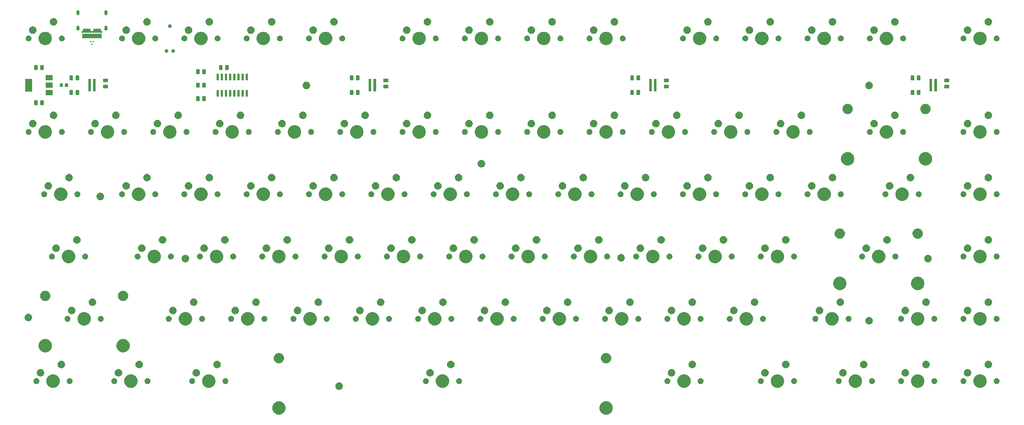
<source format=gbr>
G04 #@! TF.GenerationSoftware,KiCad,Pcbnew,5.1.5-52549c5~84~ubuntu18.04.1*
G04 #@! TF.CreationDate,2020-03-23T20:00:11-05:00*
G04 #@! TF.ProjectId,keyboard-cherry-mx-pcb-mounted,6b657962-6f61-4726-942d-636865727279,rev?*
G04 #@! TF.SameCoordinates,Original*
G04 #@! TF.FileFunction,Soldermask,Top*
G04 #@! TF.FilePolarity,Negative*
%FSLAX46Y46*%
G04 Gerber Fmt 4.6, Leading zero omitted, Abs format (unit mm)*
G04 Created by KiCad (PCBNEW 5.1.5-52549c5~84~ubuntu18.04.1) date 2020-03-23 20:00:11*
%MOMM*%
%LPD*%
G04 APERTURE LIST*
%ADD10C,0.100000*%
G04 APERTURE END LIST*
D10*
G36*
X194902004Y-163747818D02*
G01*
X195275261Y-163902426D01*
X195275263Y-163902427D01*
X195611186Y-164126884D01*
X195896866Y-164412564D01*
X196121324Y-164748489D01*
X196275932Y-165121746D01*
X196354750Y-165517993D01*
X196354750Y-165922007D01*
X196275932Y-166318254D01*
X196121324Y-166691511D01*
X196121323Y-166691513D01*
X195896866Y-167027436D01*
X195611186Y-167313116D01*
X195275263Y-167537573D01*
X195275262Y-167537574D01*
X195275261Y-167537574D01*
X194902004Y-167692182D01*
X194505757Y-167771000D01*
X194101743Y-167771000D01*
X193705496Y-167692182D01*
X193332239Y-167537574D01*
X193332238Y-167537574D01*
X193332237Y-167537573D01*
X192996314Y-167313116D01*
X192710634Y-167027436D01*
X192486177Y-166691513D01*
X192486176Y-166691511D01*
X192331568Y-166318254D01*
X192252750Y-165922007D01*
X192252750Y-165517993D01*
X192331568Y-165121746D01*
X192486176Y-164748489D01*
X192710634Y-164412564D01*
X192996314Y-164126884D01*
X193332237Y-163902427D01*
X193332239Y-163902426D01*
X193705496Y-163747818D01*
X194101743Y-163669000D01*
X194505757Y-163669000D01*
X194902004Y-163747818D01*
G37*
G36*
X94902004Y-163747818D02*
G01*
X95275261Y-163902426D01*
X95275263Y-163902427D01*
X95611186Y-164126884D01*
X95896866Y-164412564D01*
X96121324Y-164748489D01*
X96275932Y-165121746D01*
X96354750Y-165517993D01*
X96354750Y-165922007D01*
X96275932Y-166318254D01*
X96121324Y-166691511D01*
X96121323Y-166691513D01*
X95896866Y-167027436D01*
X95611186Y-167313116D01*
X95275263Y-167537573D01*
X95275262Y-167537574D01*
X95275261Y-167537574D01*
X94902004Y-167692182D01*
X94505757Y-167771000D01*
X94101743Y-167771000D01*
X93705496Y-167692182D01*
X93332239Y-167537574D01*
X93332238Y-167537574D01*
X93332237Y-167537573D01*
X92996314Y-167313116D01*
X92710634Y-167027436D01*
X92486177Y-166691513D01*
X92486176Y-166691511D01*
X92331568Y-166318254D01*
X92252750Y-165922007D01*
X92252750Y-165517993D01*
X92331568Y-165121746D01*
X92486176Y-164748489D01*
X92710634Y-164412564D01*
X92996314Y-164126884D01*
X93332237Y-163902427D01*
X93332239Y-163902426D01*
X93705496Y-163747818D01*
X94101743Y-163669000D01*
X94505757Y-163669000D01*
X94902004Y-163747818D01*
G37*
G36*
X112924549Y-157896116D02*
G01*
X113035734Y-157918232D01*
X113245203Y-158004997D01*
X113433720Y-158130960D01*
X113594040Y-158291280D01*
X113720003Y-158479797D01*
X113806768Y-158689266D01*
X113851000Y-158911636D01*
X113851000Y-159138364D01*
X113806768Y-159360734D01*
X113720003Y-159570203D01*
X113594040Y-159758720D01*
X113433720Y-159919040D01*
X113245203Y-160045003D01*
X113035734Y-160131768D01*
X112924549Y-160153884D01*
X112813365Y-160176000D01*
X112586635Y-160176000D01*
X112475451Y-160153884D01*
X112364266Y-160131768D01*
X112154797Y-160045003D01*
X111966280Y-159919040D01*
X111805960Y-159758720D01*
X111679997Y-159570203D01*
X111593232Y-159360734D01*
X111549000Y-159138364D01*
X111549000Y-158911636D01*
X111593232Y-158689266D01*
X111679997Y-158479797D01*
X111805960Y-158291280D01*
X111966280Y-158130960D01*
X112154797Y-158004997D01*
X112364266Y-157918232D01*
X112475451Y-157896116D01*
X112586635Y-157874000D01*
X112813365Y-157874000D01*
X112924549Y-157896116D01*
G37*
G36*
X218720754Y-155507818D02*
G01*
X219094011Y-155662426D01*
X219094013Y-155662427D01*
X219429936Y-155886884D01*
X219715616Y-156172564D01*
X219940074Y-156508489D01*
X220094682Y-156881746D01*
X220173500Y-157277993D01*
X220173500Y-157682007D01*
X220094682Y-158078254D01*
X219940074Y-158451511D01*
X219940073Y-158451513D01*
X219715616Y-158787436D01*
X219429936Y-159073116D01*
X219094013Y-159297573D01*
X219094012Y-159297574D01*
X219094011Y-159297574D01*
X218720754Y-159452182D01*
X218324507Y-159531000D01*
X217920493Y-159531000D01*
X217524246Y-159452182D01*
X217150989Y-159297574D01*
X217150988Y-159297574D01*
X217150987Y-159297573D01*
X216815064Y-159073116D01*
X216529384Y-158787436D01*
X216304927Y-158451513D01*
X216304926Y-158451511D01*
X216150318Y-158078254D01*
X216071500Y-157682007D01*
X216071500Y-157277993D01*
X216150318Y-156881746D01*
X216304926Y-156508489D01*
X216529384Y-156172564D01*
X216815064Y-155886884D01*
X217150987Y-155662427D01*
X217150989Y-155662426D01*
X217524246Y-155507818D01*
X217920493Y-155429000D01*
X218324507Y-155429000D01*
X218720754Y-155507818D01*
G37*
G36*
X144902004Y-155507818D02*
G01*
X145275261Y-155662426D01*
X145275263Y-155662427D01*
X145611186Y-155886884D01*
X145896866Y-156172564D01*
X146121324Y-156508489D01*
X146275932Y-156881746D01*
X146354750Y-157277993D01*
X146354750Y-157682007D01*
X146275932Y-158078254D01*
X146121324Y-158451511D01*
X146121323Y-158451513D01*
X145896866Y-158787436D01*
X145611186Y-159073116D01*
X145275263Y-159297573D01*
X145275262Y-159297574D01*
X145275261Y-159297574D01*
X144902004Y-159452182D01*
X144505757Y-159531000D01*
X144101743Y-159531000D01*
X143705496Y-159452182D01*
X143332239Y-159297574D01*
X143332238Y-159297574D01*
X143332237Y-159297573D01*
X142996314Y-159073116D01*
X142710634Y-158787436D01*
X142486177Y-158451513D01*
X142486176Y-158451511D01*
X142331568Y-158078254D01*
X142252750Y-157682007D01*
X142252750Y-157277993D01*
X142331568Y-156881746D01*
X142486176Y-156508489D01*
X142710634Y-156172564D01*
X142996314Y-155886884D01*
X143332237Y-155662427D01*
X143332239Y-155662426D01*
X143705496Y-155507818D01*
X144101743Y-155429000D01*
X144505757Y-155429000D01*
X144902004Y-155507818D01*
G37*
G36*
X25839504Y-155507818D02*
G01*
X26212761Y-155662426D01*
X26212763Y-155662427D01*
X26548686Y-155886884D01*
X26834366Y-156172564D01*
X27058824Y-156508489D01*
X27213432Y-156881746D01*
X27292250Y-157277993D01*
X27292250Y-157682007D01*
X27213432Y-158078254D01*
X27058824Y-158451511D01*
X27058823Y-158451513D01*
X26834366Y-158787436D01*
X26548686Y-159073116D01*
X26212763Y-159297573D01*
X26212762Y-159297574D01*
X26212761Y-159297574D01*
X25839504Y-159452182D01*
X25443257Y-159531000D01*
X25039243Y-159531000D01*
X24642996Y-159452182D01*
X24269739Y-159297574D01*
X24269738Y-159297574D01*
X24269737Y-159297573D01*
X23933814Y-159073116D01*
X23648134Y-158787436D01*
X23423677Y-158451513D01*
X23423676Y-158451511D01*
X23269068Y-158078254D01*
X23190250Y-157682007D01*
X23190250Y-157277993D01*
X23269068Y-156881746D01*
X23423676Y-156508489D01*
X23648134Y-156172564D01*
X23933814Y-155886884D01*
X24269737Y-155662427D01*
X24269739Y-155662426D01*
X24642996Y-155507818D01*
X25039243Y-155429000D01*
X25443257Y-155429000D01*
X25839504Y-155507818D01*
G37*
G36*
X49652004Y-155507818D02*
G01*
X50025261Y-155662426D01*
X50025263Y-155662427D01*
X50361186Y-155886884D01*
X50646866Y-156172564D01*
X50871324Y-156508489D01*
X51025932Y-156881746D01*
X51104750Y-157277993D01*
X51104750Y-157682007D01*
X51025932Y-158078254D01*
X50871324Y-158451511D01*
X50871323Y-158451513D01*
X50646866Y-158787436D01*
X50361186Y-159073116D01*
X50025263Y-159297573D01*
X50025262Y-159297574D01*
X50025261Y-159297574D01*
X49652004Y-159452182D01*
X49255757Y-159531000D01*
X48851743Y-159531000D01*
X48455496Y-159452182D01*
X48082239Y-159297574D01*
X48082238Y-159297574D01*
X48082237Y-159297573D01*
X47746314Y-159073116D01*
X47460634Y-158787436D01*
X47236177Y-158451513D01*
X47236176Y-158451511D01*
X47081568Y-158078254D01*
X47002750Y-157682007D01*
X47002750Y-157277993D01*
X47081568Y-156881746D01*
X47236176Y-156508489D01*
X47460634Y-156172564D01*
X47746314Y-155886884D01*
X48082237Y-155662427D01*
X48082239Y-155662426D01*
X48455496Y-155507818D01*
X48851743Y-155429000D01*
X49255757Y-155429000D01*
X49652004Y-155507818D01*
G37*
G36*
X73464504Y-155507818D02*
G01*
X73837761Y-155662426D01*
X73837763Y-155662427D01*
X74173686Y-155886884D01*
X74459366Y-156172564D01*
X74683824Y-156508489D01*
X74838432Y-156881746D01*
X74917250Y-157277993D01*
X74917250Y-157682007D01*
X74838432Y-158078254D01*
X74683824Y-158451511D01*
X74683823Y-158451513D01*
X74459366Y-158787436D01*
X74173686Y-159073116D01*
X73837763Y-159297573D01*
X73837762Y-159297574D01*
X73837761Y-159297574D01*
X73464504Y-159452182D01*
X73068257Y-159531000D01*
X72664243Y-159531000D01*
X72267996Y-159452182D01*
X71894739Y-159297574D01*
X71894738Y-159297574D01*
X71894737Y-159297573D01*
X71558814Y-159073116D01*
X71273134Y-158787436D01*
X71048677Y-158451513D01*
X71048676Y-158451511D01*
X70894068Y-158078254D01*
X70815250Y-157682007D01*
X70815250Y-157277993D01*
X70894068Y-156881746D01*
X71048676Y-156508489D01*
X71273134Y-156172564D01*
X71558814Y-155886884D01*
X71894737Y-155662427D01*
X71894739Y-155662426D01*
X72267996Y-155507818D01*
X72664243Y-155429000D01*
X73068257Y-155429000D01*
X73464504Y-155507818D01*
G37*
G36*
X271108254Y-155507818D02*
G01*
X271481511Y-155662426D01*
X271481513Y-155662427D01*
X271817436Y-155886884D01*
X272103116Y-156172564D01*
X272327574Y-156508489D01*
X272482182Y-156881746D01*
X272561000Y-157277993D01*
X272561000Y-157682007D01*
X272482182Y-158078254D01*
X272327574Y-158451511D01*
X272327573Y-158451513D01*
X272103116Y-158787436D01*
X271817436Y-159073116D01*
X271481513Y-159297573D01*
X271481512Y-159297574D01*
X271481511Y-159297574D01*
X271108254Y-159452182D01*
X270712007Y-159531000D01*
X270307993Y-159531000D01*
X269911746Y-159452182D01*
X269538489Y-159297574D01*
X269538488Y-159297574D01*
X269538487Y-159297573D01*
X269202564Y-159073116D01*
X268916884Y-158787436D01*
X268692427Y-158451513D01*
X268692426Y-158451511D01*
X268537818Y-158078254D01*
X268459000Y-157682007D01*
X268459000Y-157277993D01*
X268537818Y-156881746D01*
X268692426Y-156508489D01*
X268916884Y-156172564D01*
X269202564Y-155886884D01*
X269538487Y-155662427D01*
X269538489Y-155662426D01*
X269911746Y-155507818D01*
X270307993Y-155429000D01*
X270712007Y-155429000D01*
X271108254Y-155507818D01*
G37*
G36*
X290158254Y-155507818D02*
G01*
X290531511Y-155662426D01*
X290531513Y-155662427D01*
X290867436Y-155886884D01*
X291153116Y-156172564D01*
X291377574Y-156508489D01*
X291532182Y-156881746D01*
X291611000Y-157277993D01*
X291611000Y-157682007D01*
X291532182Y-158078254D01*
X291377574Y-158451511D01*
X291377573Y-158451513D01*
X291153116Y-158787436D01*
X290867436Y-159073116D01*
X290531513Y-159297573D01*
X290531512Y-159297574D01*
X290531511Y-159297574D01*
X290158254Y-159452182D01*
X289762007Y-159531000D01*
X289357993Y-159531000D01*
X288961746Y-159452182D01*
X288588489Y-159297574D01*
X288588488Y-159297574D01*
X288588487Y-159297573D01*
X288252564Y-159073116D01*
X287966884Y-158787436D01*
X287742427Y-158451513D01*
X287742426Y-158451511D01*
X287587818Y-158078254D01*
X287509000Y-157682007D01*
X287509000Y-157277993D01*
X287587818Y-156881746D01*
X287742426Y-156508489D01*
X287966884Y-156172564D01*
X288252564Y-155886884D01*
X288588487Y-155662427D01*
X288588489Y-155662426D01*
X288961746Y-155507818D01*
X289357993Y-155429000D01*
X289762007Y-155429000D01*
X290158254Y-155507818D01*
G37*
G36*
X309208254Y-155507818D02*
G01*
X309581511Y-155662426D01*
X309581513Y-155662427D01*
X309917436Y-155886884D01*
X310203116Y-156172564D01*
X310427574Y-156508489D01*
X310582182Y-156881746D01*
X310661000Y-157277993D01*
X310661000Y-157682007D01*
X310582182Y-158078254D01*
X310427574Y-158451511D01*
X310427573Y-158451513D01*
X310203116Y-158787436D01*
X309917436Y-159073116D01*
X309581513Y-159297573D01*
X309581512Y-159297574D01*
X309581511Y-159297574D01*
X309208254Y-159452182D01*
X308812007Y-159531000D01*
X308407993Y-159531000D01*
X308011746Y-159452182D01*
X307638489Y-159297574D01*
X307638488Y-159297574D01*
X307638487Y-159297573D01*
X307302564Y-159073116D01*
X307016884Y-158787436D01*
X306792427Y-158451513D01*
X306792426Y-158451511D01*
X306637818Y-158078254D01*
X306559000Y-157682007D01*
X306559000Y-157277993D01*
X306637818Y-156881746D01*
X306792426Y-156508489D01*
X307016884Y-156172564D01*
X307302564Y-155886884D01*
X307638487Y-155662427D01*
X307638489Y-155662426D01*
X308011746Y-155507818D01*
X308407993Y-155429000D01*
X308812007Y-155429000D01*
X309208254Y-155507818D01*
G37*
G36*
X247295754Y-155507818D02*
G01*
X247669011Y-155662426D01*
X247669013Y-155662427D01*
X248004936Y-155886884D01*
X248290616Y-156172564D01*
X248515074Y-156508489D01*
X248669682Y-156881746D01*
X248748500Y-157277993D01*
X248748500Y-157682007D01*
X248669682Y-158078254D01*
X248515074Y-158451511D01*
X248515073Y-158451513D01*
X248290616Y-158787436D01*
X248004936Y-159073116D01*
X247669013Y-159297573D01*
X247669012Y-159297574D01*
X247669011Y-159297574D01*
X247295754Y-159452182D01*
X246899507Y-159531000D01*
X246495493Y-159531000D01*
X246099246Y-159452182D01*
X245725989Y-159297574D01*
X245725988Y-159297574D01*
X245725987Y-159297573D01*
X245390064Y-159073116D01*
X245104384Y-158787436D01*
X244879927Y-158451513D01*
X244879926Y-158451511D01*
X244725318Y-158078254D01*
X244646500Y-157682007D01*
X244646500Y-157277993D01*
X244725318Y-156881746D01*
X244879926Y-156508489D01*
X245104384Y-156172564D01*
X245390064Y-155886884D01*
X245725987Y-155662427D01*
X245725989Y-155662426D01*
X246099246Y-155507818D01*
X246495493Y-155429000D01*
X246899507Y-155429000D01*
X247295754Y-155507818D01*
G37*
G36*
X149497262Y-156583927D02*
G01*
X149646562Y-156613624D01*
X149810534Y-156681544D01*
X149958104Y-156780147D01*
X150083603Y-156905646D01*
X150182206Y-157053216D01*
X150250126Y-157217188D01*
X150284750Y-157391259D01*
X150284750Y-157568741D01*
X150250126Y-157742812D01*
X150182206Y-157906784D01*
X150083603Y-158054354D01*
X149958104Y-158179853D01*
X149810534Y-158278456D01*
X149646562Y-158346376D01*
X149497262Y-158376073D01*
X149472492Y-158381000D01*
X149295008Y-158381000D01*
X149270238Y-158376073D01*
X149120938Y-158346376D01*
X148956966Y-158278456D01*
X148809396Y-158179853D01*
X148683897Y-158054354D01*
X148585294Y-157906784D01*
X148517374Y-157742812D01*
X148482750Y-157568741D01*
X148482750Y-157391259D01*
X148517374Y-157217188D01*
X148585294Y-157053216D01*
X148683897Y-156905646D01*
X148809396Y-156780147D01*
X148956966Y-156681544D01*
X149120938Y-156613624D01*
X149270238Y-156583927D01*
X149295008Y-156579000D01*
X149472492Y-156579000D01*
X149497262Y-156583927D01*
G37*
G36*
X78059762Y-156583927D02*
G01*
X78209062Y-156613624D01*
X78373034Y-156681544D01*
X78520604Y-156780147D01*
X78646103Y-156905646D01*
X78744706Y-157053216D01*
X78812626Y-157217188D01*
X78847250Y-157391259D01*
X78847250Y-157568741D01*
X78812626Y-157742812D01*
X78744706Y-157906784D01*
X78646103Y-158054354D01*
X78520604Y-158179853D01*
X78373034Y-158278456D01*
X78209062Y-158346376D01*
X78059762Y-158376073D01*
X78034992Y-158381000D01*
X77857508Y-158381000D01*
X77832738Y-158376073D01*
X77683438Y-158346376D01*
X77519466Y-158278456D01*
X77371896Y-158179853D01*
X77246397Y-158054354D01*
X77147794Y-157906784D01*
X77079874Y-157742812D01*
X77045250Y-157568741D01*
X77045250Y-157391259D01*
X77079874Y-157217188D01*
X77147794Y-157053216D01*
X77246397Y-156905646D01*
X77371896Y-156780147D01*
X77519466Y-156681544D01*
X77683438Y-156613624D01*
X77832738Y-156583927D01*
X77857508Y-156579000D01*
X78034992Y-156579000D01*
X78059762Y-156583927D01*
G37*
G36*
X67899762Y-156583927D02*
G01*
X68049062Y-156613624D01*
X68213034Y-156681544D01*
X68360604Y-156780147D01*
X68486103Y-156905646D01*
X68584706Y-157053216D01*
X68652626Y-157217188D01*
X68687250Y-157391259D01*
X68687250Y-157568741D01*
X68652626Y-157742812D01*
X68584706Y-157906784D01*
X68486103Y-158054354D01*
X68360604Y-158179853D01*
X68213034Y-158278456D01*
X68049062Y-158346376D01*
X67899762Y-158376073D01*
X67874992Y-158381000D01*
X67697508Y-158381000D01*
X67672738Y-158376073D01*
X67523438Y-158346376D01*
X67359466Y-158278456D01*
X67211896Y-158179853D01*
X67086397Y-158054354D01*
X66987794Y-157906784D01*
X66919874Y-157742812D01*
X66885250Y-157568741D01*
X66885250Y-157391259D01*
X66919874Y-157217188D01*
X66987794Y-157053216D01*
X67086397Y-156905646D01*
X67211896Y-156780147D01*
X67359466Y-156681544D01*
X67523438Y-156613624D01*
X67672738Y-156583927D01*
X67697508Y-156579000D01*
X67874992Y-156579000D01*
X67899762Y-156583927D01*
G37*
G36*
X54247262Y-156583927D02*
G01*
X54396562Y-156613624D01*
X54560534Y-156681544D01*
X54708104Y-156780147D01*
X54833603Y-156905646D01*
X54932206Y-157053216D01*
X55000126Y-157217188D01*
X55034750Y-157391259D01*
X55034750Y-157568741D01*
X55000126Y-157742812D01*
X54932206Y-157906784D01*
X54833603Y-158054354D01*
X54708104Y-158179853D01*
X54560534Y-158278456D01*
X54396562Y-158346376D01*
X54247262Y-158376073D01*
X54222492Y-158381000D01*
X54045008Y-158381000D01*
X54020238Y-158376073D01*
X53870938Y-158346376D01*
X53706966Y-158278456D01*
X53559396Y-158179853D01*
X53433897Y-158054354D01*
X53335294Y-157906784D01*
X53267374Y-157742812D01*
X53232750Y-157568741D01*
X53232750Y-157391259D01*
X53267374Y-157217188D01*
X53335294Y-157053216D01*
X53433897Y-156905646D01*
X53559396Y-156780147D01*
X53706966Y-156681544D01*
X53870938Y-156613624D01*
X54020238Y-156583927D01*
X54045008Y-156579000D01*
X54222492Y-156579000D01*
X54247262Y-156583927D01*
G37*
G36*
X44087262Y-156583927D02*
G01*
X44236562Y-156613624D01*
X44400534Y-156681544D01*
X44548104Y-156780147D01*
X44673603Y-156905646D01*
X44772206Y-157053216D01*
X44840126Y-157217188D01*
X44874750Y-157391259D01*
X44874750Y-157568741D01*
X44840126Y-157742812D01*
X44772206Y-157906784D01*
X44673603Y-158054354D01*
X44548104Y-158179853D01*
X44400534Y-158278456D01*
X44236562Y-158346376D01*
X44087262Y-158376073D01*
X44062492Y-158381000D01*
X43885008Y-158381000D01*
X43860238Y-158376073D01*
X43710938Y-158346376D01*
X43546966Y-158278456D01*
X43399396Y-158179853D01*
X43273897Y-158054354D01*
X43175294Y-157906784D01*
X43107374Y-157742812D01*
X43072750Y-157568741D01*
X43072750Y-157391259D01*
X43107374Y-157217188D01*
X43175294Y-157053216D01*
X43273897Y-156905646D01*
X43399396Y-156780147D01*
X43546966Y-156681544D01*
X43710938Y-156613624D01*
X43860238Y-156583927D01*
X43885008Y-156579000D01*
X44062492Y-156579000D01*
X44087262Y-156583927D01*
G37*
G36*
X313803512Y-156583927D02*
G01*
X313952812Y-156613624D01*
X314116784Y-156681544D01*
X314264354Y-156780147D01*
X314389853Y-156905646D01*
X314488456Y-157053216D01*
X314556376Y-157217188D01*
X314591000Y-157391259D01*
X314591000Y-157568741D01*
X314556376Y-157742812D01*
X314488456Y-157906784D01*
X314389853Y-158054354D01*
X314264354Y-158179853D01*
X314116784Y-158278456D01*
X313952812Y-158346376D01*
X313803512Y-158376073D01*
X313778742Y-158381000D01*
X313601258Y-158381000D01*
X313576488Y-158376073D01*
X313427188Y-158346376D01*
X313263216Y-158278456D01*
X313115646Y-158179853D01*
X312990147Y-158054354D01*
X312891544Y-157906784D01*
X312823624Y-157742812D01*
X312789000Y-157568741D01*
X312789000Y-157391259D01*
X312823624Y-157217188D01*
X312891544Y-157053216D01*
X312990147Y-156905646D01*
X313115646Y-156780147D01*
X313263216Y-156681544D01*
X313427188Y-156613624D01*
X313576488Y-156583927D01*
X313601258Y-156579000D01*
X313778742Y-156579000D01*
X313803512Y-156583927D01*
G37*
G36*
X20274762Y-156583927D02*
G01*
X20424062Y-156613624D01*
X20588034Y-156681544D01*
X20735604Y-156780147D01*
X20861103Y-156905646D01*
X20959706Y-157053216D01*
X21027626Y-157217188D01*
X21062250Y-157391259D01*
X21062250Y-157568741D01*
X21027626Y-157742812D01*
X20959706Y-157906784D01*
X20861103Y-158054354D01*
X20735604Y-158179853D01*
X20588034Y-158278456D01*
X20424062Y-158346376D01*
X20274762Y-158376073D01*
X20249992Y-158381000D01*
X20072508Y-158381000D01*
X20047738Y-158376073D01*
X19898438Y-158346376D01*
X19734466Y-158278456D01*
X19586896Y-158179853D01*
X19461397Y-158054354D01*
X19362794Y-157906784D01*
X19294874Y-157742812D01*
X19260250Y-157568741D01*
X19260250Y-157391259D01*
X19294874Y-157217188D01*
X19362794Y-157053216D01*
X19461397Y-156905646D01*
X19586896Y-156780147D01*
X19734466Y-156681544D01*
X19898438Y-156613624D01*
X20047738Y-156583927D01*
X20072508Y-156579000D01*
X20249992Y-156579000D01*
X20274762Y-156583927D01*
G37*
G36*
X139337262Y-156583927D02*
G01*
X139486562Y-156613624D01*
X139650534Y-156681544D01*
X139798104Y-156780147D01*
X139923603Y-156905646D01*
X140022206Y-157053216D01*
X140090126Y-157217188D01*
X140124750Y-157391259D01*
X140124750Y-157568741D01*
X140090126Y-157742812D01*
X140022206Y-157906784D01*
X139923603Y-158054354D01*
X139798104Y-158179853D01*
X139650534Y-158278456D01*
X139486562Y-158346376D01*
X139337262Y-158376073D01*
X139312492Y-158381000D01*
X139135008Y-158381000D01*
X139110238Y-158376073D01*
X138960938Y-158346376D01*
X138796966Y-158278456D01*
X138649396Y-158179853D01*
X138523897Y-158054354D01*
X138425294Y-157906784D01*
X138357374Y-157742812D01*
X138322750Y-157568741D01*
X138322750Y-157391259D01*
X138357374Y-157217188D01*
X138425294Y-157053216D01*
X138523897Y-156905646D01*
X138649396Y-156780147D01*
X138796966Y-156681544D01*
X138960938Y-156613624D01*
X139110238Y-156583927D01*
X139135008Y-156579000D01*
X139312492Y-156579000D01*
X139337262Y-156583927D01*
G37*
G36*
X275703512Y-156583927D02*
G01*
X275852812Y-156613624D01*
X276016784Y-156681544D01*
X276164354Y-156780147D01*
X276289853Y-156905646D01*
X276388456Y-157053216D01*
X276456376Y-157217188D01*
X276491000Y-157391259D01*
X276491000Y-157568741D01*
X276456376Y-157742812D01*
X276388456Y-157906784D01*
X276289853Y-158054354D01*
X276164354Y-158179853D01*
X276016784Y-158278456D01*
X275852812Y-158346376D01*
X275703512Y-158376073D01*
X275678742Y-158381000D01*
X275501258Y-158381000D01*
X275476488Y-158376073D01*
X275327188Y-158346376D01*
X275163216Y-158278456D01*
X275015646Y-158179853D01*
X274890147Y-158054354D01*
X274791544Y-157906784D01*
X274723624Y-157742812D01*
X274689000Y-157568741D01*
X274689000Y-157391259D01*
X274723624Y-157217188D01*
X274791544Y-157053216D01*
X274890147Y-156905646D01*
X275015646Y-156780147D01*
X275163216Y-156681544D01*
X275327188Y-156613624D01*
X275476488Y-156583927D01*
X275501258Y-156579000D01*
X275678742Y-156579000D01*
X275703512Y-156583927D01*
G37*
G36*
X284593512Y-156583927D02*
G01*
X284742812Y-156613624D01*
X284906784Y-156681544D01*
X285054354Y-156780147D01*
X285179853Y-156905646D01*
X285278456Y-157053216D01*
X285346376Y-157217188D01*
X285381000Y-157391259D01*
X285381000Y-157568741D01*
X285346376Y-157742812D01*
X285278456Y-157906784D01*
X285179853Y-158054354D01*
X285054354Y-158179853D01*
X284906784Y-158278456D01*
X284742812Y-158346376D01*
X284593512Y-158376073D01*
X284568742Y-158381000D01*
X284391258Y-158381000D01*
X284366488Y-158376073D01*
X284217188Y-158346376D01*
X284053216Y-158278456D01*
X283905646Y-158179853D01*
X283780147Y-158054354D01*
X283681544Y-157906784D01*
X283613624Y-157742812D01*
X283579000Y-157568741D01*
X283579000Y-157391259D01*
X283613624Y-157217188D01*
X283681544Y-157053216D01*
X283780147Y-156905646D01*
X283905646Y-156780147D01*
X284053216Y-156681544D01*
X284217188Y-156613624D01*
X284366488Y-156583927D01*
X284391258Y-156579000D01*
X284568742Y-156579000D01*
X284593512Y-156583927D01*
G37*
G36*
X251891012Y-156583927D02*
G01*
X252040312Y-156613624D01*
X252204284Y-156681544D01*
X252351854Y-156780147D01*
X252477353Y-156905646D01*
X252575956Y-157053216D01*
X252643876Y-157217188D01*
X252678500Y-157391259D01*
X252678500Y-157568741D01*
X252643876Y-157742812D01*
X252575956Y-157906784D01*
X252477353Y-158054354D01*
X252351854Y-158179853D01*
X252204284Y-158278456D01*
X252040312Y-158346376D01*
X251891012Y-158376073D01*
X251866242Y-158381000D01*
X251688758Y-158381000D01*
X251663988Y-158376073D01*
X251514688Y-158346376D01*
X251350716Y-158278456D01*
X251203146Y-158179853D01*
X251077647Y-158054354D01*
X250979044Y-157906784D01*
X250911124Y-157742812D01*
X250876500Y-157568741D01*
X250876500Y-157391259D01*
X250911124Y-157217188D01*
X250979044Y-157053216D01*
X251077647Y-156905646D01*
X251203146Y-156780147D01*
X251350716Y-156681544D01*
X251514688Y-156613624D01*
X251663988Y-156583927D01*
X251688758Y-156579000D01*
X251866242Y-156579000D01*
X251891012Y-156583927D01*
G37*
G36*
X241731012Y-156583927D02*
G01*
X241880312Y-156613624D01*
X242044284Y-156681544D01*
X242191854Y-156780147D01*
X242317353Y-156905646D01*
X242415956Y-157053216D01*
X242483876Y-157217188D01*
X242518500Y-157391259D01*
X242518500Y-157568741D01*
X242483876Y-157742812D01*
X242415956Y-157906784D01*
X242317353Y-158054354D01*
X242191854Y-158179853D01*
X242044284Y-158278456D01*
X241880312Y-158346376D01*
X241731012Y-158376073D01*
X241706242Y-158381000D01*
X241528758Y-158381000D01*
X241503988Y-158376073D01*
X241354688Y-158346376D01*
X241190716Y-158278456D01*
X241043146Y-158179853D01*
X240917647Y-158054354D01*
X240819044Y-157906784D01*
X240751124Y-157742812D01*
X240716500Y-157568741D01*
X240716500Y-157391259D01*
X240751124Y-157217188D01*
X240819044Y-157053216D01*
X240917647Y-156905646D01*
X241043146Y-156780147D01*
X241190716Y-156681544D01*
X241354688Y-156613624D01*
X241503988Y-156583927D01*
X241528758Y-156579000D01*
X241706242Y-156579000D01*
X241731012Y-156583927D01*
G37*
G36*
X294753512Y-156583927D02*
G01*
X294902812Y-156613624D01*
X295066784Y-156681544D01*
X295214354Y-156780147D01*
X295339853Y-156905646D01*
X295438456Y-157053216D01*
X295506376Y-157217188D01*
X295541000Y-157391259D01*
X295541000Y-157568741D01*
X295506376Y-157742812D01*
X295438456Y-157906784D01*
X295339853Y-158054354D01*
X295214354Y-158179853D01*
X295066784Y-158278456D01*
X294902812Y-158346376D01*
X294753512Y-158376073D01*
X294728742Y-158381000D01*
X294551258Y-158381000D01*
X294526488Y-158376073D01*
X294377188Y-158346376D01*
X294213216Y-158278456D01*
X294065646Y-158179853D01*
X293940147Y-158054354D01*
X293841544Y-157906784D01*
X293773624Y-157742812D01*
X293739000Y-157568741D01*
X293739000Y-157391259D01*
X293773624Y-157217188D01*
X293841544Y-157053216D01*
X293940147Y-156905646D01*
X294065646Y-156780147D01*
X294213216Y-156681544D01*
X294377188Y-156613624D01*
X294526488Y-156583927D01*
X294551258Y-156579000D01*
X294728742Y-156579000D01*
X294753512Y-156583927D01*
G37*
G36*
X223316012Y-156583927D02*
G01*
X223465312Y-156613624D01*
X223629284Y-156681544D01*
X223776854Y-156780147D01*
X223902353Y-156905646D01*
X224000956Y-157053216D01*
X224068876Y-157217188D01*
X224103500Y-157391259D01*
X224103500Y-157568741D01*
X224068876Y-157742812D01*
X224000956Y-157906784D01*
X223902353Y-158054354D01*
X223776854Y-158179853D01*
X223629284Y-158278456D01*
X223465312Y-158346376D01*
X223316012Y-158376073D01*
X223291242Y-158381000D01*
X223113758Y-158381000D01*
X223088988Y-158376073D01*
X222939688Y-158346376D01*
X222775716Y-158278456D01*
X222628146Y-158179853D01*
X222502647Y-158054354D01*
X222404044Y-157906784D01*
X222336124Y-157742812D01*
X222301500Y-157568741D01*
X222301500Y-157391259D01*
X222336124Y-157217188D01*
X222404044Y-157053216D01*
X222502647Y-156905646D01*
X222628146Y-156780147D01*
X222775716Y-156681544D01*
X222939688Y-156613624D01*
X223088988Y-156583927D01*
X223113758Y-156579000D01*
X223291242Y-156579000D01*
X223316012Y-156583927D01*
G37*
G36*
X213156012Y-156583927D02*
G01*
X213305312Y-156613624D01*
X213469284Y-156681544D01*
X213616854Y-156780147D01*
X213742353Y-156905646D01*
X213840956Y-157053216D01*
X213908876Y-157217188D01*
X213943500Y-157391259D01*
X213943500Y-157568741D01*
X213908876Y-157742812D01*
X213840956Y-157906784D01*
X213742353Y-158054354D01*
X213616854Y-158179853D01*
X213469284Y-158278456D01*
X213305312Y-158346376D01*
X213156012Y-158376073D01*
X213131242Y-158381000D01*
X212953758Y-158381000D01*
X212928988Y-158376073D01*
X212779688Y-158346376D01*
X212615716Y-158278456D01*
X212468146Y-158179853D01*
X212342647Y-158054354D01*
X212244044Y-157906784D01*
X212176124Y-157742812D01*
X212141500Y-157568741D01*
X212141500Y-157391259D01*
X212176124Y-157217188D01*
X212244044Y-157053216D01*
X212342647Y-156905646D01*
X212468146Y-156780147D01*
X212615716Y-156681544D01*
X212779688Y-156613624D01*
X212928988Y-156583927D01*
X212953758Y-156579000D01*
X213131242Y-156579000D01*
X213156012Y-156583927D01*
G37*
G36*
X303643512Y-156583927D02*
G01*
X303792812Y-156613624D01*
X303956784Y-156681544D01*
X304104354Y-156780147D01*
X304229853Y-156905646D01*
X304328456Y-157053216D01*
X304396376Y-157217188D01*
X304431000Y-157391259D01*
X304431000Y-157568741D01*
X304396376Y-157742812D01*
X304328456Y-157906784D01*
X304229853Y-158054354D01*
X304104354Y-158179853D01*
X303956784Y-158278456D01*
X303792812Y-158346376D01*
X303643512Y-158376073D01*
X303618742Y-158381000D01*
X303441258Y-158381000D01*
X303416488Y-158376073D01*
X303267188Y-158346376D01*
X303103216Y-158278456D01*
X302955646Y-158179853D01*
X302830147Y-158054354D01*
X302731544Y-157906784D01*
X302663624Y-157742812D01*
X302629000Y-157568741D01*
X302629000Y-157391259D01*
X302663624Y-157217188D01*
X302731544Y-157053216D01*
X302830147Y-156905646D01*
X302955646Y-156780147D01*
X303103216Y-156681544D01*
X303267188Y-156613624D01*
X303416488Y-156583927D01*
X303441258Y-156579000D01*
X303618742Y-156579000D01*
X303643512Y-156583927D01*
G37*
G36*
X265543512Y-156583927D02*
G01*
X265692812Y-156613624D01*
X265856784Y-156681544D01*
X266004354Y-156780147D01*
X266129853Y-156905646D01*
X266228456Y-157053216D01*
X266296376Y-157217188D01*
X266331000Y-157391259D01*
X266331000Y-157568741D01*
X266296376Y-157742812D01*
X266228456Y-157906784D01*
X266129853Y-158054354D01*
X266004354Y-158179853D01*
X265856784Y-158278456D01*
X265692812Y-158346376D01*
X265543512Y-158376073D01*
X265518742Y-158381000D01*
X265341258Y-158381000D01*
X265316488Y-158376073D01*
X265167188Y-158346376D01*
X265003216Y-158278456D01*
X264855646Y-158179853D01*
X264730147Y-158054354D01*
X264631544Y-157906784D01*
X264563624Y-157742812D01*
X264529000Y-157568741D01*
X264529000Y-157391259D01*
X264563624Y-157217188D01*
X264631544Y-157053216D01*
X264730147Y-156905646D01*
X264855646Y-156780147D01*
X265003216Y-156681544D01*
X265167188Y-156613624D01*
X265316488Y-156583927D01*
X265341258Y-156579000D01*
X265518742Y-156579000D01*
X265543512Y-156583927D01*
G37*
G36*
X30434762Y-156583927D02*
G01*
X30584062Y-156613624D01*
X30748034Y-156681544D01*
X30895604Y-156780147D01*
X31021103Y-156905646D01*
X31119706Y-157053216D01*
X31187626Y-157217188D01*
X31222250Y-157391259D01*
X31222250Y-157568741D01*
X31187626Y-157742812D01*
X31119706Y-157906784D01*
X31021103Y-158054354D01*
X30895604Y-158179853D01*
X30748034Y-158278456D01*
X30584062Y-158346376D01*
X30434762Y-158376073D01*
X30409992Y-158381000D01*
X30232508Y-158381000D01*
X30207738Y-158376073D01*
X30058438Y-158346376D01*
X29894466Y-158278456D01*
X29746896Y-158179853D01*
X29621397Y-158054354D01*
X29522794Y-157906784D01*
X29454874Y-157742812D01*
X29420250Y-157568741D01*
X29420250Y-157391259D01*
X29454874Y-157217188D01*
X29522794Y-157053216D01*
X29621397Y-156905646D01*
X29746896Y-156780147D01*
X29894466Y-156681544D01*
X30058438Y-156613624D01*
X30207738Y-156583927D01*
X30232508Y-156579000D01*
X30409992Y-156579000D01*
X30434762Y-156583927D01*
G37*
G36*
X45468299Y-153811116D02*
G01*
X45579484Y-153833232D01*
X45788953Y-153919997D01*
X45977470Y-154045960D01*
X46137790Y-154206280D01*
X46263753Y-154394797D01*
X46350518Y-154604266D01*
X46394750Y-154826636D01*
X46394750Y-155053364D01*
X46350518Y-155275734D01*
X46263753Y-155485203D01*
X46137790Y-155673720D01*
X45977470Y-155834040D01*
X45788953Y-155960003D01*
X45579484Y-156046768D01*
X45468299Y-156068884D01*
X45357115Y-156091000D01*
X45130385Y-156091000D01*
X45019201Y-156068884D01*
X44908016Y-156046768D01*
X44698547Y-155960003D01*
X44510030Y-155834040D01*
X44349710Y-155673720D01*
X44223747Y-155485203D01*
X44136982Y-155275734D01*
X44092750Y-155053364D01*
X44092750Y-154826636D01*
X44136982Y-154604266D01*
X44223747Y-154394797D01*
X44349710Y-154206280D01*
X44510030Y-154045960D01*
X44698547Y-153919997D01*
X44908016Y-153833232D01*
X45019201Y-153811116D01*
X45130385Y-153789000D01*
X45357115Y-153789000D01*
X45468299Y-153811116D01*
G37*
G36*
X285974549Y-153811116D02*
G01*
X286085734Y-153833232D01*
X286295203Y-153919997D01*
X286483720Y-154045960D01*
X286644040Y-154206280D01*
X286770003Y-154394797D01*
X286856768Y-154604266D01*
X286901000Y-154826636D01*
X286901000Y-155053364D01*
X286856768Y-155275734D01*
X286770003Y-155485203D01*
X286644040Y-155673720D01*
X286483720Y-155834040D01*
X286295203Y-155960003D01*
X286085734Y-156046768D01*
X285974549Y-156068884D01*
X285863365Y-156091000D01*
X285636635Y-156091000D01*
X285525451Y-156068884D01*
X285414266Y-156046768D01*
X285204797Y-155960003D01*
X285016280Y-155834040D01*
X284855960Y-155673720D01*
X284729997Y-155485203D01*
X284643232Y-155275734D01*
X284599000Y-155053364D01*
X284599000Y-154826636D01*
X284643232Y-154604266D01*
X284729997Y-154394797D01*
X284855960Y-154206280D01*
X285016280Y-154045960D01*
X285204797Y-153919997D01*
X285414266Y-153833232D01*
X285525451Y-153811116D01*
X285636635Y-153789000D01*
X285863365Y-153789000D01*
X285974549Y-153811116D01*
G37*
G36*
X305024549Y-153811116D02*
G01*
X305135734Y-153833232D01*
X305345203Y-153919997D01*
X305533720Y-154045960D01*
X305694040Y-154206280D01*
X305820003Y-154394797D01*
X305906768Y-154604266D01*
X305951000Y-154826636D01*
X305951000Y-155053364D01*
X305906768Y-155275734D01*
X305820003Y-155485203D01*
X305694040Y-155673720D01*
X305533720Y-155834040D01*
X305345203Y-155960003D01*
X305135734Y-156046768D01*
X305024549Y-156068884D01*
X304913365Y-156091000D01*
X304686635Y-156091000D01*
X304575451Y-156068884D01*
X304464266Y-156046768D01*
X304254797Y-155960003D01*
X304066280Y-155834040D01*
X303905960Y-155673720D01*
X303779997Y-155485203D01*
X303693232Y-155275734D01*
X303649000Y-155053364D01*
X303649000Y-154826636D01*
X303693232Y-154604266D01*
X303779997Y-154394797D01*
X303905960Y-154206280D01*
X304066280Y-154045960D01*
X304254797Y-153919997D01*
X304464266Y-153833232D01*
X304575451Y-153811116D01*
X304686635Y-153789000D01*
X304913365Y-153789000D01*
X305024549Y-153811116D01*
G37*
G36*
X266924549Y-153811116D02*
G01*
X267035734Y-153833232D01*
X267245203Y-153919997D01*
X267433720Y-154045960D01*
X267594040Y-154206280D01*
X267720003Y-154394797D01*
X267806768Y-154604266D01*
X267851000Y-154826636D01*
X267851000Y-155053364D01*
X267806768Y-155275734D01*
X267720003Y-155485203D01*
X267594040Y-155673720D01*
X267433720Y-155834040D01*
X267245203Y-155960003D01*
X267035734Y-156046768D01*
X266924549Y-156068884D01*
X266813365Y-156091000D01*
X266586635Y-156091000D01*
X266475451Y-156068884D01*
X266364266Y-156046768D01*
X266154797Y-155960003D01*
X265966280Y-155834040D01*
X265805960Y-155673720D01*
X265679997Y-155485203D01*
X265593232Y-155275734D01*
X265549000Y-155053364D01*
X265549000Y-154826636D01*
X265593232Y-154604266D01*
X265679997Y-154394797D01*
X265805960Y-154206280D01*
X265966280Y-154045960D01*
X266154797Y-153919997D01*
X266364266Y-153833232D01*
X266475451Y-153811116D01*
X266586635Y-153789000D01*
X266813365Y-153789000D01*
X266924549Y-153811116D01*
G37*
G36*
X69280799Y-153811116D02*
G01*
X69391984Y-153833232D01*
X69601453Y-153919997D01*
X69789970Y-154045960D01*
X69950290Y-154206280D01*
X70076253Y-154394797D01*
X70163018Y-154604266D01*
X70207250Y-154826636D01*
X70207250Y-155053364D01*
X70163018Y-155275734D01*
X70076253Y-155485203D01*
X69950290Y-155673720D01*
X69789970Y-155834040D01*
X69601453Y-155960003D01*
X69391984Y-156046768D01*
X69280799Y-156068884D01*
X69169615Y-156091000D01*
X68942885Y-156091000D01*
X68831701Y-156068884D01*
X68720516Y-156046768D01*
X68511047Y-155960003D01*
X68322530Y-155834040D01*
X68162210Y-155673720D01*
X68036247Y-155485203D01*
X67949482Y-155275734D01*
X67905250Y-155053364D01*
X67905250Y-154826636D01*
X67949482Y-154604266D01*
X68036247Y-154394797D01*
X68162210Y-154206280D01*
X68322530Y-154045960D01*
X68511047Y-153919997D01*
X68720516Y-153833232D01*
X68831701Y-153811116D01*
X68942885Y-153789000D01*
X69169615Y-153789000D01*
X69280799Y-153811116D01*
G37*
G36*
X140718299Y-153811116D02*
G01*
X140829484Y-153833232D01*
X141038953Y-153919997D01*
X141227470Y-154045960D01*
X141387790Y-154206280D01*
X141513753Y-154394797D01*
X141600518Y-154604266D01*
X141644750Y-154826636D01*
X141644750Y-155053364D01*
X141600518Y-155275734D01*
X141513753Y-155485203D01*
X141387790Y-155673720D01*
X141227470Y-155834040D01*
X141038953Y-155960003D01*
X140829484Y-156046768D01*
X140718299Y-156068884D01*
X140607115Y-156091000D01*
X140380385Y-156091000D01*
X140269201Y-156068884D01*
X140158016Y-156046768D01*
X139948547Y-155960003D01*
X139760030Y-155834040D01*
X139599710Y-155673720D01*
X139473747Y-155485203D01*
X139386982Y-155275734D01*
X139342750Y-155053364D01*
X139342750Y-154826636D01*
X139386982Y-154604266D01*
X139473747Y-154394797D01*
X139599710Y-154206280D01*
X139760030Y-154045960D01*
X139948547Y-153919997D01*
X140158016Y-153833232D01*
X140269201Y-153811116D01*
X140380385Y-153789000D01*
X140607115Y-153789000D01*
X140718299Y-153811116D01*
G37*
G36*
X21655799Y-153811116D02*
G01*
X21766984Y-153833232D01*
X21976453Y-153919997D01*
X22164970Y-154045960D01*
X22325290Y-154206280D01*
X22451253Y-154394797D01*
X22538018Y-154604266D01*
X22582250Y-154826636D01*
X22582250Y-155053364D01*
X22538018Y-155275734D01*
X22451253Y-155485203D01*
X22325290Y-155673720D01*
X22164970Y-155834040D01*
X21976453Y-155960003D01*
X21766984Y-156046768D01*
X21655799Y-156068884D01*
X21544615Y-156091000D01*
X21317885Y-156091000D01*
X21206701Y-156068884D01*
X21095516Y-156046768D01*
X20886047Y-155960003D01*
X20697530Y-155834040D01*
X20537210Y-155673720D01*
X20411247Y-155485203D01*
X20324482Y-155275734D01*
X20280250Y-155053364D01*
X20280250Y-154826636D01*
X20324482Y-154604266D01*
X20411247Y-154394797D01*
X20537210Y-154206280D01*
X20697530Y-154045960D01*
X20886047Y-153919997D01*
X21095516Y-153833232D01*
X21206701Y-153811116D01*
X21317885Y-153789000D01*
X21544615Y-153789000D01*
X21655799Y-153811116D01*
G37*
G36*
X214537049Y-153811116D02*
G01*
X214648234Y-153833232D01*
X214857703Y-153919997D01*
X215046220Y-154045960D01*
X215206540Y-154206280D01*
X215332503Y-154394797D01*
X215419268Y-154604266D01*
X215463500Y-154826636D01*
X215463500Y-155053364D01*
X215419268Y-155275734D01*
X215332503Y-155485203D01*
X215206540Y-155673720D01*
X215046220Y-155834040D01*
X214857703Y-155960003D01*
X214648234Y-156046768D01*
X214537049Y-156068884D01*
X214425865Y-156091000D01*
X214199135Y-156091000D01*
X214087951Y-156068884D01*
X213976766Y-156046768D01*
X213767297Y-155960003D01*
X213578780Y-155834040D01*
X213418460Y-155673720D01*
X213292497Y-155485203D01*
X213205732Y-155275734D01*
X213161500Y-155053364D01*
X213161500Y-154826636D01*
X213205732Y-154604266D01*
X213292497Y-154394797D01*
X213418460Y-154206280D01*
X213578780Y-154045960D01*
X213767297Y-153919997D01*
X213976766Y-153833232D01*
X214087951Y-153811116D01*
X214199135Y-153789000D01*
X214425865Y-153789000D01*
X214537049Y-153811116D01*
G37*
G36*
X243112049Y-153811116D02*
G01*
X243223234Y-153833232D01*
X243432703Y-153919997D01*
X243621220Y-154045960D01*
X243781540Y-154206280D01*
X243907503Y-154394797D01*
X243994268Y-154604266D01*
X244038500Y-154826636D01*
X244038500Y-155053364D01*
X243994268Y-155275734D01*
X243907503Y-155485203D01*
X243781540Y-155673720D01*
X243621220Y-155834040D01*
X243432703Y-155960003D01*
X243223234Y-156046768D01*
X243112049Y-156068884D01*
X243000865Y-156091000D01*
X242774135Y-156091000D01*
X242662951Y-156068884D01*
X242551766Y-156046768D01*
X242342297Y-155960003D01*
X242153780Y-155834040D01*
X241993460Y-155673720D01*
X241867497Y-155485203D01*
X241780732Y-155275734D01*
X241736500Y-155053364D01*
X241736500Y-154826636D01*
X241780732Y-154604266D01*
X241867497Y-154394797D01*
X241993460Y-154206280D01*
X242153780Y-154045960D01*
X242342297Y-153919997D01*
X242551766Y-153833232D01*
X242662951Y-153811116D01*
X242774135Y-153789000D01*
X243000865Y-153789000D01*
X243112049Y-153811116D01*
G37*
G36*
X220887049Y-151271116D02*
G01*
X220998234Y-151293232D01*
X221207703Y-151379997D01*
X221396220Y-151505960D01*
X221556540Y-151666280D01*
X221682503Y-151854797D01*
X221769268Y-152064266D01*
X221813500Y-152286636D01*
X221813500Y-152513364D01*
X221769268Y-152735734D01*
X221682503Y-152945203D01*
X221556540Y-153133720D01*
X221396220Y-153294040D01*
X221207703Y-153420003D01*
X220998234Y-153506768D01*
X220887049Y-153528884D01*
X220775865Y-153551000D01*
X220549135Y-153551000D01*
X220437951Y-153528884D01*
X220326766Y-153506768D01*
X220117297Y-153420003D01*
X219928780Y-153294040D01*
X219768460Y-153133720D01*
X219642497Y-152945203D01*
X219555732Y-152735734D01*
X219511500Y-152513364D01*
X219511500Y-152286636D01*
X219555732Y-152064266D01*
X219642497Y-151854797D01*
X219768460Y-151666280D01*
X219928780Y-151505960D01*
X220117297Y-151379997D01*
X220326766Y-151293232D01*
X220437951Y-151271116D01*
X220549135Y-151249000D01*
X220775865Y-151249000D01*
X220887049Y-151271116D01*
G37*
G36*
X311374549Y-151271116D02*
G01*
X311485734Y-151293232D01*
X311695203Y-151379997D01*
X311883720Y-151505960D01*
X312044040Y-151666280D01*
X312170003Y-151854797D01*
X312256768Y-152064266D01*
X312301000Y-152286636D01*
X312301000Y-152513364D01*
X312256768Y-152735734D01*
X312170003Y-152945203D01*
X312044040Y-153133720D01*
X311883720Y-153294040D01*
X311695203Y-153420003D01*
X311485734Y-153506768D01*
X311374549Y-153528884D01*
X311263365Y-153551000D01*
X311036635Y-153551000D01*
X310925451Y-153528884D01*
X310814266Y-153506768D01*
X310604797Y-153420003D01*
X310416280Y-153294040D01*
X310255960Y-153133720D01*
X310129997Y-152945203D01*
X310043232Y-152735734D01*
X309999000Y-152513364D01*
X309999000Y-152286636D01*
X310043232Y-152064266D01*
X310129997Y-151854797D01*
X310255960Y-151666280D01*
X310416280Y-151505960D01*
X310604797Y-151379997D01*
X310814266Y-151293232D01*
X310925451Y-151271116D01*
X311036635Y-151249000D01*
X311263365Y-151249000D01*
X311374549Y-151271116D01*
G37*
G36*
X249462049Y-151271116D02*
G01*
X249573234Y-151293232D01*
X249782703Y-151379997D01*
X249971220Y-151505960D01*
X250131540Y-151666280D01*
X250257503Y-151854797D01*
X250344268Y-152064266D01*
X250388500Y-152286636D01*
X250388500Y-152513364D01*
X250344268Y-152735734D01*
X250257503Y-152945203D01*
X250131540Y-153133720D01*
X249971220Y-153294040D01*
X249782703Y-153420003D01*
X249573234Y-153506768D01*
X249462049Y-153528884D01*
X249350865Y-153551000D01*
X249124135Y-153551000D01*
X249012951Y-153528884D01*
X248901766Y-153506768D01*
X248692297Y-153420003D01*
X248503780Y-153294040D01*
X248343460Y-153133720D01*
X248217497Y-152945203D01*
X248130732Y-152735734D01*
X248086500Y-152513364D01*
X248086500Y-152286636D01*
X248130732Y-152064266D01*
X248217497Y-151854797D01*
X248343460Y-151666280D01*
X248503780Y-151505960D01*
X248692297Y-151379997D01*
X248901766Y-151293232D01*
X249012951Y-151271116D01*
X249124135Y-151249000D01*
X249350865Y-151249000D01*
X249462049Y-151271116D01*
G37*
G36*
X273274549Y-151271116D02*
G01*
X273385734Y-151293232D01*
X273595203Y-151379997D01*
X273783720Y-151505960D01*
X273944040Y-151666280D01*
X274070003Y-151854797D01*
X274156768Y-152064266D01*
X274201000Y-152286636D01*
X274201000Y-152513364D01*
X274156768Y-152735734D01*
X274070003Y-152945203D01*
X273944040Y-153133720D01*
X273783720Y-153294040D01*
X273595203Y-153420003D01*
X273385734Y-153506768D01*
X273274549Y-153528884D01*
X273163365Y-153551000D01*
X272936635Y-153551000D01*
X272825451Y-153528884D01*
X272714266Y-153506768D01*
X272504797Y-153420003D01*
X272316280Y-153294040D01*
X272155960Y-153133720D01*
X272029997Y-152945203D01*
X271943232Y-152735734D01*
X271899000Y-152513364D01*
X271899000Y-152286636D01*
X271943232Y-152064266D01*
X272029997Y-151854797D01*
X272155960Y-151666280D01*
X272316280Y-151505960D01*
X272504797Y-151379997D01*
X272714266Y-151293232D01*
X272825451Y-151271116D01*
X272936635Y-151249000D01*
X273163365Y-151249000D01*
X273274549Y-151271116D01*
G37*
G36*
X28005799Y-151271116D02*
G01*
X28116984Y-151293232D01*
X28326453Y-151379997D01*
X28514970Y-151505960D01*
X28675290Y-151666280D01*
X28801253Y-151854797D01*
X28888018Y-152064266D01*
X28932250Y-152286636D01*
X28932250Y-152513364D01*
X28888018Y-152735734D01*
X28801253Y-152945203D01*
X28675290Y-153133720D01*
X28514970Y-153294040D01*
X28326453Y-153420003D01*
X28116984Y-153506768D01*
X28005799Y-153528884D01*
X27894615Y-153551000D01*
X27667885Y-153551000D01*
X27556701Y-153528884D01*
X27445516Y-153506768D01*
X27236047Y-153420003D01*
X27047530Y-153294040D01*
X26887210Y-153133720D01*
X26761247Y-152945203D01*
X26674482Y-152735734D01*
X26630250Y-152513364D01*
X26630250Y-152286636D01*
X26674482Y-152064266D01*
X26761247Y-151854797D01*
X26887210Y-151666280D01*
X27047530Y-151505960D01*
X27236047Y-151379997D01*
X27445516Y-151293232D01*
X27556701Y-151271116D01*
X27667885Y-151249000D01*
X27894615Y-151249000D01*
X28005799Y-151271116D01*
G37*
G36*
X75630799Y-151271116D02*
G01*
X75741984Y-151293232D01*
X75951453Y-151379997D01*
X76139970Y-151505960D01*
X76300290Y-151666280D01*
X76426253Y-151854797D01*
X76513018Y-152064266D01*
X76557250Y-152286636D01*
X76557250Y-152513364D01*
X76513018Y-152735734D01*
X76426253Y-152945203D01*
X76300290Y-153133720D01*
X76139970Y-153294040D01*
X75951453Y-153420003D01*
X75741984Y-153506768D01*
X75630799Y-153528884D01*
X75519615Y-153551000D01*
X75292885Y-153551000D01*
X75181701Y-153528884D01*
X75070516Y-153506768D01*
X74861047Y-153420003D01*
X74672530Y-153294040D01*
X74512210Y-153133720D01*
X74386247Y-152945203D01*
X74299482Y-152735734D01*
X74255250Y-152513364D01*
X74255250Y-152286636D01*
X74299482Y-152064266D01*
X74386247Y-151854797D01*
X74512210Y-151666280D01*
X74672530Y-151505960D01*
X74861047Y-151379997D01*
X75070516Y-151293232D01*
X75181701Y-151271116D01*
X75292885Y-151249000D01*
X75519615Y-151249000D01*
X75630799Y-151271116D01*
G37*
G36*
X292324549Y-151271116D02*
G01*
X292435734Y-151293232D01*
X292645203Y-151379997D01*
X292833720Y-151505960D01*
X292994040Y-151666280D01*
X293120003Y-151854797D01*
X293206768Y-152064266D01*
X293251000Y-152286636D01*
X293251000Y-152513364D01*
X293206768Y-152735734D01*
X293120003Y-152945203D01*
X292994040Y-153133720D01*
X292833720Y-153294040D01*
X292645203Y-153420003D01*
X292435734Y-153506768D01*
X292324549Y-153528884D01*
X292213365Y-153551000D01*
X291986635Y-153551000D01*
X291875451Y-153528884D01*
X291764266Y-153506768D01*
X291554797Y-153420003D01*
X291366280Y-153294040D01*
X291205960Y-153133720D01*
X291079997Y-152945203D01*
X290993232Y-152735734D01*
X290949000Y-152513364D01*
X290949000Y-152286636D01*
X290993232Y-152064266D01*
X291079997Y-151854797D01*
X291205960Y-151666280D01*
X291366280Y-151505960D01*
X291554797Y-151379997D01*
X291764266Y-151293232D01*
X291875451Y-151271116D01*
X291986635Y-151249000D01*
X292213365Y-151249000D01*
X292324549Y-151271116D01*
G37*
G36*
X51818299Y-151271116D02*
G01*
X51929484Y-151293232D01*
X52138953Y-151379997D01*
X52327470Y-151505960D01*
X52487790Y-151666280D01*
X52613753Y-151854797D01*
X52700518Y-152064266D01*
X52744750Y-152286636D01*
X52744750Y-152513364D01*
X52700518Y-152735734D01*
X52613753Y-152945203D01*
X52487790Y-153133720D01*
X52327470Y-153294040D01*
X52138953Y-153420003D01*
X51929484Y-153506768D01*
X51818299Y-153528884D01*
X51707115Y-153551000D01*
X51480385Y-153551000D01*
X51369201Y-153528884D01*
X51258016Y-153506768D01*
X51048547Y-153420003D01*
X50860030Y-153294040D01*
X50699710Y-153133720D01*
X50573747Y-152945203D01*
X50486982Y-152735734D01*
X50442750Y-152513364D01*
X50442750Y-152286636D01*
X50486982Y-152064266D01*
X50573747Y-151854797D01*
X50699710Y-151666280D01*
X50860030Y-151505960D01*
X51048547Y-151379997D01*
X51258016Y-151293232D01*
X51369201Y-151271116D01*
X51480385Y-151249000D01*
X51707115Y-151249000D01*
X51818299Y-151271116D01*
G37*
G36*
X147068299Y-151271116D02*
G01*
X147179484Y-151293232D01*
X147388953Y-151379997D01*
X147577470Y-151505960D01*
X147737790Y-151666280D01*
X147863753Y-151854797D01*
X147950518Y-152064266D01*
X147994750Y-152286636D01*
X147994750Y-152513364D01*
X147950518Y-152735734D01*
X147863753Y-152945203D01*
X147737790Y-153133720D01*
X147577470Y-153294040D01*
X147388953Y-153420003D01*
X147179484Y-153506768D01*
X147068299Y-153528884D01*
X146957115Y-153551000D01*
X146730385Y-153551000D01*
X146619201Y-153528884D01*
X146508016Y-153506768D01*
X146298547Y-153420003D01*
X146110030Y-153294040D01*
X145949710Y-153133720D01*
X145823747Y-152945203D01*
X145736982Y-152735734D01*
X145692750Y-152513364D01*
X145692750Y-152286636D01*
X145736982Y-152064266D01*
X145823747Y-151854797D01*
X145949710Y-151666280D01*
X146110030Y-151505960D01*
X146298547Y-151379997D01*
X146508016Y-151293232D01*
X146619201Y-151271116D01*
X146730385Y-151249000D01*
X146957115Y-151249000D01*
X147068299Y-151271116D01*
G37*
G36*
X194534833Y-148919090D02*
G01*
X194763452Y-148964564D01*
X195050266Y-149083367D01*
X195308392Y-149255841D01*
X195527909Y-149475358D01*
X195700383Y-149733484D01*
X195819186Y-150020298D01*
X195879750Y-150324778D01*
X195879750Y-150635222D01*
X195819186Y-150939702D01*
X195700383Y-151226516D01*
X195527909Y-151484642D01*
X195308392Y-151704159D01*
X195050266Y-151876633D01*
X194763452Y-151995436D01*
X194534833Y-152040910D01*
X194458974Y-152056000D01*
X194148526Y-152056000D01*
X194072667Y-152040910D01*
X193844048Y-151995436D01*
X193557234Y-151876633D01*
X193299108Y-151704159D01*
X193079591Y-151484642D01*
X192907117Y-151226516D01*
X192788314Y-150939702D01*
X192727750Y-150635222D01*
X192727750Y-150324778D01*
X192788314Y-150020298D01*
X192907117Y-149733484D01*
X193079591Y-149475358D01*
X193299108Y-149255841D01*
X193557234Y-149083367D01*
X193844048Y-148964564D01*
X194072667Y-148919090D01*
X194148526Y-148904000D01*
X194458974Y-148904000D01*
X194534833Y-148919090D01*
G37*
G36*
X94534833Y-148919090D02*
G01*
X94763452Y-148964564D01*
X95050266Y-149083367D01*
X95308392Y-149255841D01*
X95527909Y-149475358D01*
X95700383Y-149733484D01*
X95819186Y-150020298D01*
X95879750Y-150324778D01*
X95879750Y-150635222D01*
X95819186Y-150939702D01*
X95700383Y-151226516D01*
X95527909Y-151484642D01*
X95308392Y-151704159D01*
X95050266Y-151876633D01*
X94763452Y-151995436D01*
X94534833Y-152040910D01*
X94458974Y-152056000D01*
X94148526Y-152056000D01*
X94072667Y-152040910D01*
X93844048Y-151995436D01*
X93557234Y-151876633D01*
X93299108Y-151704159D01*
X93079591Y-151484642D01*
X92907117Y-151226516D01*
X92788314Y-150939702D01*
X92727750Y-150635222D01*
X92727750Y-150324778D01*
X92788314Y-150020298D01*
X92907117Y-149733484D01*
X93079591Y-149475358D01*
X93299108Y-149255841D01*
X93557234Y-149083367D01*
X93844048Y-148964564D01*
X94072667Y-148919090D01*
X94148526Y-148904000D01*
X94458974Y-148904000D01*
X94534833Y-148919090D01*
G37*
G36*
X47264504Y-144697818D02*
G01*
X47637761Y-144852426D01*
X47637763Y-144852427D01*
X47973686Y-145076884D01*
X48259366Y-145362564D01*
X48483824Y-145698489D01*
X48638432Y-146071746D01*
X48717250Y-146467993D01*
X48717250Y-146872007D01*
X48638432Y-147268254D01*
X48483824Y-147641511D01*
X48483823Y-147641513D01*
X48259366Y-147977436D01*
X47973686Y-148263116D01*
X47637763Y-148487573D01*
X47637762Y-148487574D01*
X47637761Y-148487574D01*
X47264504Y-148642182D01*
X46868257Y-148721000D01*
X46464243Y-148721000D01*
X46067996Y-148642182D01*
X45694739Y-148487574D01*
X45694738Y-148487574D01*
X45694737Y-148487573D01*
X45358814Y-148263116D01*
X45073134Y-147977436D01*
X44848677Y-147641513D01*
X44848676Y-147641511D01*
X44694068Y-147268254D01*
X44615250Y-146872007D01*
X44615250Y-146467993D01*
X44694068Y-146071746D01*
X44848676Y-145698489D01*
X45073134Y-145362564D01*
X45358814Y-145076884D01*
X45694737Y-144852427D01*
X45694739Y-144852426D01*
X46067996Y-144697818D01*
X46464243Y-144619000D01*
X46868257Y-144619000D01*
X47264504Y-144697818D01*
G37*
G36*
X23464504Y-144697818D02*
G01*
X23837761Y-144852426D01*
X23837763Y-144852427D01*
X24173686Y-145076884D01*
X24459366Y-145362564D01*
X24683824Y-145698489D01*
X24838432Y-146071746D01*
X24917250Y-146467993D01*
X24917250Y-146872007D01*
X24838432Y-147268254D01*
X24683824Y-147641511D01*
X24683823Y-147641513D01*
X24459366Y-147977436D01*
X24173686Y-148263116D01*
X23837763Y-148487573D01*
X23837762Y-148487574D01*
X23837761Y-148487574D01*
X23464504Y-148642182D01*
X23068257Y-148721000D01*
X22664243Y-148721000D01*
X22267996Y-148642182D01*
X21894739Y-148487574D01*
X21894738Y-148487574D01*
X21894737Y-148487573D01*
X21558814Y-148263116D01*
X21273134Y-147977436D01*
X21048677Y-147641513D01*
X21048676Y-147641511D01*
X20894068Y-147268254D01*
X20815250Y-146872007D01*
X20815250Y-146467993D01*
X20894068Y-146071746D01*
X21048676Y-145698489D01*
X21273134Y-145362564D01*
X21558814Y-145076884D01*
X21894737Y-144852427D01*
X21894739Y-144852426D01*
X22267996Y-144697818D01*
X22664243Y-144619000D01*
X23068257Y-144619000D01*
X23464504Y-144697818D01*
G37*
G36*
X180620754Y-136457818D02*
G01*
X180994011Y-136612426D01*
X180994013Y-136612427D01*
X181329936Y-136836884D01*
X181615616Y-137122564D01*
X181728349Y-137291280D01*
X181840074Y-137458489D01*
X181994682Y-137831746D01*
X182073500Y-138227993D01*
X182073500Y-138632007D01*
X181994682Y-139028254D01*
X181856965Y-139360733D01*
X181840073Y-139401513D01*
X181615616Y-139737436D01*
X181329936Y-140023116D01*
X180994013Y-140247573D01*
X180994012Y-140247574D01*
X180994011Y-140247574D01*
X180620754Y-140402182D01*
X180224507Y-140481000D01*
X179820493Y-140481000D01*
X179424246Y-140402182D01*
X179050989Y-140247574D01*
X179050988Y-140247574D01*
X179050987Y-140247573D01*
X178715064Y-140023116D01*
X178429384Y-139737436D01*
X178204927Y-139401513D01*
X178188035Y-139360733D01*
X178050318Y-139028254D01*
X177971500Y-138632007D01*
X177971500Y-138227993D01*
X178050318Y-137831746D01*
X178204926Y-137458489D01*
X178316652Y-137291280D01*
X178429384Y-137122564D01*
X178715064Y-136836884D01*
X179050987Y-136612427D01*
X179050989Y-136612426D01*
X179424246Y-136457818D01*
X179820493Y-136379000D01*
X180224507Y-136379000D01*
X180620754Y-136457818D01*
G37*
G36*
X123470754Y-136457818D02*
G01*
X123844011Y-136612426D01*
X123844013Y-136612427D01*
X124179936Y-136836884D01*
X124465616Y-137122564D01*
X124578349Y-137291280D01*
X124690074Y-137458489D01*
X124844682Y-137831746D01*
X124923500Y-138227993D01*
X124923500Y-138632007D01*
X124844682Y-139028254D01*
X124706965Y-139360733D01*
X124690073Y-139401513D01*
X124465616Y-139737436D01*
X124179936Y-140023116D01*
X123844013Y-140247573D01*
X123844012Y-140247574D01*
X123844011Y-140247574D01*
X123470754Y-140402182D01*
X123074507Y-140481000D01*
X122670493Y-140481000D01*
X122274246Y-140402182D01*
X121900989Y-140247574D01*
X121900988Y-140247574D01*
X121900987Y-140247573D01*
X121565064Y-140023116D01*
X121279384Y-139737436D01*
X121054927Y-139401513D01*
X121038035Y-139360733D01*
X120900318Y-139028254D01*
X120821500Y-138632007D01*
X120821500Y-138227993D01*
X120900318Y-137831746D01*
X121054926Y-137458489D01*
X121166652Y-137291280D01*
X121279384Y-137122564D01*
X121565064Y-136836884D01*
X121900987Y-136612427D01*
X121900989Y-136612426D01*
X122274246Y-136457818D01*
X122670493Y-136379000D01*
X123074507Y-136379000D01*
X123470754Y-136457818D01*
G37*
G36*
X142520754Y-136457818D02*
G01*
X142894011Y-136612426D01*
X142894013Y-136612427D01*
X143229936Y-136836884D01*
X143515616Y-137122564D01*
X143628349Y-137291280D01*
X143740074Y-137458489D01*
X143894682Y-137831746D01*
X143973500Y-138227993D01*
X143973500Y-138632007D01*
X143894682Y-139028254D01*
X143756965Y-139360733D01*
X143740073Y-139401513D01*
X143515616Y-139737436D01*
X143229936Y-140023116D01*
X142894013Y-140247573D01*
X142894012Y-140247574D01*
X142894011Y-140247574D01*
X142520754Y-140402182D01*
X142124507Y-140481000D01*
X141720493Y-140481000D01*
X141324246Y-140402182D01*
X140950989Y-140247574D01*
X140950988Y-140247574D01*
X140950987Y-140247573D01*
X140615064Y-140023116D01*
X140329384Y-139737436D01*
X140104927Y-139401513D01*
X140088035Y-139360733D01*
X139950318Y-139028254D01*
X139871500Y-138632007D01*
X139871500Y-138227993D01*
X139950318Y-137831746D01*
X140104926Y-137458489D01*
X140216652Y-137291280D01*
X140329384Y-137122564D01*
X140615064Y-136836884D01*
X140950987Y-136612427D01*
X140950989Y-136612426D01*
X141324246Y-136457818D01*
X141720493Y-136379000D01*
X142124507Y-136379000D01*
X142520754Y-136457818D01*
G37*
G36*
X161570754Y-136457818D02*
G01*
X161944011Y-136612426D01*
X161944013Y-136612427D01*
X162279936Y-136836884D01*
X162565616Y-137122564D01*
X162678349Y-137291280D01*
X162790074Y-137458489D01*
X162944682Y-137831746D01*
X163023500Y-138227993D01*
X163023500Y-138632007D01*
X162944682Y-139028254D01*
X162806965Y-139360733D01*
X162790073Y-139401513D01*
X162565616Y-139737436D01*
X162279936Y-140023116D01*
X161944013Y-140247573D01*
X161944012Y-140247574D01*
X161944011Y-140247574D01*
X161570754Y-140402182D01*
X161174507Y-140481000D01*
X160770493Y-140481000D01*
X160374246Y-140402182D01*
X160000989Y-140247574D01*
X160000988Y-140247574D01*
X160000987Y-140247573D01*
X159665064Y-140023116D01*
X159379384Y-139737436D01*
X159154927Y-139401513D01*
X159138035Y-139360733D01*
X159000318Y-139028254D01*
X158921500Y-138632007D01*
X158921500Y-138227993D01*
X159000318Y-137831746D01*
X159154926Y-137458489D01*
X159266652Y-137291280D01*
X159379384Y-137122564D01*
X159665064Y-136836884D01*
X160000987Y-136612427D01*
X160000989Y-136612426D01*
X160374246Y-136457818D01*
X160770493Y-136379000D01*
X161174507Y-136379000D01*
X161570754Y-136457818D01*
G37*
G36*
X237770754Y-136457818D02*
G01*
X238144011Y-136612426D01*
X238144013Y-136612427D01*
X238479936Y-136836884D01*
X238765616Y-137122564D01*
X238878349Y-137291280D01*
X238990074Y-137458489D01*
X239144682Y-137831746D01*
X239223500Y-138227993D01*
X239223500Y-138632007D01*
X239144682Y-139028254D01*
X239006965Y-139360733D01*
X238990073Y-139401513D01*
X238765616Y-139737436D01*
X238479936Y-140023116D01*
X238144013Y-140247573D01*
X238144012Y-140247574D01*
X238144011Y-140247574D01*
X237770754Y-140402182D01*
X237374507Y-140481000D01*
X236970493Y-140481000D01*
X236574246Y-140402182D01*
X236200989Y-140247574D01*
X236200988Y-140247574D01*
X236200987Y-140247573D01*
X235865064Y-140023116D01*
X235579384Y-139737436D01*
X235354927Y-139401513D01*
X235338035Y-139360733D01*
X235200318Y-139028254D01*
X235121500Y-138632007D01*
X235121500Y-138227993D01*
X235200318Y-137831746D01*
X235354926Y-137458489D01*
X235466652Y-137291280D01*
X235579384Y-137122564D01*
X235865064Y-136836884D01*
X236200987Y-136612427D01*
X236200989Y-136612426D01*
X236574246Y-136457818D01*
X236970493Y-136379000D01*
X237374507Y-136379000D01*
X237770754Y-136457818D01*
G37*
G36*
X263964504Y-136457818D02*
G01*
X264337761Y-136612426D01*
X264337763Y-136612427D01*
X264673686Y-136836884D01*
X264959366Y-137122564D01*
X265072099Y-137291280D01*
X265183824Y-137458489D01*
X265338432Y-137831746D01*
X265417250Y-138227993D01*
X265417250Y-138632007D01*
X265338432Y-139028254D01*
X265200715Y-139360733D01*
X265183823Y-139401513D01*
X264959366Y-139737436D01*
X264673686Y-140023116D01*
X264337763Y-140247573D01*
X264337762Y-140247574D01*
X264337761Y-140247574D01*
X263964504Y-140402182D01*
X263568257Y-140481000D01*
X263164243Y-140481000D01*
X262767996Y-140402182D01*
X262394739Y-140247574D01*
X262394738Y-140247574D01*
X262394737Y-140247573D01*
X262058814Y-140023116D01*
X261773134Y-139737436D01*
X261548677Y-139401513D01*
X261531785Y-139360733D01*
X261394068Y-139028254D01*
X261315250Y-138632007D01*
X261315250Y-138227993D01*
X261394068Y-137831746D01*
X261548676Y-137458489D01*
X261660402Y-137291280D01*
X261773134Y-137122564D01*
X262058814Y-136836884D01*
X262394737Y-136612427D01*
X262394739Y-136612426D01*
X262767996Y-136457818D01*
X263164243Y-136379000D01*
X263568257Y-136379000D01*
X263964504Y-136457818D01*
G37*
G36*
X290158254Y-136457818D02*
G01*
X290531511Y-136612426D01*
X290531513Y-136612427D01*
X290867436Y-136836884D01*
X291153116Y-137122564D01*
X291265849Y-137291280D01*
X291377574Y-137458489D01*
X291532182Y-137831746D01*
X291611000Y-138227993D01*
X291611000Y-138632007D01*
X291532182Y-139028254D01*
X291394465Y-139360733D01*
X291377573Y-139401513D01*
X291153116Y-139737436D01*
X290867436Y-140023116D01*
X290531513Y-140247573D01*
X290531512Y-140247574D01*
X290531511Y-140247574D01*
X290158254Y-140402182D01*
X289762007Y-140481000D01*
X289357993Y-140481000D01*
X288961746Y-140402182D01*
X288588489Y-140247574D01*
X288588488Y-140247574D01*
X288588487Y-140247573D01*
X288252564Y-140023116D01*
X287966884Y-139737436D01*
X287742427Y-139401513D01*
X287725535Y-139360733D01*
X287587818Y-139028254D01*
X287509000Y-138632007D01*
X287509000Y-138227993D01*
X287587818Y-137831746D01*
X287742426Y-137458489D01*
X287854152Y-137291280D01*
X287966884Y-137122564D01*
X288252564Y-136836884D01*
X288588487Y-136612427D01*
X288588489Y-136612426D01*
X288961746Y-136457818D01*
X289357993Y-136379000D01*
X289762007Y-136379000D01*
X290158254Y-136457818D01*
G37*
G36*
X199670754Y-136457818D02*
G01*
X200044011Y-136612426D01*
X200044013Y-136612427D01*
X200379936Y-136836884D01*
X200665616Y-137122564D01*
X200778349Y-137291280D01*
X200890074Y-137458489D01*
X201044682Y-137831746D01*
X201123500Y-138227993D01*
X201123500Y-138632007D01*
X201044682Y-139028254D01*
X200906965Y-139360733D01*
X200890073Y-139401513D01*
X200665616Y-139737436D01*
X200379936Y-140023116D01*
X200044013Y-140247573D01*
X200044012Y-140247574D01*
X200044011Y-140247574D01*
X199670754Y-140402182D01*
X199274507Y-140481000D01*
X198870493Y-140481000D01*
X198474246Y-140402182D01*
X198100989Y-140247574D01*
X198100988Y-140247574D01*
X198100987Y-140247573D01*
X197765064Y-140023116D01*
X197479384Y-139737436D01*
X197254927Y-139401513D01*
X197238035Y-139360733D01*
X197100318Y-139028254D01*
X197021500Y-138632007D01*
X197021500Y-138227993D01*
X197100318Y-137831746D01*
X197254926Y-137458489D01*
X197366652Y-137291280D01*
X197479384Y-137122564D01*
X197765064Y-136836884D01*
X198100987Y-136612427D01*
X198100989Y-136612426D01*
X198474246Y-136457818D01*
X198870493Y-136379000D01*
X199274507Y-136379000D01*
X199670754Y-136457818D01*
G37*
G36*
X66320754Y-136457818D02*
G01*
X66694011Y-136612426D01*
X66694013Y-136612427D01*
X67029936Y-136836884D01*
X67315616Y-137122564D01*
X67428349Y-137291280D01*
X67540074Y-137458489D01*
X67694682Y-137831746D01*
X67773500Y-138227993D01*
X67773500Y-138632007D01*
X67694682Y-139028254D01*
X67556965Y-139360733D01*
X67540073Y-139401513D01*
X67315616Y-139737436D01*
X67029936Y-140023116D01*
X66694013Y-140247573D01*
X66694012Y-140247574D01*
X66694011Y-140247574D01*
X66320754Y-140402182D01*
X65924507Y-140481000D01*
X65520493Y-140481000D01*
X65124246Y-140402182D01*
X64750989Y-140247574D01*
X64750988Y-140247574D01*
X64750987Y-140247573D01*
X64415064Y-140023116D01*
X64129384Y-139737436D01*
X63904927Y-139401513D01*
X63888035Y-139360733D01*
X63750318Y-139028254D01*
X63671500Y-138632007D01*
X63671500Y-138227993D01*
X63750318Y-137831746D01*
X63904926Y-137458489D01*
X64016652Y-137291280D01*
X64129384Y-137122564D01*
X64415064Y-136836884D01*
X64750987Y-136612427D01*
X64750989Y-136612426D01*
X65124246Y-136457818D01*
X65520493Y-136379000D01*
X65924507Y-136379000D01*
X66320754Y-136457818D01*
G37*
G36*
X218720754Y-136457818D02*
G01*
X219094011Y-136612426D01*
X219094013Y-136612427D01*
X219429936Y-136836884D01*
X219715616Y-137122564D01*
X219828349Y-137291280D01*
X219940074Y-137458489D01*
X220094682Y-137831746D01*
X220173500Y-138227993D01*
X220173500Y-138632007D01*
X220094682Y-139028254D01*
X219956965Y-139360733D01*
X219940073Y-139401513D01*
X219715616Y-139737436D01*
X219429936Y-140023116D01*
X219094013Y-140247573D01*
X219094012Y-140247574D01*
X219094011Y-140247574D01*
X218720754Y-140402182D01*
X218324507Y-140481000D01*
X217920493Y-140481000D01*
X217524246Y-140402182D01*
X217150989Y-140247574D01*
X217150988Y-140247574D01*
X217150987Y-140247573D01*
X216815064Y-140023116D01*
X216529384Y-139737436D01*
X216304927Y-139401513D01*
X216288035Y-139360733D01*
X216150318Y-139028254D01*
X216071500Y-138632007D01*
X216071500Y-138227993D01*
X216150318Y-137831746D01*
X216304926Y-137458489D01*
X216416652Y-137291280D01*
X216529384Y-137122564D01*
X216815064Y-136836884D01*
X217150987Y-136612427D01*
X217150989Y-136612426D01*
X217524246Y-136457818D01*
X217920493Y-136379000D01*
X218324507Y-136379000D01*
X218720754Y-136457818D01*
G37*
G36*
X85370754Y-136457818D02*
G01*
X85744011Y-136612426D01*
X85744013Y-136612427D01*
X86079936Y-136836884D01*
X86365616Y-137122564D01*
X86478349Y-137291280D01*
X86590074Y-137458489D01*
X86744682Y-137831746D01*
X86823500Y-138227993D01*
X86823500Y-138632007D01*
X86744682Y-139028254D01*
X86606965Y-139360733D01*
X86590073Y-139401513D01*
X86365616Y-139737436D01*
X86079936Y-140023116D01*
X85744013Y-140247573D01*
X85744012Y-140247574D01*
X85744011Y-140247574D01*
X85370754Y-140402182D01*
X84974507Y-140481000D01*
X84570493Y-140481000D01*
X84174246Y-140402182D01*
X83800989Y-140247574D01*
X83800988Y-140247574D01*
X83800987Y-140247573D01*
X83465064Y-140023116D01*
X83179384Y-139737436D01*
X82954927Y-139401513D01*
X82938035Y-139360733D01*
X82800318Y-139028254D01*
X82721500Y-138632007D01*
X82721500Y-138227993D01*
X82800318Y-137831746D01*
X82954926Y-137458489D01*
X83066652Y-137291280D01*
X83179384Y-137122564D01*
X83465064Y-136836884D01*
X83800987Y-136612427D01*
X83800989Y-136612426D01*
X84174246Y-136457818D01*
X84570493Y-136379000D01*
X84974507Y-136379000D01*
X85370754Y-136457818D01*
G37*
G36*
X309208254Y-136457818D02*
G01*
X309581511Y-136612426D01*
X309581513Y-136612427D01*
X309917436Y-136836884D01*
X310203116Y-137122564D01*
X310315849Y-137291280D01*
X310427574Y-137458489D01*
X310582182Y-137831746D01*
X310661000Y-138227993D01*
X310661000Y-138632007D01*
X310582182Y-139028254D01*
X310444465Y-139360733D01*
X310427573Y-139401513D01*
X310203116Y-139737436D01*
X309917436Y-140023116D01*
X309581513Y-140247573D01*
X309581512Y-140247574D01*
X309581511Y-140247574D01*
X309208254Y-140402182D01*
X308812007Y-140481000D01*
X308407993Y-140481000D01*
X308011746Y-140402182D01*
X307638489Y-140247574D01*
X307638488Y-140247574D01*
X307638487Y-140247573D01*
X307302564Y-140023116D01*
X307016884Y-139737436D01*
X306792427Y-139401513D01*
X306775535Y-139360733D01*
X306637818Y-139028254D01*
X306559000Y-138632007D01*
X306559000Y-138227993D01*
X306637818Y-137831746D01*
X306792426Y-137458489D01*
X306904152Y-137291280D01*
X307016884Y-137122564D01*
X307302564Y-136836884D01*
X307638487Y-136612427D01*
X307638489Y-136612426D01*
X308011746Y-136457818D01*
X308407993Y-136379000D01*
X308812007Y-136379000D01*
X309208254Y-136457818D01*
G37*
G36*
X104420754Y-136457818D02*
G01*
X104794011Y-136612426D01*
X104794013Y-136612427D01*
X105129936Y-136836884D01*
X105415616Y-137122564D01*
X105528349Y-137291280D01*
X105640074Y-137458489D01*
X105794682Y-137831746D01*
X105873500Y-138227993D01*
X105873500Y-138632007D01*
X105794682Y-139028254D01*
X105656965Y-139360733D01*
X105640073Y-139401513D01*
X105415616Y-139737436D01*
X105129936Y-140023116D01*
X104794013Y-140247573D01*
X104794012Y-140247574D01*
X104794011Y-140247574D01*
X104420754Y-140402182D01*
X104024507Y-140481000D01*
X103620493Y-140481000D01*
X103224246Y-140402182D01*
X102850989Y-140247574D01*
X102850988Y-140247574D01*
X102850987Y-140247573D01*
X102515064Y-140023116D01*
X102229384Y-139737436D01*
X102004927Y-139401513D01*
X101988035Y-139360733D01*
X101850318Y-139028254D01*
X101771500Y-138632007D01*
X101771500Y-138227993D01*
X101850318Y-137831746D01*
X102004926Y-137458489D01*
X102116652Y-137291280D01*
X102229384Y-137122564D01*
X102515064Y-136836884D01*
X102850987Y-136612427D01*
X102850989Y-136612426D01*
X103224246Y-136457818D01*
X103620493Y-136379000D01*
X104024507Y-136379000D01*
X104420754Y-136457818D01*
G37*
G36*
X35364504Y-136457818D02*
G01*
X35737761Y-136612426D01*
X35737763Y-136612427D01*
X36073686Y-136836884D01*
X36359366Y-137122564D01*
X36472099Y-137291280D01*
X36583824Y-137458489D01*
X36738432Y-137831746D01*
X36817250Y-138227993D01*
X36817250Y-138632007D01*
X36738432Y-139028254D01*
X36600715Y-139360733D01*
X36583823Y-139401513D01*
X36359366Y-139737436D01*
X36073686Y-140023116D01*
X35737763Y-140247573D01*
X35737762Y-140247574D01*
X35737761Y-140247574D01*
X35364504Y-140402182D01*
X34968257Y-140481000D01*
X34564243Y-140481000D01*
X34167996Y-140402182D01*
X33794739Y-140247574D01*
X33794738Y-140247574D01*
X33794737Y-140247573D01*
X33458814Y-140023116D01*
X33173134Y-139737436D01*
X32948677Y-139401513D01*
X32931785Y-139360733D01*
X32794068Y-139028254D01*
X32715250Y-138632007D01*
X32715250Y-138227993D01*
X32794068Y-137831746D01*
X32948676Y-137458489D01*
X33060402Y-137291280D01*
X33173134Y-137122564D01*
X33458814Y-136836884D01*
X33794737Y-136612427D01*
X33794739Y-136612426D01*
X34167996Y-136457818D01*
X34564243Y-136379000D01*
X34968257Y-136379000D01*
X35364504Y-136457818D01*
G37*
G36*
X274924549Y-137896116D02*
G01*
X275035734Y-137918232D01*
X275183850Y-137979584D01*
X275240909Y-138003218D01*
X275245203Y-138004997D01*
X275433720Y-138130960D01*
X275594040Y-138291280D01*
X275720003Y-138479797D01*
X275806768Y-138689266D01*
X275851000Y-138911636D01*
X275851000Y-139138364D01*
X275806768Y-139360734D01*
X275720003Y-139570203D01*
X275594040Y-139758720D01*
X275433720Y-139919040D01*
X275245203Y-140045003D01*
X275035734Y-140131768D01*
X274924549Y-140153884D01*
X274813365Y-140176000D01*
X274586635Y-140176000D01*
X274475451Y-140153884D01*
X274364266Y-140131768D01*
X274154797Y-140045003D01*
X273966280Y-139919040D01*
X273805960Y-139758720D01*
X273679997Y-139570203D01*
X273593232Y-139360734D01*
X273549000Y-139138364D01*
X273549000Y-138911636D01*
X273593232Y-138689266D01*
X273679997Y-138479797D01*
X273805960Y-138291280D01*
X273966280Y-138130960D01*
X274154797Y-138004997D01*
X274159092Y-138003218D01*
X274216150Y-137979584D01*
X274364266Y-137918232D01*
X274475451Y-137896116D01*
X274586635Y-137874000D01*
X274813365Y-137874000D01*
X274924549Y-137896116D01*
G37*
G36*
X60756012Y-137533927D02*
G01*
X60905312Y-137563624D01*
X61069284Y-137631544D01*
X61216854Y-137730147D01*
X61342353Y-137855646D01*
X61440956Y-138003216D01*
X61508876Y-138167188D01*
X61543500Y-138341259D01*
X61543500Y-138518741D01*
X61508876Y-138692812D01*
X61440956Y-138856784D01*
X61342353Y-139004354D01*
X61216854Y-139129853D01*
X61069284Y-139228456D01*
X60905312Y-139296376D01*
X60756012Y-139326073D01*
X60731242Y-139331000D01*
X60553758Y-139331000D01*
X60528988Y-139326073D01*
X60379688Y-139296376D01*
X60215716Y-139228456D01*
X60068146Y-139129853D01*
X59942647Y-139004354D01*
X59844044Y-138856784D01*
X59776124Y-138692812D01*
X59741500Y-138518741D01*
X59741500Y-138341259D01*
X59776124Y-138167188D01*
X59844044Y-138003216D01*
X59942647Y-137855646D01*
X60068146Y-137730147D01*
X60215716Y-137631544D01*
X60379688Y-137563624D01*
X60528988Y-137533927D01*
X60553758Y-137529000D01*
X60731242Y-137529000D01*
X60756012Y-137533927D01*
G37*
G36*
X70916012Y-137533927D02*
G01*
X71065312Y-137563624D01*
X71229284Y-137631544D01*
X71376854Y-137730147D01*
X71502353Y-137855646D01*
X71600956Y-138003216D01*
X71668876Y-138167188D01*
X71703500Y-138341259D01*
X71703500Y-138518741D01*
X71668876Y-138692812D01*
X71600956Y-138856784D01*
X71502353Y-139004354D01*
X71376854Y-139129853D01*
X71229284Y-139228456D01*
X71065312Y-139296376D01*
X70916012Y-139326073D01*
X70891242Y-139331000D01*
X70713758Y-139331000D01*
X70688988Y-139326073D01*
X70539688Y-139296376D01*
X70375716Y-139228456D01*
X70228146Y-139129853D01*
X70102647Y-139004354D01*
X70004044Y-138856784D01*
X69936124Y-138692812D01*
X69901500Y-138518741D01*
X69901500Y-138341259D01*
X69936124Y-138167188D01*
X70004044Y-138003216D01*
X70102647Y-137855646D01*
X70228146Y-137730147D01*
X70375716Y-137631544D01*
X70539688Y-137563624D01*
X70688988Y-137533927D01*
X70713758Y-137529000D01*
X70891242Y-137529000D01*
X70916012Y-137533927D01*
G37*
G36*
X79806012Y-137533927D02*
G01*
X79955312Y-137563624D01*
X80119284Y-137631544D01*
X80266854Y-137730147D01*
X80392353Y-137855646D01*
X80490956Y-138003216D01*
X80558876Y-138167188D01*
X80593500Y-138341259D01*
X80593500Y-138518741D01*
X80558876Y-138692812D01*
X80490956Y-138856784D01*
X80392353Y-139004354D01*
X80266854Y-139129853D01*
X80119284Y-139228456D01*
X79955312Y-139296376D01*
X79806012Y-139326073D01*
X79781242Y-139331000D01*
X79603758Y-139331000D01*
X79578988Y-139326073D01*
X79429688Y-139296376D01*
X79265716Y-139228456D01*
X79118146Y-139129853D01*
X78992647Y-139004354D01*
X78894044Y-138856784D01*
X78826124Y-138692812D01*
X78791500Y-138518741D01*
X78791500Y-138341259D01*
X78826124Y-138167188D01*
X78894044Y-138003216D01*
X78992647Y-137855646D01*
X79118146Y-137730147D01*
X79265716Y-137631544D01*
X79429688Y-137563624D01*
X79578988Y-137533927D01*
X79603758Y-137529000D01*
X79781242Y-137529000D01*
X79806012Y-137533927D01*
G37*
G36*
X89966012Y-137533927D02*
G01*
X90115312Y-137563624D01*
X90279284Y-137631544D01*
X90426854Y-137730147D01*
X90552353Y-137855646D01*
X90650956Y-138003216D01*
X90718876Y-138167188D01*
X90753500Y-138341259D01*
X90753500Y-138518741D01*
X90718876Y-138692812D01*
X90650956Y-138856784D01*
X90552353Y-139004354D01*
X90426854Y-139129853D01*
X90279284Y-139228456D01*
X90115312Y-139296376D01*
X89966012Y-139326073D01*
X89941242Y-139331000D01*
X89763758Y-139331000D01*
X89738988Y-139326073D01*
X89589688Y-139296376D01*
X89425716Y-139228456D01*
X89278146Y-139129853D01*
X89152647Y-139004354D01*
X89054044Y-138856784D01*
X88986124Y-138692812D01*
X88951500Y-138518741D01*
X88951500Y-138341259D01*
X88986124Y-138167188D01*
X89054044Y-138003216D01*
X89152647Y-137855646D01*
X89278146Y-137730147D01*
X89425716Y-137631544D01*
X89589688Y-137563624D01*
X89738988Y-137533927D01*
X89763758Y-137529000D01*
X89941242Y-137529000D01*
X89966012Y-137533927D01*
G37*
G36*
X98856012Y-137533927D02*
G01*
X99005312Y-137563624D01*
X99169284Y-137631544D01*
X99316854Y-137730147D01*
X99442353Y-137855646D01*
X99540956Y-138003216D01*
X99608876Y-138167188D01*
X99643500Y-138341259D01*
X99643500Y-138518741D01*
X99608876Y-138692812D01*
X99540956Y-138856784D01*
X99442353Y-139004354D01*
X99316854Y-139129853D01*
X99169284Y-139228456D01*
X99005312Y-139296376D01*
X98856012Y-139326073D01*
X98831242Y-139331000D01*
X98653758Y-139331000D01*
X98628988Y-139326073D01*
X98479688Y-139296376D01*
X98315716Y-139228456D01*
X98168146Y-139129853D01*
X98042647Y-139004354D01*
X97944044Y-138856784D01*
X97876124Y-138692812D01*
X97841500Y-138518741D01*
X97841500Y-138341259D01*
X97876124Y-138167188D01*
X97944044Y-138003216D01*
X98042647Y-137855646D01*
X98168146Y-137730147D01*
X98315716Y-137631544D01*
X98479688Y-137563624D01*
X98628988Y-137533927D01*
X98653758Y-137529000D01*
X98831242Y-137529000D01*
X98856012Y-137533927D01*
G37*
G36*
X109016012Y-137533927D02*
G01*
X109165312Y-137563624D01*
X109329284Y-137631544D01*
X109476854Y-137730147D01*
X109602353Y-137855646D01*
X109700956Y-138003216D01*
X109768876Y-138167188D01*
X109803500Y-138341259D01*
X109803500Y-138518741D01*
X109768876Y-138692812D01*
X109700956Y-138856784D01*
X109602353Y-139004354D01*
X109476854Y-139129853D01*
X109329284Y-139228456D01*
X109165312Y-139296376D01*
X109016012Y-139326073D01*
X108991242Y-139331000D01*
X108813758Y-139331000D01*
X108788988Y-139326073D01*
X108639688Y-139296376D01*
X108475716Y-139228456D01*
X108328146Y-139129853D01*
X108202647Y-139004354D01*
X108104044Y-138856784D01*
X108036124Y-138692812D01*
X108001500Y-138518741D01*
X108001500Y-138341259D01*
X108036124Y-138167188D01*
X108104044Y-138003216D01*
X108202647Y-137855646D01*
X108328146Y-137730147D01*
X108475716Y-137631544D01*
X108639688Y-137563624D01*
X108788988Y-137533927D01*
X108813758Y-137529000D01*
X108991242Y-137529000D01*
X109016012Y-137533927D01*
G37*
G36*
X117906012Y-137533927D02*
G01*
X118055312Y-137563624D01*
X118219284Y-137631544D01*
X118366854Y-137730147D01*
X118492353Y-137855646D01*
X118590956Y-138003216D01*
X118658876Y-138167188D01*
X118693500Y-138341259D01*
X118693500Y-138518741D01*
X118658876Y-138692812D01*
X118590956Y-138856784D01*
X118492353Y-139004354D01*
X118366854Y-139129853D01*
X118219284Y-139228456D01*
X118055312Y-139296376D01*
X117906012Y-139326073D01*
X117881242Y-139331000D01*
X117703758Y-139331000D01*
X117678988Y-139326073D01*
X117529688Y-139296376D01*
X117365716Y-139228456D01*
X117218146Y-139129853D01*
X117092647Y-139004354D01*
X116994044Y-138856784D01*
X116926124Y-138692812D01*
X116891500Y-138518741D01*
X116891500Y-138341259D01*
X116926124Y-138167188D01*
X116994044Y-138003216D01*
X117092647Y-137855646D01*
X117218146Y-137730147D01*
X117365716Y-137631544D01*
X117529688Y-137563624D01*
X117678988Y-137533927D01*
X117703758Y-137529000D01*
X117881242Y-137529000D01*
X117906012Y-137533927D01*
G37*
G36*
X204266012Y-137533927D02*
G01*
X204415312Y-137563624D01*
X204579284Y-137631544D01*
X204726854Y-137730147D01*
X204852353Y-137855646D01*
X204950956Y-138003216D01*
X205018876Y-138167188D01*
X205053500Y-138341259D01*
X205053500Y-138518741D01*
X205018876Y-138692812D01*
X204950956Y-138856784D01*
X204852353Y-139004354D01*
X204726854Y-139129853D01*
X204579284Y-139228456D01*
X204415312Y-139296376D01*
X204266012Y-139326073D01*
X204241242Y-139331000D01*
X204063758Y-139331000D01*
X204038988Y-139326073D01*
X203889688Y-139296376D01*
X203725716Y-139228456D01*
X203578146Y-139129853D01*
X203452647Y-139004354D01*
X203354044Y-138856784D01*
X203286124Y-138692812D01*
X203251500Y-138518741D01*
X203251500Y-138341259D01*
X203286124Y-138167188D01*
X203354044Y-138003216D01*
X203452647Y-137855646D01*
X203578146Y-137730147D01*
X203725716Y-137631544D01*
X203889688Y-137563624D01*
X204038988Y-137533927D01*
X204063758Y-137529000D01*
X204241242Y-137529000D01*
X204266012Y-137533927D01*
G37*
G36*
X136956012Y-137533927D02*
G01*
X137105312Y-137563624D01*
X137269284Y-137631544D01*
X137416854Y-137730147D01*
X137542353Y-137855646D01*
X137640956Y-138003216D01*
X137708876Y-138167188D01*
X137743500Y-138341259D01*
X137743500Y-138518741D01*
X137708876Y-138692812D01*
X137640956Y-138856784D01*
X137542353Y-139004354D01*
X137416854Y-139129853D01*
X137269284Y-139228456D01*
X137105312Y-139296376D01*
X136956012Y-139326073D01*
X136931242Y-139331000D01*
X136753758Y-139331000D01*
X136728988Y-139326073D01*
X136579688Y-139296376D01*
X136415716Y-139228456D01*
X136268146Y-139129853D01*
X136142647Y-139004354D01*
X136044044Y-138856784D01*
X135976124Y-138692812D01*
X135941500Y-138518741D01*
X135941500Y-138341259D01*
X135976124Y-138167188D01*
X136044044Y-138003216D01*
X136142647Y-137855646D01*
X136268146Y-137730147D01*
X136415716Y-137631544D01*
X136579688Y-137563624D01*
X136728988Y-137533927D01*
X136753758Y-137529000D01*
X136931242Y-137529000D01*
X136956012Y-137533927D01*
G37*
G36*
X147116012Y-137533927D02*
G01*
X147265312Y-137563624D01*
X147429284Y-137631544D01*
X147576854Y-137730147D01*
X147702353Y-137855646D01*
X147800956Y-138003216D01*
X147868876Y-138167188D01*
X147903500Y-138341259D01*
X147903500Y-138518741D01*
X147868876Y-138692812D01*
X147800956Y-138856784D01*
X147702353Y-139004354D01*
X147576854Y-139129853D01*
X147429284Y-139228456D01*
X147265312Y-139296376D01*
X147116012Y-139326073D01*
X147091242Y-139331000D01*
X146913758Y-139331000D01*
X146888988Y-139326073D01*
X146739688Y-139296376D01*
X146575716Y-139228456D01*
X146428146Y-139129853D01*
X146302647Y-139004354D01*
X146204044Y-138856784D01*
X146136124Y-138692812D01*
X146101500Y-138518741D01*
X146101500Y-138341259D01*
X146136124Y-138167188D01*
X146204044Y-138003216D01*
X146302647Y-137855646D01*
X146428146Y-137730147D01*
X146575716Y-137631544D01*
X146739688Y-137563624D01*
X146888988Y-137533927D01*
X146913758Y-137529000D01*
X147091242Y-137529000D01*
X147116012Y-137533927D01*
G37*
G36*
X156006012Y-137533927D02*
G01*
X156155312Y-137563624D01*
X156319284Y-137631544D01*
X156466854Y-137730147D01*
X156592353Y-137855646D01*
X156690956Y-138003216D01*
X156758876Y-138167188D01*
X156793500Y-138341259D01*
X156793500Y-138518741D01*
X156758876Y-138692812D01*
X156690956Y-138856784D01*
X156592353Y-139004354D01*
X156466854Y-139129853D01*
X156319284Y-139228456D01*
X156155312Y-139296376D01*
X156006012Y-139326073D01*
X155981242Y-139331000D01*
X155803758Y-139331000D01*
X155778988Y-139326073D01*
X155629688Y-139296376D01*
X155465716Y-139228456D01*
X155318146Y-139129853D01*
X155192647Y-139004354D01*
X155094044Y-138856784D01*
X155026124Y-138692812D01*
X154991500Y-138518741D01*
X154991500Y-138341259D01*
X155026124Y-138167188D01*
X155094044Y-138003216D01*
X155192647Y-137855646D01*
X155318146Y-137730147D01*
X155465716Y-137631544D01*
X155629688Y-137563624D01*
X155778988Y-137533927D01*
X155803758Y-137529000D01*
X155981242Y-137529000D01*
X156006012Y-137533927D01*
G37*
G36*
X166166012Y-137533927D02*
G01*
X166315312Y-137563624D01*
X166479284Y-137631544D01*
X166626854Y-137730147D01*
X166752353Y-137855646D01*
X166850956Y-138003216D01*
X166918876Y-138167188D01*
X166953500Y-138341259D01*
X166953500Y-138518741D01*
X166918876Y-138692812D01*
X166850956Y-138856784D01*
X166752353Y-139004354D01*
X166626854Y-139129853D01*
X166479284Y-139228456D01*
X166315312Y-139296376D01*
X166166012Y-139326073D01*
X166141242Y-139331000D01*
X165963758Y-139331000D01*
X165938988Y-139326073D01*
X165789688Y-139296376D01*
X165625716Y-139228456D01*
X165478146Y-139129853D01*
X165352647Y-139004354D01*
X165254044Y-138856784D01*
X165186124Y-138692812D01*
X165151500Y-138518741D01*
X165151500Y-138341259D01*
X165186124Y-138167188D01*
X165254044Y-138003216D01*
X165352647Y-137855646D01*
X165478146Y-137730147D01*
X165625716Y-137631544D01*
X165789688Y-137563624D01*
X165938988Y-137533927D01*
X165963758Y-137529000D01*
X166141242Y-137529000D01*
X166166012Y-137533927D01*
G37*
G36*
X29799762Y-137533927D02*
G01*
X29949062Y-137563624D01*
X30113034Y-137631544D01*
X30260604Y-137730147D01*
X30386103Y-137855646D01*
X30484706Y-138003216D01*
X30552626Y-138167188D01*
X30587250Y-138341259D01*
X30587250Y-138518741D01*
X30552626Y-138692812D01*
X30484706Y-138856784D01*
X30386103Y-139004354D01*
X30260604Y-139129853D01*
X30113034Y-139228456D01*
X29949062Y-139296376D01*
X29799762Y-139326073D01*
X29774992Y-139331000D01*
X29597508Y-139331000D01*
X29572738Y-139326073D01*
X29423438Y-139296376D01*
X29259466Y-139228456D01*
X29111896Y-139129853D01*
X28986397Y-139004354D01*
X28887794Y-138856784D01*
X28819874Y-138692812D01*
X28785250Y-138518741D01*
X28785250Y-138341259D01*
X28819874Y-138167188D01*
X28887794Y-138003216D01*
X28986397Y-137855646D01*
X29111896Y-137730147D01*
X29259466Y-137631544D01*
X29423438Y-137563624D01*
X29572738Y-137533927D01*
X29597508Y-137529000D01*
X29774992Y-137529000D01*
X29799762Y-137533927D01*
G37*
G36*
X294753512Y-137533927D02*
G01*
X294902812Y-137563624D01*
X295066784Y-137631544D01*
X295214354Y-137730147D01*
X295339853Y-137855646D01*
X295438456Y-138003216D01*
X295506376Y-138167188D01*
X295541000Y-138341259D01*
X295541000Y-138518741D01*
X295506376Y-138692812D01*
X295438456Y-138856784D01*
X295339853Y-139004354D01*
X295214354Y-139129853D01*
X295066784Y-139228456D01*
X294902812Y-139296376D01*
X294753512Y-139326073D01*
X294728742Y-139331000D01*
X294551258Y-139331000D01*
X294526488Y-139326073D01*
X294377188Y-139296376D01*
X294213216Y-139228456D01*
X294065646Y-139129853D01*
X293940147Y-139004354D01*
X293841544Y-138856784D01*
X293773624Y-138692812D01*
X293739000Y-138518741D01*
X293739000Y-138341259D01*
X293773624Y-138167188D01*
X293841544Y-138003216D01*
X293940147Y-137855646D01*
X294065646Y-137730147D01*
X294213216Y-137631544D01*
X294377188Y-137563624D01*
X294526488Y-137533927D01*
X294551258Y-137529000D01*
X294728742Y-137529000D01*
X294753512Y-137533927D01*
G37*
G36*
X128066012Y-137533927D02*
G01*
X128215312Y-137563624D01*
X128379284Y-137631544D01*
X128526854Y-137730147D01*
X128652353Y-137855646D01*
X128750956Y-138003216D01*
X128818876Y-138167188D01*
X128853500Y-138341259D01*
X128853500Y-138518741D01*
X128818876Y-138692812D01*
X128750956Y-138856784D01*
X128652353Y-139004354D01*
X128526854Y-139129853D01*
X128379284Y-139228456D01*
X128215312Y-139296376D01*
X128066012Y-139326073D01*
X128041242Y-139331000D01*
X127863758Y-139331000D01*
X127838988Y-139326073D01*
X127689688Y-139296376D01*
X127525716Y-139228456D01*
X127378146Y-139129853D01*
X127252647Y-139004354D01*
X127154044Y-138856784D01*
X127086124Y-138692812D01*
X127051500Y-138518741D01*
X127051500Y-138341259D01*
X127086124Y-138167188D01*
X127154044Y-138003216D01*
X127252647Y-137855646D01*
X127378146Y-137730147D01*
X127525716Y-137631544D01*
X127689688Y-137563624D01*
X127838988Y-137533927D01*
X127863758Y-137529000D01*
X128041242Y-137529000D01*
X128066012Y-137533927D01*
G37*
G36*
X39959762Y-137533927D02*
G01*
X40109062Y-137563624D01*
X40273034Y-137631544D01*
X40420604Y-137730147D01*
X40546103Y-137855646D01*
X40644706Y-138003216D01*
X40712626Y-138167188D01*
X40747250Y-138341259D01*
X40747250Y-138518741D01*
X40712626Y-138692812D01*
X40644706Y-138856784D01*
X40546103Y-139004354D01*
X40420604Y-139129853D01*
X40273034Y-139228456D01*
X40109062Y-139296376D01*
X39959762Y-139326073D01*
X39934992Y-139331000D01*
X39757508Y-139331000D01*
X39732738Y-139326073D01*
X39583438Y-139296376D01*
X39419466Y-139228456D01*
X39271896Y-139129853D01*
X39146397Y-139004354D01*
X39047794Y-138856784D01*
X38979874Y-138692812D01*
X38945250Y-138518741D01*
X38945250Y-138341259D01*
X38979874Y-138167188D01*
X39047794Y-138003216D01*
X39146397Y-137855646D01*
X39271896Y-137730147D01*
X39419466Y-137631544D01*
X39583438Y-137563624D01*
X39732738Y-137533927D01*
X39757508Y-137529000D01*
X39934992Y-137529000D01*
X39959762Y-137533927D01*
G37*
G36*
X213156012Y-137533927D02*
G01*
X213305312Y-137563624D01*
X213469284Y-137631544D01*
X213616854Y-137730147D01*
X213742353Y-137855646D01*
X213840956Y-138003216D01*
X213908876Y-138167188D01*
X213943500Y-138341259D01*
X213943500Y-138518741D01*
X213908876Y-138692812D01*
X213840956Y-138856784D01*
X213742353Y-139004354D01*
X213616854Y-139129853D01*
X213469284Y-139228456D01*
X213305312Y-139296376D01*
X213156012Y-139326073D01*
X213131242Y-139331000D01*
X212953758Y-139331000D01*
X212928988Y-139326073D01*
X212779688Y-139296376D01*
X212615716Y-139228456D01*
X212468146Y-139129853D01*
X212342647Y-139004354D01*
X212244044Y-138856784D01*
X212176124Y-138692812D01*
X212141500Y-138518741D01*
X212141500Y-138341259D01*
X212176124Y-138167188D01*
X212244044Y-138003216D01*
X212342647Y-137855646D01*
X212468146Y-137730147D01*
X212615716Y-137631544D01*
X212779688Y-137563624D01*
X212928988Y-137533927D01*
X212953758Y-137529000D01*
X213131242Y-137529000D01*
X213156012Y-137533927D01*
G37*
G36*
X223316012Y-137533927D02*
G01*
X223465312Y-137563624D01*
X223629284Y-137631544D01*
X223776854Y-137730147D01*
X223902353Y-137855646D01*
X224000956Y-138003216D01*
X224068876Y-138167188D01*
X224103500Y-138341259D01*
X224103500Y-138518741D01*
X224068876Y-138692812D01*
X224000956Y-138856784D01*
X223902353Y-139004354D01*
X223776854Y-139129853D01*
X223629284Y-139228456D01*
X223465312Y-139296376D01*
X223316012Y-139326073D01*
X223291242Y-139331000D01*
X223113758Y-139331000D01*
X223088988Y-139326073D01*
X222939688Y-139296376D01*
X222775716Y-139228456D01*
X222628146Y-139129853D01*
X222502647Y-139004354D01*
X222404044Y-138856784D01*
X222336124Y-138692812D01*
X222301500Y-138518741D01*
X222301500Y-138341259D01*
X222336124Y-138167188D01*
X222404044Y-138003216D01*
X222502647Y-137855646D01*
X222628146Y-137730147D01*
X222775716Y-137631544D01*
X222939688Y-137563624D01*
X223088988Y-137533927D01*
X223113758Y-137529000D01*
X223291242Y-137529000D01*
X223316012Y-137533927D01*
G37*
G36*
X232206012Y-137533927D02*
G01*
X232355312Y-137563624D01*
X232519284Y-137631544D01*
X232666854Y-137730147D01*
X232792353Y-137855646D01*
X232890956Y-138003216D01*
X232958876Y-138167188D01*
X232993500Y-138341259D01*
X232993500Y-138518741D01*
X232958876Y-138692812D01*
X232890956Y-138856784D01*
X232792353Y-139004354D01*
X232666854Y-139129853D01*
X232519284Y-139228456D01*
X232355312Y-139296376D01*
X232206012Y-139326073D01*
X232181242Y-139331000D01*
X232003758Y-139331000D01*
X231978988Y-139326073D01*
X231829688Y-139296376D01*
X231665716Y-139228456D01*
X231518146Y-139129853D01*
X231392647Y-139004354D01*
X231294044Y-138856784D01*
X231226124Y-138692812D01*
X231191500Y-138518741D01*
X231191500Y-138341259D01*
X231226124Y-138167188D01*
X231294044Y-138003216D01*
X231392647Y-137855646D01*
X231518146Y-137730147D01*
X231665716Y-137631544D01*
X231829688Y-137563624D01*
X231978988Y-137533927D01*
X232003758Y-137529000D01*
X232181242Y-137529000D01*
X232206012Y-137533927D01*
G37*
G36*
X242366012Y-137533927D02*
G01*
X242515312Y-137563624D01*
X242679284Y-137631544D01*
X242826854Y-137730147D01*
X242952353Y-137855646D01*
X243050956Y-138003216D01*
X243118876Y-138167188D01*
X243153500Y-138341259D01*
X243153500Y-138518741D01*
X243118876Y-138692812D01*
X243050956Y-138856784D01*
X242952353Y-139004354D01*
X242826854Y-139129853D01*
X242679284Y-139228456D01*
X242515312Y-139296376D01*
X242366012Y-139326073D01*
X242341242Y-139331000D01*
X242163758Y-139331000D01*
X242138988Y-139326073D01*
X241989688Y-139296376D01*
X241825716Y-139228456D01*
X241678146Y-139129853D01*
X241552647Y-139004354D01*
X241454044Y-138856784D01*
X241386124Y-138692812D01*
X241351500Y-138518741D01*
X241351500Y-138341259D01*
X241386124Y-138167188D01*
X241454044Y-138003216D01*
X241552647Y-137855646D01*
X241678146Y-137730147D01*
X241825716Y-137631544D01*
X241989688Y-137563624D01*
X242138988Y-137533927D01*
X242163758Y-137529000D01*
X242341242Y-137529000D01*
X242366012Y-137533927D01*
G37*
G36*
X258399762Y-137533927D02*
G01*
X258549062Y-137563624D01*
X258713034Y-137631544D01*
X258860604Y-137730147D01*
X258986103Y-137855646D01*
X259084706Y-138003216D01*
X259152626Y-138167188D01*
X259187250Y-138341259D01*
X259187250Y-138518741D01*
X259152626Y-138692812D01*
X259084706Y-138856784D01*
X258986103Y-139004354D01*
X258860604Y-139129853D01*
X258713034Y-139228456D01*
X258549062Y-139296376D01*
X258399762Y-139326073D01*
X258374992Y-139331000D01*
X258197508Y-139331000D01*
X258172738Y-139326073D01*
X258023438Y-139296376D01*
X257859466Y-139228456D01*
X257711896Y-139129853D01*
X257586397Y-139004354D01*
X257487794Y-138856784D01*
X257419874Y-138692812D01*
X257385250Y-138518741D01*
X257385250Y-138341259D01*
X257419874Y-138167188D01*
X257487794Y-138003216D01*
X257586397Y-137855646D01*
X257711896Y-137730147D01*
X257859466Y-137631544D01*
X258023438Y-137563624D01*
X258172738Y-137533927D01*
X258197508Y-137529000D01*
X258374992Y-137529000D01*
X258399762Y-137533927D01*
G37*
G36*
X268559762Y-137533927D02*
G01*
X268709062Y-137563624D01*
X268873034Y-137631544D01*
X269020604Y-137730147D01*
X269146103Y-137855646D01*
X269244706Y-138003216D01*
X269312626Y-138167188D01*
X269347250Y-138341259D01*
X269347250Y-138518741D01*
X269312626Y-138692812D01*
X269244706Y-138856784D01*
X269146103Y-139004354D01*
X269020604Y-139129853D01*
X268873034Y-139228456D01*
X268709062Y-139296376D01*
X268559762Y-139326073D01*
X268534992Y-139331000D01*
X268357508Y-139331000D01*
X268332738Y-139326073D01*
X268183438Y-139296376D01*
X268019466Y-139228456D01*
X267871896Y-139129853D01*
X267746397Y-139004354D01*
X267647794Y-138856784D01*
X267579874Y-138692812D01*
X267545250Y-138518741D01*
X267545250Y-138341259D01*
X267579874Y-138167188D01*
X267647794Y-138003216D01*
X267746397Y-137855646D01*
X267871896Y-137730147D01*
X268019466Y-137631544D01*
X268183438Y-137563624D01*
X268332738Y-137533927D01*
X268357508Y-137529000D01*
X268534992Y-137529000D01*
X268559762Y-137533927D01*
G37*
G36*
X284593512Y-137533927D02*
G01*
X284742812Y-137563624D01*
X284906784Y-137631544D01*
X285054354Y-137730147D01*
X285179853Y-137855646D01*
X285278456Y-138003216D01*
X285346376Y-138167188D01*
X285381000Y-138341259D01*
X285381000Y-138518741D01*
X285346376Y-138692812D01*
X285278456Y-138856784D01*
X285179853Y-139004354D01*
X285054354Y-139129853D01*
X284906784Y-139228456D01*
X284742812Y-139296376D01*
X284593512Y-139326073D01*
X284568742Y-139331000D01*
X284391258Y-139331000D01*
X284366488Y-139326073D01*
X284217188Y-139296376D01*
X284053216Y-139228456D01*
X283905646Y-139129853D01*
X283780147Y-139004354D01*
X283681544Y-138856784D01*
X283613624Y-138692812D01*
X283579000Y-138518741D01*
X283579000Y-138341259D01*
X283613624Y-138167188D01*
X283681544Y-138003216D01*
X283780147Y-137855646D01*
X283905646Y-137730147D01*
X284053216Y-137631544D01*
X284217188Y-137563624D01*
X284366488Y-137533927D01*
X284391258Y-137529000D01*
X284568742Y-137529000D01*
X284593512Y-137533927D01*
G37*
G36*
X194106012Y-137533927D02*
G01*
X194255312Y-137563624D01*
X194419284Y-137631544D01*
X194566854Y-137730147D01*
X194692353Y-137855646D01*
X194790956Y-138003216D01*
X194858876Y-138167188D01*
X194893500Y-138341259D01*
X194893500Y-138518741D01*
X194858876Y-138692812D01*
X194790956Y-138856784D01*
X194692353Y-139004354D01*
X194566854Y-139129853D01*
X194419284Y-139228456D01*
X194255312Y-139296376D01*
X194106012Y-139326073D01*
X194081242Y-139331000D01*
X193903758Y-139331000D01*
X193878988Y-139326073D01*
X193729688Y-139296376D01*
X193565716Y-139228456D01*
X193418146Y-139129853D01*
X193292647Y-139004354D01*
X193194044Y-138856784D01*
X193126124Y-138692812D01*
X193091500Y-138518741D01*
X193091500Y-138341259D01*
X193126124Y-138167188D01*
X193194044Y-138003216D01*
X193292647Y-137855646D01*
X193418146Y-137730147D01*
X193565716Y-137631544D01*
X193729688Y-137563624D01*
X193878988Y-137533927D01*
X193903758Y-137529000D01*
X194081242Y-137529000D01*
X194106012Y-137533927D01*
G37*
G36*
X303643512Y-137533927D02*
G01*
X303792812Y-137563624D01*
X303956784Y-137631544D01*
X304104354Y-137730147D01*
X304229853Y-137855646D01*
X304328456Y-138003216D01*
X304396376Y-138167188D01*
X304431000Y-138341259D01*
X304431000Y-138518741D01*
X304396376Y-138692812D01*
X304328456Y-138856784D01*
X304229853Y-139004354D01*
X304104354Y-139129853D01*
X303956784Y-139228456D01*
X303792812Y-139296376D01*
X303643512Y-139326073D01*
X303618742Y-139331000D01*
X303441258Y-139331000D01*
X303416488Y-139326073D01*
X303267188Y-139296376D01*
X303103216Y-139228456D01*
X302955646Y-139129853D01*
X302830147Y-139004354D01*
X302731544Y-138856784D01*
X302663624Y-138692812D01*
X302629000Y-138518741D01*
X302629000Y-138341259D01*
X302663624Y-138167188D01*
X302731544Y-138003216D01*
X302830147Y-137855646D01*
X302955646Y-137730147D01*
X303103216Y-137631544D01*
X303267188Y-137563624D01*
X303416488Y-137533927D01*
X303441258Y-137529000D01*
X303618742Y-137529000D01*
X303643512Y-137533927D01*
G37*
G36*
X313803512Y-137533927D02*
G01*
X313952812Y-137563624D01*
X314116784Y-137631544D01*
X314264354Y-137730147D01*
X314389853Y-137855646D01*
X314488456Y-138003216D01*
X314556376Y-138167188D01*
X314591000Y-138341259D01*
X314591000Y-138518741D01*
X314556376Y-138692812D01*
X314488456Y-138856784D01*
X314389853Y-139004354D01*
X314264354Y-139129853D01*
X314116784Y-139228456D01*
X313952812Y-139296376D01*
X313803512Y-139326073D01*
X313778742Y-139331000D01*
X313601258Y-139331000D01*
X313576488Y-139326073D01*
X313427188Y-139296376D01*
X313263216Y-139228456D01*
X313115646Y-139129853D01*
X312990147Y-139004354D01*
X312891544Y-138856784D01*
X312823624Y-138692812D01*
X312789000Y-138518741D01*
X312789000Y-138341259D01*
X312823624Y-138167188D01*
X312891544Y-138003216D01*
X312990147Y-137855646D01*
X313115646Y-137730147D01*
X313263216Y-137631544D01*
X313427188Y-137563624D01*
X313576488Y-137533927D01*
X313601258Y-137529000D01*
X313778742Y-137529000D01*
X313803512Y-137533927D01*
G37*
G36*
X175056012Y-137533927D02*
G01*
X175205312Y-137563624D01*
X175369284Y-137631544D01*
X175516854Y-137730147D01*
X175642353Y-137855646D01*
X175740956Y-138003216D01*
X175808876Y-138167188D01*
X175843500Y-138341259D01*
X175843500Y-138518741D01*
X175808876Y-138692812D01*
X175740956Y-138856784D01*
X175642353Y-139004354D01*
X175516854Y-139129853D01*
X175369284Y-139228456D01*
X175205312Y-139296376D01*
X175056012Y-139326073D01*
X175031242Y-139331000D01*
X174853758Y-139331000D01*
X174828988Y-139326073D01*
X174679688Y-139296376D01*
X174515716Y-139228456D01*
X174368146Y-139129853D01*
X174242647Y-139004354D01*
X174144044Y-138856784D01*
X174076124Y-138692812D01*
X174041500Y-138518741D01*
X174041500Y-138341259D01*
X174076124Y-138167188D01*
X174144044Y-138003216D01*
X174242647Y-137855646D01*
X174368146Y-137730147D01*
X174515716Y-137631544D01*
X174679688Y-137563624D01*
X174828988Y-137533927D01*
X174853758Y-137529000D01*
X175031242Y-137529000D01*
X175056012Y-137533927D01*
G37*
G36*
X185216012Y-137533927D02*
G01*
X185365312Y-137563624D01*
X185529284Y-137631544D01*
X185676854Y-137730147D01*
X185802353Y-137855646D01*
X185900956Y-138003216D01*
X185968876Y-138167188D01*
X186003500Y-138341259D01*
X186003500Y-138518741D01*
X185968876Y-138692812D01*
X185900956Y-138856784D01*
X185802353Y-139004354D01*
X185676854Y-139129853D01*
X185529284Y-139228456D01*
X185365312Y-139296376D01*
X185216012Y-139326073D01*
X185191242Y-139331000D01*
X185013758Y-139331000D01*
X184988988Y-139326073D01*
X184839688Y-139296376D01*
X184675716Y-139228456D01*
X184528146Y-139129853D01*
X184402647Y-139004354D01*
X184304044Y-138856784D01*
X184236124Y-138692812D01*
X184201500Y-138518741D01*
X184201500Y-138341259D01*
X184236124Y-138167188D01*
X184304044Y-138003216D01*
X184402647Y-137855646D01*
X184528146Y-137730147D01*
X184675716Y-137631544D01*
X184839688Y-137563624D01*
X184988988Y-137533927D01*
X185013758Y-137529000D01*
X185191242Y-137529000D01*
X185216012Y-137533927D01*
G37*
G36*
X17924549Y-136896116D02*
G01*
X18035734Y-136918232D01*
X18183850Y-136979584D01*
X18225337Y-136996768D01*
X18245203Y-137004997D01*
X18433720Y-137130960D01*
X18594040Y-137291280D01*
X18720003Y-137479797D01*
X18782859Y-137631544D01*
X18806768Y-137689267D01*
X18851000Y-137911635D01*
X18851000Y-138138365D01*
X18833172Y-138227993D01*
X18806768Y-138360734D01*
X18720003Y-138570203D01*
X18594040Y-138758720D01*
X18433720Y-138919040D01*
X18245203Y-139045003D01*
X18035734Y-139131768D01*
X17924549Y-139153884D01*
X17813365Y-139176000D01*
X17586635Y-139176000D01*
X17475451Y-139153884D01*
X17364266Y-139131768D01*
X17154797Y-139045003D01*
X16966280Y-138919040D01*
X16805960Y-138758720D01*
X16679997Y-138570203D01*
X16593232Y-138360734D01*
X16566828Y-138227993D01*
X16549000Y-138138365D01*
X16549000Y-137911635D01*
X16593232Y-137689267D01*
X16617142Y-137631544D01*
X16679997Y-137479797D01*
X16805960Y-137291280D01*
X16966280Y-137130960D01*
X17154797Y-137004997D01*
X17174664Y-136996768D01*
X17216150Y-136979584D01*
X17364266Y-136918232D01*
X17475451Y-136896116D01*
X17586635Y-136874000D01*
X17813365Y-136874000D01*
X17924549Y-136896116D01*
G37*
G36*
X100237049Y-134761116D02*
G01*
X100348234Y-134783232D01*
X100557703Y-134869997D01*
X100746220Y-134995960D01*
X100906540Y-135156280D01*
X101032503Y-135344797D01*
X101119268Y-135554266D01*
X101163500Y-135776636D01*
X101163500Y-136003364D01*
X101119268Y-136225734D01*
X101032503Y-136435203D01*
X100906540Y-136623720D01*
X100746220Y-136784040D01*
X100557703Y-136910003D01*
X100557702Y-136910004D01*
X100557701Y-136910004D01*
X100496350Y-136935416D01*
X100348234Y-136996768D01*
X100237049Y-137018884D01*
X100125865Y-137041000D01*
X99899135Y-137041000D01*
X99787951Y-137018884D01*
X99676766Y-136996768D01*
X99528650Y-136935416D01*
X99467299Y-136910004D01*
X99467298Y-136910004D01*
X99467297Y-136910003D01*
X99278780Y-136784040D01*
X99118460Y-136623720D01*
X98992497Y-136435203D01*
X98905732Y-136225734D01*
X98861500Y-136003364D01*
X98861500Y-135776636D01*
X98905732Y-135554266D01*
X98992497Y-135344797D01*
X99118460Y-135156280D01*
X99278780Y-134995960D01*
X99467297Y-134869997D01*
X99676766Y-134783232D01*
X99787951Y-134761116D01*
X99899135Y-134739000D01*
X100125865Y-134739000D01*
X100237049Y-134761116D01*
G37*
G36*
X81187049Y-134761116D02*
G01*
X81298234Y-134783232D01*
X81507703Y-134869997D01*
X81696220Y-134995960D01*
X81856540Y-135156280D01*
X81982503Y-135344797D01*
X82069268Y-135554266D01*
X82113500Y-135776636D01*
X82113500Y-136003364D01*
X82069268Y-136225734D01*
X81982503Y-136435203D01*
X81856540Y-136623720D01*
X81696220Y-136784040D01*
X81507703Y-136910003D01*
X81507702Y-136910004D01*
X81507701Y-136910004D01*
X81446350Y-136935416D01*
X81298234Y-136996768D01*
X81187049Y-137018884D01*
X81075865Y-137041000D01*
X80849135Y-137041000D01*
X80737951Y-137018884D01*
X80626766Y-136996768D01*
X80478650Y-136935416D01*
X80417299Y-136910004D01*
X80417298Y-136910004D01*
X80417297Y-136910003D01*
X80228780Y-136784040D01*
X80068460Y-136623720D01*
X79942497Y-136435203D01*
X79855732Y-136225734D01*
X79811500Y-136003364D01*
X79811500Y-135776636D01*
X79855732Y-135554266D01*
X79942497Y-135344797D01*
X80068460Y-135156280D01*
X80228780Y-134995960D01*
X80417297Y-134869997D01*
X80626766Y-134783232D01*
X80737951Y-134761116D01*
X80849135Y-134739000D01*
X81075865Y-134739000D01*
X81187049Y-134761116D01*
G37*
G36*
X214537049Y-134761116D02*
G01*
X214648234Y-134783232D01*
X214857703Y-134869997D01*
X215046220Y-134995960D01*
X215206540Y-135156280D01*
X215332503Y-135344797D01*
X215419268Y-135554266D01*
X215463500Y-135776636D01*
X215463500Y-136003364D01*
X215419268Y-136225734D01*
X215332503Y-136435203D01*
X215206540Y-136623720D01*
X215046220Y-136784040D01*
X214857703Y-136910003D01*
X214857702Y-136910004D01*
X214857701Y-136910004D01*
X214796350Y-136935416D01*
X214648234Y-136996768D01*
X214537049Y-137018884D01*
X214425865Y-137041000D01*
X214199135Y-137041000D01*
X214087951Y-137018884D01*
X213976766Y-136996768D01*
X213828650Y-136935416D01*
X213767299Y-136910004D01*
X213767298Y-136910004D01*
X213767297Y-136910003D01*
X213578780Y-136784040D01*
X213418460Y-136623720D01*
X213292497Y-136435203D01*
X213205732Y-136225734D01*
X213161500Y-136003364D01*
X213161500Y-135776636D01*
X213205732Y-135554266D01*
X213292497Y-135344797D01*
X213418460Y-135156280D01*
X213578780Y-134995960D01*
X213767297Y-134869997D01*
X213976766Y-134783232D01*
X214087951Y-134761116D01*
X214199135Y-134739000D01*
X214425865Y-134739000D01*
X214537049Y-134761116D01*
G37*
G36*
X119287049Y-134761116D02*
G01*
X119398234Y-134783232D01*
X119607703Y-134869997D01*
X119796220Y-134995960D01*
X119956540Y-135156280D01*
X120082503Y-135344797D01*
X120169268Y-135554266D01*
X120213500Y-135776636D01*
X120213500Y-136003364D01*
X120169268Y-136225734D01*
X120082503Y-136435203D01*
X119956540Y-136623720D01*
X119796220Y-136784040D01*
X119607703Y-136910003D01*
X119607702Y-136910004D01*
X119607701Y-136910004D01*
X119546350Y-136935416D01*
X119398234Y-136996768D01*
X119287049Y-137018884D01*
X119175865Y-137041000D01*
X118949135Y-137041000D01*
X118837951Y-137018884D01*
X118726766Y-136996768D01*
X118578650Y-136935416D01*
X118517299Y-136910004D01*
X118517298Y-136910004D01*
X118517297Y-136910003D01*
X118328780Y-136784040D01*
X118168460Y-136623720D01*
X118042497Y-136435203D01*
X117955732Y-136225734D01*
X117911500Y-136003364D01*
X117911500Y-135776636D01*
X117955732Y-135554266D01*
X118042497Y-135344797D01*
X118168460Y-135156280D01*
X118328780Y-134995960D01*
X118517297Y-134869997D01*
X118726766Y-134783232D01*
X118837951Y-134761116D01*
X118949135Y-134739000D01*
X119175865Y-134739000D01*
X119287049Y-134761116D01*
G37*
G36*
X62137049Y-134761116D02*
G01*
X62248234Y-134783232D01*
X62457703Y-134869997D01*
X62646220Y-134995960D01*
X62806540Y-135156280D01*
X62932503Y-135344797D01*
X63019268Y-135554266D01*
X63063500Y-135776636D01*
X63063500Y-136003364D01*
X63019268Y-136225734D01*
X62932503Y-136435203D01*
X62806540Y-136623720D01*
X62646220Y-136784040D01*
X62457703Y-136910003D01*
X62457702Y-136910004D01*
X62457701Y-136910004D01*
X62396350Y-136935416D01*
X62248234Y-136996768D01*
X62137049Y-137018884D01*
X62025865Y-137041000D01*
X61799135Y-137041000D01*
X61687951Y-137018884D01*
X61576766Y-136996768D01*
X61428650Y-136935416D01*
X61367299Y-136910004D01*
X61367298Y-136910004D01*
X61367297Y-136910003D01*
X61178780Y-136784040D01*
X61018460Y-136623720D01*
X60892497Y-136435203D01*
X60805732Y-136225734D01*
X60761500Y-136003364D01*
X60761500Y-135776636D01*
X60805732Y-135554266D01*
X60892497Y-135344797D01*
X61018460Y-135156280D01*
X61178780Y-134995960D01*
X61367297Y-134869997D01*
X61576766Y-134783232D01*
X61687951Y-134761116D01*
X61799135Y-134739000D01*
X62025865Y-134739000D01*
X62137049Y-134761116D01*
G37*
G36*
X31180799Y-134761116D02*
G01*
X31291984Y-134783232D01*
X31501453Y-134869997D01*
X31689970Y-134995960D01*
X31850290Y-135156280D01*
X31976253Y-135344797D01*
X32063018Y-135554266D01*
X32107250Y-135776636D01*
X32107250Y-136003364D01*
X32063018Y-136225734D01*
X31976253Y-136435203D01*
X31850290Y-136623720D01*
X31689970Y-136784040D01*
X31501453Y-136910003D01*
X31501452Y-136910004D01*
X31501451Y-136910004D01*
X31440100Y-136935416D01*
X31291984Y-136996768D01*
X31180799Y-137018884D01*
X31069615Y-137041000D01*
X30842885Y-137041000D01*
X30731701Y-137018884D01*
X30620516Y-136996768D01*
X30472400Y-136935416D01*
X30411049Y-136910004D01*
X30411048Y-136910004D01*
X30411047Y-136910003D01*
X30222530Y-136784040D01*
X30062210Y-136623720D01*
X29936247Y-136435203D01*
X29849482Y-136225734D01*
X29805250Y-136003364D01*
X29805250Y-135776636D01*
X29849482Y-135554266D01*
X29936247Y-135344797D01*
X30062210Y-135156280D01*
X30222530Y-134995960D01*
X30411047Y-134869997D01*
X30620516Y-134783232D01*
X30731701Y-134761116D01*
X30842885Y-134739000D01*
X31069615Y-134739000D01*
X31180799Y-134761116D01*
G37*
G36*
X195487049Y-134761116D02*
G01*
X195598234Y-134783232D01*
X195807703Y-134869997D01*
X195996220Y-134995960D01*
X196156540Y-135156280D01*
X196282503Y-135344797D01*
X196369268Y-135554266D01*
X196413500Y-135776636D01*
X196413500Y-136003364D01*
X196369268Y-136225734D01*
X196282503Y-136435203D01*
X196156540Y-136623720D01*
X195996220Y-136784040D01*
X195807703Y-136910003D01*
X195807702Y-136910004D01*
X195807701Y-136910004D01*
X195746350Y-136935416D01*
X195598234Y-136996768D01*
X195487049Y-137018884D01*
X195375865Y-137041000D01*
X195149135Y-137041000D01*
X195037951Y-137018884D01*
X194926766Y-136996768D01*
X194778650Y-136935416D01*
X194717299Y-136910004D01*
X194717298Y-136910004D01*
X194717297Y-136910003D01*
X194528780Y-136784040D01*
X194368460Y-136623720D01*
X194242497Y-136435203D01*
X194155732Y-136225734D01*
X194111500Y-136003364D01*
X194111500Y-135776636D01*
X194155732Y-135554266D01*
X194242497Y-135344797D01*
X194368460Y-135156280D01*
X194528780Y-134995960D01*
X194717297Y-134869997D01*
X194926766Y-134783232D01*
X195037951Y-134761116D01*
X195149135Y-134739000D01*
X195375865Y-134739000D01*
X195487049Y-134761116D01*
G37*
G36*
X157387049Y-134761116D02*
G01*
X157498234Y-134783232D01*
X157707703Y-134869997D01*
X157896220Y-134995960D01*
X158056540Y-135156280D01*
X158182503Y-135344797D01*
X158269268Y-135554266D01*
X158313500Y-135776636D01*
X158313500Y-136003364D01*
X158269268Y-136225734D01*
X158182503Y-136435203D01*
X158056540Y-136623720D01*
X157896220Y-136784040D01*
X157707703Y-136910003D01*
X157707702Y-136910004D01*
X157707701Y-136910004D01*
X157646350Y-136935416D01*
X157498234Y-136996768D01*
X157387049Y-137018884D01*
X157275865Y-137041000D01*
X157049135Y-137041000D01*
X156937951Y-137018884D01*
X156826766Y-136996768D01*
X156678650Y-136935416D01*
X156617299Y-136910004D01*
X156617298Y-136910004D01*
X156617297Y-136910003D01*
X156428780Y-136784040D01*
X156268460Y-136623720D01*
X156142497Y-136435203D01*
X156055732Y-136225734D01*
X156011500Y-136003364D01*
X156011500Y-135776636D01*
X156055732Y-135554266D01*
X156142497Y-135344797D01*
X156268460Y-135156280D01*
X156428780Y-134995960D01*
X156617297Y-134869997D01*
X156826766Y-134783232D01*
X156937951Y-134761116D01*
X157049135Y-134739000D01*
X157275865Y-134739000D01*
X157387049Y-134761116D01*
G37*
G36*
X176437049Y-134761116D02*
G01*
X176548234Y-134783232D01*
X176757703Y-134869997D01*
X176946220Y-134995960D01*
X177106540Y-135156280D01*
X177232503Y-135344797D01*
X177319268Y-135554266D01*
X177363500Y-135776636D01*
X177363500Y-136003364D01*
X177319268Y-136225734D01*
X177232503Y-136435203D01*
X177106540Y-136623720D01*
X176946220Y-136784040D01*
X176757703Y-136910003D01*
X176757702Y-136910004D01*
X176757701Y-136910004D01*
X176696350Y-136935416D01*
X176548234Y-136996768D01*
X176437049Y-137018884D01*
X176325865Y-137041000D01*
X176099135Y-137041000D01*
X175987951Y-137018884D01*
X175876766Y-136996768D01*
X175728650Y-136935416D01*
X175667299Y-136910004D01*
X175667298Y-136910004D01*
X175667297Y-136910003D01*
X175478780Y-136784040D01*
X175318460Y-136623720D01*
X175192497Y-136435203D01*
X175105732Y-136225734D01*
X175061500Y-136003364D01*
X175061500Y-135776636D01*
X175105732Y-135554266D01*
X175192497Y-135344797D01*
X175318460Y-135156280D01*
X175478780Y-134995960D01*
X175667297Y-134869997D01*
X175876766Y-134783232D01*
X175987951Y-134761116D01*
X176099135Y-134739000D01*
X176325865Y-134739000D01*
X176437049Y-134761116D01*
G37*
G36*
X259780799Y-134761116D02*
G01*
X259891984Y-134783232D01*
X260101453Y-134869997D01*
X260289970Y-134995960D01*
X260450290Y-135156280D01*
X260576253Y-135344797D01*
X260663018Y-135554266D01*
X260707250Y-135776636D01*
X260707250Y-136003364D01*
X260663018Y-136225734D01*
X260576253Y-136435203D01*
X260450290Y-136623720D01*
X260289970Y-136784040D01*
X260101453Y-136910003D01*
X260101452Y-136910004D01*
X260101451Y-136910004D01*
X260040100Y-136935416D01*
X259891984Y-136996768D01*
X259780799Y-137018884D01*
X259669615Y-137041000D01*
X259442885Y-137041000D01*
X259331701Y-137018884D01*
X259220516Y-136996768D01*
X259072400Y-136935416D01*
X259011049Y-136910004D01*
X259011048Y-136910004D01*
X259011047Y-136910003D01*
X258822530Y-136784040D01*
X258662210Y-136623720D01*
X258536247Y-136435203D01*
X258449482Y-136225734D01*
X258405250Y-136003364D01*
X258405250Y-135776636D01*
X258449482Y-135554266D01*
X258536247Y-135344797D01*
X258662210Y-135156280D01*
X258822530Y-134995960D01*
X259011047Y-134869997D01*
X259220516Y-134783232D01*
X259331701Y-134761116D01*
X259442885Y-134739000D01*
X259669615Y-134739000D01*
X259780799Y-134761116D01*
G37*
G36*
X285974549Y-134761116D02*
G01*
X286085734Y-134783232D01*
X286295203Y-134869997D01*
X286483720Y-134995960D01*
X286644040Y-135156280D01*
X286770003Y-135344797D01*
X286856768Y-135554266D01*
X286901000Y-135776636D01*
X286901000Y-136003364D01*
X286856768Y-136225734D01*
X286770003Y-136435203D01*
X286644040Y-136623720D01*
X286483720Y-136784040D01*
X286295203Y-136910003D01*
X286295202Y-136910004D01*
X286295201Y-136910004D01*
X286233850Y-136935416D01*
X286085734Y-136996768D01*
X285974549Y-137018884D01*
X285863365Y-137041000D01*
X285636635Y-137041000D01*
X285525451Y-137018884D01*
X285414266Y-136996768D01*
X285266150Y-136935416D01*
X285204799Y-136910004D01*
X285204798Y-136910004D01*
X285204797Y-136910003D01*
X285016280Y-136784040D01*
X284855960Y-136623720D01*
X284729997Y-136435203D01*
X284643232Y-136225734D01*
X284599000Y-136003364D01*
X284599000Y-135776636D01*
X284643232Y-135554266D01*
X284729997Y-135344797D01*
X284855960Y-135156280D01*
X285016280Y-134995960D01*
X285204797Y-134869997D01*
X285414266Y-134783232D01*
X285525451Y-134761116D01*
X285636635Y-134739000D01*
X285863365Y-134739000D01*
X285974549Y-134761116D01*
G37*
G36*
X305024549Y-134761116D02*
G01*
X305135734Y-134783232D01*
X305345203Y-134869997D01*
X305533720Y-134995960D01*
X305694040Y-135156280D01*
X305820003Y-135344797D01*
X305906768Y-135554266D01*
X305951000Y-135776636D01*
X305951000Y-136003364D01*
X305906768Y-136225734D01*
X305820003Y-136435203D01*
X305694040Y-136623720D01*
X305533720Y-136784040D01*
X305345203Y-136910003D01*
X305345202Y-136910004D01*
X305345201Y-136910004D01*
X305283850Y-136935416D01*
X305135734Y-136996768D01*
X305024549Y-137018884D01*
X304913365Y-137041000D01*
X304686635Y-137041000D01*
X304575451Y-137018884D01*
X304464266Y-136996768D01*
X304316150Y-136935416D01*
X304254799Y-136910004D01*
X304254798Y-136910004D01*
X304254797Y-136910003D01*
X304066280Y-136784040D01*
X303905960Y-136623720D01*
X303779997Y-136435203D01*
X303693232Y-136225734D01*
X303649000Y-136003364D01*
X303649000Y-135776636D01*
X303693232Y-135554266D01*
X303779997Y-135344797D01*
X303905960Y-135156280D01*
X304066280Y-134995960D01*
X304254797Y-134869997D01*
X304464266Y-134783232D01*
X304575451Y-134761116D01*
X304686635Y-134739000D01*
X304913365Y-134739000D01*
X305024549Y-134761116D01*
G37*
G36*
X233587049Y-134761116D02*
G01*
X233698234Y-134783232D01*
X233907703Y-134869997D01*
X234096220Y-134995960D01*
X234256540Y-135156280D01*
X234382503Y-135344797D01*
X234469268Y-135554266D01*
X234513500Y-135776636D01*
X234513500Y-136003364D01*
X234469268Y-136225734D01*
X234382503Y-136435203D01*
X234256540Y-136623720D01*
X234096220Y-136784040D01*
X233907703Y-136910003D01*
X233907702Y-136910004D01*
X233907701Y-136910004D01*
X233846350Y-136935416D01*
X233698234Y-136996768D01*
X233587049Y-137018884D01*
X233475865Y-137041000D01*
X233249135Y-137041000D01*
X233137951Y-137018884D01*
X233026766Y-136996768D01*
X232878650Y-136935416D01*
X232817299Y-136910004D01*
X232817298Y-136910004D01*
X232817297Y-136910003D01*
X232628780Y-136784040D01*
X232468460Y-136623720D01*
X232342497Y-136435203D01*
X232255732Y-136225734D01*
X232211500Y-136003364D01*
X232211500Y-135776636D01*
X232255732Y-135554266D01*
X232342497Y-135344797D01*
X232468460Y-135156280D01*
X232628780Y-134995960D01*
X232817297Y-134869997D01*
X233026766Y-134783232D01*
X233137951Y-134761116D01*
X233249135Y-134739000D01*
X233475865Y-134739000D01*
X233587049Y-134761116D01*
G37*
G36*
X138337049Y-134761116D02*
G01*
X138448234Y-134783232D01*
X138657703Y-134869997D01*
X138846220Y-134995960D01*
X139006540Y-135156280D01*
X139132503Y-135344797D01*
X139219268Y-135554266D01*
X139263500Y-135776636D01*
X139263500Y-136003364D01*
X139219268Y-136225734D01*
X139132503Y-136435203D01*
X139006540Y-136623720D01*
X138846220Y-136784040D01*
X138657703Y-136910003D01*
X138657702Y-136910004D01*
X138657701Y-136910004D01*
X138596350Y-136935416D01*
X138448234Y-136996768D01*
X138337049Y-137018884D01*
X138225865Y-137041000D01*
X137999135Y-137041000D01*
X137887951Y-137018884D01*
X137776766Y-136996768D01*
X137628650Y-136935416D01*
X137567299Y-136910004D01*
X137567298Y-136910004D01*
X137567297Y-136910003D01*
X137378780Y-136784040D01*
X137218460Y-136623720D01*
X137092497Y-136435203D01*
X137005732Y-136225734D01*
X136961500Y-136003364D01*
X136961500Y-135776636D01*
X137005732Y-135554266D01*
X137092497Y-135344797D01*
X137218460Y-135156280D01*
X137378780Y-134995960D01*
X137567297Y-134869997D01*
X137776766Y-134783232D01*
X137887951Y-134761116D01*
X137999135Y-134739000D01*
X138225865Y-134739000D01*
X138337049Y-134761116D01*
G37*
G36*
X37530799Y-132221116D02*
G01*
X37641984Y-132243232D01*
X37851453Y-132329997D01*
X38039970Y-132455960D01*
X38200290Y-132616280D01*
X38326253Y-132804797D01*
X38413018Y-133014266D01*
X38457250Y-133236636D01*
X38457250Y-133463364D01*
X38413018Y-133685734D01*
X38326253Y-133895203D01*
X38200290Y-134083720D01*
X38039970Y-134244040D01*
X37851453Y-134370003D01*
X37641984Y-134456768D01*
X37530799Y-134478884D01*
X37419615Y-134501000D01*
X37192885Y-134501000D01*
X37081701Y-134478884D01*
X36970516Y-134456768D01*
X36761047Y-134370003D01*
X36572530Y-134244040D01*
X36412210Y-134083720D01*
X36286247Y-133895203D01*
X36199482Y-133685734D01*
X36155250Y-133463364D01*
X36155250Y-133236636D01*
X36199482Y-133014266D01*
X36286247Y-132804797D01*
X36412210Y-132616280D01*
X36572530Y-132455960D01*
X36761047Y-132329997D01*
X36970516Y-132243232D01*
X37081701Y-132221116D01*
X37192885Y-132199000D01*
X37419615Y-132199000D01*
X37530799Y-132221116D01*
G37*
G36*
X125637049Y-132221116D02*
G01*
X125748234Y-132243232D01*
X125957703Y-132329997D01*
X126146220Y-132455960D01*
X126306540Y-132616280D01*
X126432503Y-132804797D01*
X126519268Y-133014266D01*
X126563500Y-133236636D01*
X126563500Y-133463364D01*
X126519268Y-133685734D01*
X126432503Y-133895203D01*
X126306540Y-134083720D01*
X126146220Y-134244040D01*
X125957703Y-134370003D01*
X125748234Y-134456768D01*
X125637049Y-134478884D01*
X125525865Y-134501000D01*
X125299135Y-134501000D01*
X125187951Y-134478884D01*
X125076766Y-134456768D01*
X124867297Y-134370003D01*
X124678780Y-134244040D01*
X124518460Y-134083720D01*
X124392497Y-133895203D01*
X124305732Y-133685734D01*
X124261500Y-133463364D01*
X124261500Y-133236636D01*
X124305732Y-133014266D01*
X124392497Y-132804797D01*
X124518460Y-132616280D01*
X124678780Y-132455960D01*
X124867297Y-132329997D01*
X125076766Y-132243232D01*
X125187951Y-132221116D01*
X125299135Y-132199000D01*
X125525865Y-132199000D01*
X125637049Y-132221116D01*
G37*
G36*
X106587049Y-132221116D02*
G01*
X106698234Y-132243232D01*
X106907703Y-132329997D01*
X107096220Y-132455960D01*
X107256540Y-132616280D01*
X107382503Y-132804797D01*
X107469268Y-133014266D01*
X107513500Y-133236636D01*
X107513500Y-133463364D01*
X107469268Y-133685734D01*
X107382503Y-133895203D01*
X107256540Y-134083720D01*
X107096220Y-134244040D01*
X106907703Y-134370003D01*
X106698234Y-134456768D01*
X106587049Y-134478884D01*
X106475865Y-134501000D01*
X106249135Y-134501000D01*
X106137951Y-134478884D01*
X106026766Y-134456768D01*
X105817297Y-134370003D01*
X105628780Y-134244040D01*
X105468460Y-134083720D01*
X105342497Y-133895203D01*
X105255732Y-133685734D01*
X105211500Y-133463364D01*
X105211500Y-133236636D01*
X105255732Y-133014266D01*
X105342497Y-132804797D01*
X105468460Y-132616280D01*
X105628780Y-132455960D01*
X105817297Y-132329997D01*
X106026766Y-132243232D01*
X106137951Y-132221116D01*
X106249135Y-132199000D01*
X106475865Y-132199000D01*
X106587049Y-132221116D01*
G37*
G36*
X87537049Y-132221116D02*
G01*
X87648234Y-132243232D01*
X87857703Y-132329997D01*
X88046220Y-132455960D01*
X88206540Y-132616280D01*
X88332503Y-132804797D01*
X88419268Y-133014266D01*
X88463500Y-133236636D01*
X88463500Y-133463364D01*
X88419268Y-133685734D01*
X88332503Y-133895203D01*
X88206540Y-134083720D01*
X88046220Y-134244040D01*
X87857703Y-134370003D01*
X87648234Y-134456768D01*
X87537049Y-134478884D01*
X87425865Y-134501000D01*
X87199135Y-134501000D01*
X87087951Y-134478884D01*
X86976766Y-134456768D01*
X86767297Y-134370003D01*
X86578780Y-134244040D01*
X86418460Y-134083720D01*
X86292497Y-133895203D01*
X86205732Y-133685734D01*
X86161500Y-133463364D01*
X86161500Y-133236636D01*
X86205732Y-133014266D01*
X86292497Y-132804797D01*
X86418460Y-132616280D01*
X86578780Y-132455960D01*
X86767297Y-132329997D01*
X86976766Y-132243232D01*
X87087951Y-132221116D01*
X87199135Y-132199000D01*
X87425865Y-132199000D01*
X87537049Y-132221116D01*
G37*
G36*
X68487049Y-132221116D02*
G01*
X68598234Y-132243232D01*
X68807703Y-132329997D01*
X68996220Y-132455960D01*
X69156540Y-132616280D01*
X69282503Y-132804797D01*
X69369268Y-133014266D01*
X69413500Y-133236636D01*
X69413500Y-133463364D01*
X69369268Y-133685734D01*
X69282503Y-133895203D01*
X69156540Y-134083720D01*
X68996220Y-134244040D01*
X68807703Y-134370003D01*
X68598234Y-134456768D01*
X68487049Y-134478884D01*
X68375865Y-134501000D01*
X68149135Y-134501000D01*
X68037951Y-134478884D01*
X67926766Y-134456768D01*
X67717297Y-134370003D01*
X67528780Y-134244040D01*
X67368460Y-134083720D01*
X67242497Y-133895203D01*
X67155732Y-133685734D01*
X67111500Y-133463364D01*
X67111500Y-133236636D01*
X67155732Y-133014266D01*
X67242497Y-132804797D01*
X67368460Y-132616280D01*
X67528780Y-132455960D01*
X67717297Y-132329997D01*
X67926766Y-132243232D01*
X68037951Y-132221116D01*
X68149135Y-132199000D01*
X68375865Y-132199000D01*
X68487049Y-132221116D01*
G37*
G36*
X201837049Y-132221116D02*
G01*
X201948234Y-132243232D01*
X202157703Y-132329997D01*
X202346220Y-132455960D01*
X202506540Y-132616280D01*
X202632503Y-132804797D01*
X202719268Y-133014266D01*
X202763500Y-133236636D01*
X202763500Y-133463364D01*
X202719268Y-133685734D01*
X202632503Y-133895203D01*
X202506540Y-134083720D01*
X202346220Y-134244040D01*
X202157703Y-134370003D01*
X201948234Y-134456768D01*
X201837049Y-134478884D01*
X201725865Y-134501000D01*
X201499135Y-134501000D01*
X201387951Y-134478884D01*
X201276766Y-134456768D01*
X201067297Y-134370003D01*
X200878780Y-134244040D01*
X200718460Y-134083720D01*
X200592497Y-133895203D01*
X200505732Y-133685734D01*
X200461500Y-133463364D01*
X200461500Y-133236636D01*
X200505732Y-133014266D01*
X200592497Y-132804797D01*
X200718460Y-132616280D01*
X200878780Y-132455960D01*
X201067297Y-132329997D01*
X201276766Y-132243232D01*
X201387951Y-132221116D01*
X201499135Y-132199000D01*
X201725865Y-132199000D01*
X201837049Y-132221116D01*
G37*
G36*
X220887049Y-132221116D02*
G01*
X220998234Y-132243232D01*
X221207703Y-132329997D01*
X221396220Y-132455960D01*
X221556540Y-132616280D01*
X221682503Y-132804797D01*
X221769268Y-133014266D01*
X221813500Y-133236636D01*
X221813500Y-133463364D01*
X221769268Y-133685734D01*
X221682503Y-133895203D01*
X221556540Y-134083720D01*
X221396220Y-134244040D01*
X221207703Y-134370003D01*
X220998234Y-134456768D01*
X220887049Y-134478884D01*
X220775865Y-134501000D01*
X220549135Y-134501000D01*
X220437951Y-134478884D01*
X220326766Y-134456768D01*
X220117297Y-134370003D01*
X219928780Y-134244040D01*
X219768460Y-134083720D01*
X219642497Y-133895203D01*
X219555732Y-133685734D01*
X219511500Y-133463364D01*
X219511500Y-133236636D01*
X219555732Y-133014266D01*
X219642497Y-132804797D01*
X219768460Y-132616280D01*
X219928780Y-132455960D01*
X220117297Y-132329997D01*
X220326766Y-132243232D01*
X220437951Y-132221116D01*
X220549135Y-132199000D01*
X220775865Y-132199000D01*
X220887049Y-132221116D01*
G37*
G36*
X266130799Y-132221116D02*
G01*
X266241984Y-132243232D01*
X266451453Y-132329997D01*
X266639970Y-132455960D01*
X266800290Y-132616280D01*
X266926253Y-132804797D01*
X267013018Y-133014266D01*
X267057250Y-133236636D01*
X267057250Y-133463364D01*
X267013018Y-133685734D01*
X266926253Y-133895203D01*
X266800290Y-134083720D01*
X266639970Y-134244040D01*
X266451453Y-134370003D01*
X266241984Y-134456768D01*
X266130799Y-134478884D01*
X266019615Y-134501000D01*
X265792885Y-134501000D01*
X265681701Y-134478884D01*
X265570516Y-134456768D01*
X265361047Y-134370003D01*
X265172530Y-134244040D01*
X265012210Y-134083720D01*
X264886247Y-133895203D01*
X264799482Y-133685734D01*
X264755250Y-133463364D01*
X264755250Y-133236636D01*
X264799482Y-133014266D01*
X264886247Y-132804797D01*
X265012210Y-132616280D01*
X265172530Y-132455960D01*
X265361047Y-132329997D01*
X265570516Y-132243232D01*
X265681701Y-132221116D01*
X265792885Y-132199000D01*
X266019615Y-132199000D01*
X266130799Y-132221116D01*
G37*
G36*
X144687049Y-132221116D02*
G01*
X144798234Y-132243232D01*
X145007703Y-132329997D01*
X145196220Y-132455960D01*
X145356540Y-132616280D01*
X145482503Y-132804797D01*
X145569268Y-133014266D01*
X145613500Y-133236636D01*
X145613500Y-133463364D01*
X145569268Y-133685734D01*
X145482503Y-133895203D01*
X145356540Y-134083720D01*
X145196220Y-134244040D01*
X145007703Y-134370003D01*
X144798234Y-134456768D01*
X144687049Y-134478884D01*
X144575865Y-134501000D01*
X144349135Y-134501000D01*
X144237951Y-134478884D01*
X144126766Y-134456768D01*
X143917297Y-134370003D01*
X143728780Y-134244040D01*
X143568460Y-134083720D01*
X143442497Y-133895203D01*
X143355732Y-133685734D01*
X143311500Y-133463364D01*
X143311500Y-133236636D01*
X143355732Y-133014266D01*
X143442497Y-132804797D01*
X143568460Y-132616280D01*
X143728780Y-132455960D01*
X143917297Y-132329997D01*
X144126766Y-132243232D01*
X144237951Y-132221116D01*
X144349135Y-132199000D01*
X144575865Y-132199000D01*
X144687049Y-132221116D01*
G37*
G36*
X163737049Y-132221116D02*
G01*
X163848234Y-132243232D01*
X164057703Y-132329997D01*
X164246220Y-132455960D01*
X164406540Y-132616280D01*
X164532503Y-132804797D01*
X164619268Y-133014266D01*
X164663500Y-133236636D01*
X164663500Y-133463364D01*
X164619268Y-133685734D01*
X164532503Y-133895203D01*
X164406540Y-134083720D01*
X164246220Y-134244040D01*
X164057703Y-134370003D01*
X163848234Y-134456768D01*
X163737049Y-134478884D01*
X163625865Y-134501000D01*
X163399135Y-134501000D01*
X163287951Y-134478884D01*
X163176766Y-134456768D01*
X162967297Y-134370003D01*
X162778780Y-134244040D01*
X162618460Y-134083720D01*
X162492497Y-133895203D01*
X162405732Y-133685734D01*
X162361500Y-133463364D01*
X162361500Y-133236636D01*
X162405732Y-133014266D01*
X162492497Y-132804797D01*
X162618460Y-132616280D01*
X162778780Y-132455960D01*
X162967297Y-132329997D01*
X163176766Y-132243232D01*
X163287951Y-132221116D01*
X163399135Y-132199000D01*
X163625865Y-132199000D01*
X163737049Y-132221116D01*
G37*
G36*
X292324549Y-132221116D02*
G01*
X292435734Y-132243232D01*
X292645203Y-132329997D01*
X292833720Y-132455960D01*
X292994040Y-132616280D01*
X293120003Y-132804797D01*
X293206768Y-133014266D01*
X293251000Y-133236636D01*
X293251000Y-133463364D01*
X293206768Y-133685734D01*
X293120003Y-133895203D01*
X292994040Y-134083720D01*
X292833720Y-134244040D01*
X292645203Y-134370003D01*
X292435734Y-134456768D01*
X292324549Y-134478884D01*
X292213365Y-134501000D01*
X291986635Y-134501000D01*
X291875451Y-134478884D01*
X291764266Y-134456768D01*
X291554797Y-134370003D01*
X291366280Y-134244040D01*
X291205960Y-134083720D01*
X291079997Y-133895203D01*
X290993232Y-133685734D01*
X290949000Y-133463364D01*
X290949000Y-133236636D01*
X290993232Y-133014266D01*
X291079997Y-132804797D01*
X291205960Y-132616280D01*
X291366280Y-132455960D01*
X291554797Y-132329997D01*
X291764266Y-132243232D01*
X291875451Y-132221116D01*
X291986635Y-132199000D01*
X292213365Y-132199000D01*
X292324549Y-132221116D01*
G37*
G36*
X311374549Y-132221116D02*
G01*
X311485734Y-132243232D01*
X311695203Y-132329997D01*
X311883720Y-132455960D01*
X312044040Y-132616280D01*
X312170003Y-132804797D01*
X312256768Y-133014266D01*
X312301000Y-133236636D01*
X312301000Y-133463364D01*
X312256768Y-133685734D01*
X312170003Y-133895203D01*
X312044040Y-134083720D01*
X311883720Y-134244040D01*
X311695203Y-134370003D01*
X311485734Y-134456768D01*
X311374549Y-134478884D01*
X311263365Y-134501000D01*
X311036635Y-134501000D01*
X310925451Y-134478884D01*
X310814266Y-134456768D01*
X310604797Y-134370003D01*
X310416280Y-134244040D01*
X310255960Y-134083720D01*
X310129997Y-133895203D01*
X310043232Y-133685734D01*
X309999000Y-133463364D01*
X309999000Y-133236636D01*
X310043232Y-133014266D01*
X310129997Y-132804797D01*
X310255960Y-132616280D01*
X310416280Y-132455960D01*
X310604797Y-132329997D01*
X310814266Y-132243232D01*
X310925451Y-132221116D01*
X311036635Y-132199000D01*
X311263365Y-132199000D01*
X311374549Y-132221116D01*
G37*
G36*
X182787049Y-132221116D02*
G01*
X182898234Y-132243232D01*
X183107703Y-132329997D01*
X183296220Y-132455960D01*
X183456540Y-132616280D01*
X183582503Y-132804797D01*
X183669268Y-133014266D01*
X183713500Y-133236636D01*
X183713500Y-133463364D01*
X183669268Y-133685734D01*
X183582503Y-133895203D01*
X183456540Y-134083720D01*
X183296220Y-134244040D01*
X183107703Y-134370003D01*
X182898234Y-134456768D01*
X182787049Y-134478884D01*
X182675865Y-134501000D01*
X182449135Y-134501000D01*
X182337951Y-134478884D01*
X182226766Y-134456768D01*
X182017297Y-134370003D01*
X181828780Y-134244040D01*
X181668460Y-134083720D01*
X181542497Y-133895203D01*
X181455732Y-133685734D01*
X181411500Y-133463364D01*
X181411500Y-133236636D01*
X181455732Y-133014266D01*
X181542497Y-132804797D01*
X181668460Y-132616280D01*
X181828780Y-132455960D01*
X182017297Y-132329997D01*
X182226766Y-132243232D01*
X182337951Y-132221116D01*
X182449135Y-132199000D01*
X182675865Y-132199000D01*
X182787049Y-132221116D01*
G37*
G36*
X239937049Y-132221116D02*
G01*
X240048234Y-132243232D01*
X240257703Y-132329997D01*
X240446220Y-132455960D01*
X240606540Y-132616280D01*
X240732503Y-132804797D01*
X240819268Y-133014266D01*
X240863500Y-133236636D01*
X240863500Y-133463364D01*
X240819268Y-133685734D01*
X240732503Y-133895203D01*
X240606540Y-134083720D01*
X240446220Y-134244040D01*
X240257703Y-134370003D01*
X240048234Y-134456768D01*
X239937049Y-134478884D01*
X239825865Y-134501000D01*
X239599135Y-134501000D01*
X239487951Y-134478884D01*
X239376766Y-134456768D01*
X239167297Y-134370003D01*
X238978780Y-134244040D01*
X238818460Y-134083720D01*
X238692497Y-133895203D01*
X238605732Y-133685734D01*
X238561500Y-133463364D01*
X238561500Y-133236636D01*
X238605732Y-133014266D01*
X238692497Y-132804797D01*
X238818460Y-132616280D01*
X238978780Y-132455960D01*
X239167297Y-132329997D01*
X239376766Y-132243232D01*
X239487951Y-132221116D01*
X239599135Y-132199000D01*
X239825865Y-132199000D01*
X239937049Y-132221116D01*
G37*
G36*
X46897333Y-129869090D02*
G01*
X47125952Y-129914564D01*
X47412766Y-130033367D01*
X47670892Y-130205841D01*
X47890409Y-130425358D01*
X48062883Y-130683484D01*
X48181686Y-130970298D01*
X48242250Y-131274778D01*
X48242250Y-131585222D01*
X48181686Y-131889702D01*
X48062883Y-132176516D01*
X47890409Y-132434642D01*
X47670892Y-132654159D01*
X47412766Y-132826633D01*
X47125952Y-132945436D01*
X46897333Y-132990910D01*
X46821474Y-133006000D01*
X46511026Y-133006000D01*
X46435167Y-132990910D01*
X46206548Y-132945436D01*
X45919734Y-132826633D01*
X45661608Y-132654159D01*
X45442091Y-132434642D01*
X45269617Y-132176516D01*
X45150814Y-131889702D01*
X45090250Y-131585222D01*
X45090250Y-131274778D01*
X45150814Y-130970298D01*
X45269617Y-130683484D01*
X45442091Y-130425358D01*
X45661608Y-130205841D01*
X45919734Y-130033367D01*
X46206548Y-129914564D01*
X46435167Y-129869090D01*
X46511026Y-129854000D01*
X46821474Y-129854000D01*
X46897333Y-129869090D01*
G37*
G36*
X23097333Y-129869090D02*
G01*
X23325952Y-129914564D01*
X23612766Y-130033367D01*
X23870892Y-130205841D01*
X24090409Y-130425358D01*
X24262883Y-130683484D01*
X24381686Y-130970298D01*
X24442250Y-131274778D01*
X24442250Y-131585222D01*
X24381686Y-131889702D01*
X24262883Y-132176516D01*
X24090409Y-132434642D01*
X23870892Y-132654159D01*
X23612766Y-132826633D01*
X23325952Y-132945436D01*
X23097333Y-132990910D01*
X23021474Y-133006000D01*
X22711026Y-133006000D01*
X22635167Y-132990910D01*
X22406548Y-132945436D01*
X22119734Y-132826633D01*
X21861608Y-132654159D01*
X21642091Y-132434642D01*
X21469617Y-132176516D01*
X21350814Y-131889702D01*
X21290250Y-131585222D01*
X21290250Y-131274778D01*
X21350814Y-130970298D01*
X21469617Y-130683484D01*
X21642091Y-130425358D01*
X21861608Y-130205841D01*
X22119734Y-130033367D01*
X22406548Y-129914564D01*
X22635167Y-129869090D01*
X22711026Y-129854000D01*
X23021474Y-129854000D01*
X23097333Y-129869090D01*
G37*
G36*
X290152004Y-125647818D02*
G01*
X290525261Y-125802426D01*
X290525263Y-125802427D01*
X290861186Y-126026884D01*
X291146866Y-126312564D01*
X291371324Y-126648489D01*
X291525932Y-127021746D01*
X291604750Y-127417993D01*
X291604750Y-127822007D01*
X291525932Y-128218254D01*
X291371324Y-128591511D01*
X291371323Y-128591513D01*
X291146866Y-128927436D01*
X290861186Y-129213116D01*
X290525263Y-129437573D01*
X290525262Y-129437574D01*
X290525261Y-129437574D01*
X290152004Y-129592182D01*
X289755757Y-129671000D01*
X289351743Y-129671000D01*
X288955496Y-129592182D01*
X288582239Y-129437574D01*
X288582238Y-129437574D01*
X288582237Y-129437573D01*
X288246314Y-129213116D01*
X287960634Y-128927436D01*
X287736177Y-128591513D01*
X287736176Y-128591511D01*
X287581568Y-128218254D01*
X287502750Y-127822007D01*
X287502750Y-127417993D01*
X287581568Y-127021746D01*
X287736176Y-126648489D01*
X287960634Y-126312564D01*
X288246314Y-126026884D01*
X288582237Y-125802427D01*
X288582239Y-125802426D01*
X288955496Y-125647818D01*
X289351743Y-125569000D01*
X289755757Y-125569000D01*
X290152004Y-125647818D01*
G37*
G36*
X266352004Y-125647818D02*
G01*
X266725261Y-125802426D01*
X266725263Y-125802427D01*
X267061186Y-126026884D01*
X267346866Y-126312564D01*
X267571324Y-126648489D01*
X267725932Y-127021746D01*
X267804750Y-127417993D01*
X267804750Y-127822007D01*
X267725932Y-128218254D01*
X267571324Y-128591511D01*
X267571323Y-128591513D01*
X267346866Y-128927436D01*
X267061186Y-129213116D01*
X266725263Y-129437573D01*
X266725262Y-129437574D01*
X266725261Y-129437574D01*
X266352004Y-129592182D01*
X265955757Y-129671000D01*
X265551743Y-129671000D01*
X265155496Y-129592182D01*
X264782239Y-129437574D01*
X264782238Y-129437574D01*
X264782237Y-129437573D01*
X264446314Y-129213116D01*
X264160634Y-128927436D01*
X263936177Y-128591513D01*
X263936176Y-128591511D01*
X263781568Y-128218254D01*
X263702750Y-127822007D01*
X263702750Y-127417993D01*
X263781568Y-127021746D01*
X263936176Y-126648489D01*
X264160634Y-126312564D01*
X264446314Y-126026884D01*
X264782237Y-125802427D01*
X264782239Y-125802426D01*
X265155496Y-125647818D01*
X265551743Y-125569000D01*
X265955757Y-125569000D01*
X266352004Y-125647818D01*
G37*
G36*
X94895754Y-117407818D02*
G01*
X95269011Y-117562426D01*
X95269013Y-117562427D01*
X95604936Y-117786884D01*
X95890616Y-118072564D01*
X96115074Y-118408489D01*
X96269682Y-118781746D01*
X96348500Y-119177993D01*
X96348500Y-119582007D01*
X96269682Y-119978254D01*
X96125972Y-120325201D01*
X96115073Y-120351513D01*
X95890616Y-120687436D01*
X95604936Y-120973116D01*
X95269013Y-121197573D01*
X95269012Y-121197574D01*
X95269011Y-121197574D01*
X94895754Y-121352182D01*
X94499507Y-121431000D01*
X94095493Y-121431000D01*
X93699246Y-121352182D01*
X93325989Y-121197574D01*
X93325988Y-121197574D01*
X93325987Y-121197573D01*
X92990064Y-120973116D01*
X92704384Y-120687436D01*
X92479927Y-120351513D01*
X92469028Y-120325201D01*
X92325318Y-119978254D01*
X92246500Y-119582007D01*
X92246500Y-119177993D01*
X92325318Y-118781746D01*
X92479926Y-118408489D01*
X92704384Y-118072564D01*
X92990064Y-117786884D01*
X93325987Y-117562427D01*
X93325989Y-117562426D01*
X93699246Y-117407818D01*
X94095493Y-117329000D01*
X94499507Y-117329000D01*
X94895754Y-117407818D01*
G37*
G36*
X278252004Y-117407818D02*
G01*
X278625261Y-117562426D01*
X278625263Y-117562427D01*
X278961186Y-117786884D01*
X279246866Y-118072564D01*
X279471324Y-118408489D01*
X279625932Y-118781746D01*
X279704750Y-119177993D01*
X279704750Y-119582007D01*
X279625932Y-119978254D01*
X279482222Y-120325201D01*
X279471323Y-120351513D01*
X279246866Y-120687436D01*
X278961186Y-120973116D01*
X278625263Y-121197573D01*
X278625262Y-121197574D01*
X278625261Y-121197574D01*
X278252004Y-121352182D01*
X277855757Y-121431000D01*
X277451743Y-121431000D01*
X277055496Y-121352182D01*
X276682239Y-121197574D01*
X276682238Y-121197574D01*
X276682237Y-121197573D01*
X276346314Y-120973116D01*
X276060634Y-120687436D01*
X275836177Y-120351513D01*
X275825278Y-120325201D01*
X275681568Y-119978254D01*
X275602750Y-119582007D01*
X275602750Y-119177993D01*
X275681568Y-118781746D01*
X275836176Y-118408489D01*
X276060634Y-118072564D01*
X276346314Y-117786884D01*
X276682237Y-117562427D01*
X276682239Y-117562426D01*
X277055496Y-117407818D01*
X277451743Y-117329000D01*
X277855757Y-117329000D01*
X278252004Y-117407818D01*
G37*
G36*
X309208254Y-117407818D02*
G01*
X309581511Y-117562426D01*
X309581513Y-117562427D01*
X309917436Y-117786884D01*
X310203116Y-118072564D01*
X310427574Y-118408489D01*
X310582182Y-118781746D01*
X310661000Y-119177993D01*
X310661000Y-119582007D01*
X310582182Y-119978254D01*
X310438472Y-120325201D01*
X310427573Y-120351513D01*
X310203116Y-120687436D01*
X309917436Y-120973116D01*
X309581513Y-121197573D01*
X309581512Y-121197574D01*
X309581511Y-121197574D01*
X309208254Y-121352182D01*
X308812007Y-121431000D01*
X308407993Y-121431000D01*
X308011746Y-121352182D01*
X307638489Y-121197574D01*
X307638488Y-121197574D01*
X307638487Y-121197573D01*
X307302564Y-120973116D01*
X307016884Y-120687436D01*
X306792427Y-120351513D01*
X306781528Y-120325201D01*
X306637818Y-119978254D01*
X306559000Y-119582007D01*
X306559000Y-119177993D01*
X306637818Y-118781746D01*
X306792426Y-118408489D01*
X307016884Y-118072564D01*
X307302564Y-117786884D01*
X307638487Y-117562427D01*
X307638489Y-117562426D01*
X308011746Y-117407818D01*
X308407993Y-117329000D01*
X308812007Y-117329000D01*
X309208254Y-117407818D01*
G37*
G36*
X247295754Y-117407818D02*
G01*
X247669011Y-117562426D01*
X247669013Y-117562427D01*
X248004936Y-117786884D01*
X248290616Y-118072564D01*
X248515074Y-118408489D01*
X248669682Y-118781746D01*
X248748500Y-119177993D01*
X248748500Y-119582007D01*
X248669682Y-119978254D01*
X248525972Y-120325201D01*
X248515073Y-120351513D01*
X248290616Y-120687436D01*
X248004936Y-120973116D01*
X247669013Y-121197573D01*
X247669012Y-121197574D01*
X247669011Y-121197574D01*
X247295754Y-121352182D01*
X246899507Y-121431000D01*
X246495493Y-121431000D01*
X246099246Y-121352182D01*
X245725989Y-121197574D01*
X245725988Y-121197574D01*
X245725987Y-121197573D01*
X245390064Y-120973116D01*
X245104384Y-120687436D01*
X244879927Y-120351513D01*
X244869028Y-120325201D01*
X244725318Y-119978254D01*
X244646500Y-119582007D01*
X244646500Y-119177993D01*
X244725318Y-118781746D01*
X244879926Y-118408489D01*
X245104384Y-118072564D01*
X245390064Y-117786884D01*
X245725987Y-117562427D01*
X245725989Y-117562426D01*
X246099246Y-117407818D01*
X246495493Y-117329000D01*
X246899507Y-117329000D01*
X247295754Y-117407818D01*
G37*
G36*
X56795754Y-117407818D02*
G01*
X57169011Y-117562426D01*
X57169013Y-117562427D01*
X57504936Y-117786884D01*
X57790616Y-118072564D01*
X58015074Y-118408489D01*
X58169682Y-118781746D01*
X58248500Y-119177993D01*
X58248500Y-119582007D01*
X58169682Y-119978254D01*
X58025972Y-120325201D01*
X58015073Y-120351513D01*
X57790616Y-120687436D01*
X57504936Y-120973116D01*
X57169013Y-121197573D01*
X57169012Y-121197574D01*
X57169011Y-121197574D01*
X56795754Y-121352182D01*
X56399507Y-121431000D01*
X55995493Y-121431000D01*
X55599246Y-121352182D01*
X55225989Y-121197574D01*
X55225988Y-121197574D01*
X55225987Y-121197573D01*
X54890064Y-120973116D01*
X54604384Y-120687436D01*
X54379927Y-120351513D01*
X54369028Y-120325201D01*
X54225318Y-119978254D01*
X54146500Y-119582007D01*
X54146500Y-119177993D01*
X54225318Y-118781746D01*
X54379926Y-118408489D01*
X54604384Y-118072564D01*
X54890064Y-117786884D01*
X55225987Y-117562427D01*
X55225989Y-117562426D01*
X55599246Y-117407818D01*
X55995493Y-117329000D01*
X56399507Y-117329000D01*
X56795754Y-117407818D01*
G37*
G36*
X75845754Y-117407818D02*
G01*
X76219011Y-117562426D01*
X76219013Y-117562427D01*
X76554936Y-117786884D01*
X76840616Y-118072564D01*
X77065074Y-118408489D01*
X77219682Y-118781746D01*
X77298500Y-119177993D01*
X77298500Y-119582007D01*
X77219682Y-119978254D01*
X77075972Y-120325201D01*
X77065073Y-120351513D01*
X76840616Y-120687436D01*
X76554936Y-120973116D01*
X76219013Y-121197573D01*
X76219012Y-121197574D01*
X76219011Y-121197574D01*
X75845754Y-121352182D01*
X75449507Y-121431000D01*
X75045493Y-121431000D01*
X74649246Y-121352182D01*
X74275989Y-121197574D01*
X74275988Y-121197574D01*
X74275987Y-121197573D01*
X73940064Y-120973116D01*
X73654384Y-120687436D01*
X73429927Y-120351513D01*
X73419028Y-120325201D01*
X73275318Y-119978254D01*
X73196500Y-119582007D01*
X73196500Y-119177993D01*
X73275318Y-118781746D01*
X73429926Y-118408489D01*
X73654384Y-118072564D01*
X73940064Y-117786884D01*
X74275987Y-117562427D01*
X74275989Y-117562426D01*
X74649246Y-117407818D01*
X75045493Y-117329000D01*
X75449507Y-117329000D01*
X75845754Y-117407818D01*
G37*
G36*
X113945754Y-117407818D02*
G01*
X114319011Y-117562426D01*
X114319013Y-117562427D01*
X114654936Y-117786884D01*
X114940616Y-118072564D01*
X115165074Y-118408489D01*
X115319682Y-118781746D01*
X115398500Y-119177993D01*
X115398500Y-119582007D01*
X115319682Y-119978254D01*
X115175972Y-120325201D01*
X115165073Y-120351513D01*
X114940616Y-120687436D01*
X114654936Y-120973116D01*
X114319013Y-121197573D01*
X114319012Y-121197574D01*
X114319011Y-121197574D01*
X113945754Y-121352182D01*
X113549507Y-121431000D01*
X113145493Y-121431000D01*
X112749246Y-121352182D01*
X112375989Y-121197574D01*
X112375988Y-121197574D01*
X112375987Y-121197573D01*
X112040064Y-120973116D01*
X111754384Y-120687436D01*
X111529927Y-120351513D01*
X111519028Y-120325201D01*
X111375318Y-119978254D01*
X111296500Y-119582007D01*
X111296500Y-119177993D01*
X111375318Y-118781746D01*
X111529926Y-118408489D01*
X111754384Y-118072564D01*
X112040064Y-117786884D01*
X112375987Y-117562427D01*
X112375989Y-117562426D01*
X112749246Y-117407818D01*
X113145493Y-117329000D01*
X113549507Y-117329000D01*
X113945754Y-117407818D01*
G37*
G36*
X152045754Y-117407818D02*
G01*
X152419011Y-117562426D01*
X152419013Y-117562427D01*
X152754936Y-117786884D01*
X153040616Y-118072564D01*
X153265074Y-118408489D01*
X153419682Y-118781746D01*
X153498500Y-119177993D01*
X153498500Y-119582007D01*
X153419682Y-119978254D01*
X153275972Y-120325201D01*
X153265073Y-120351513D01*
X153040616Y-120687436D01*
X152754936Y-120973116D01*
X152419013Y-121197573D01*
X152419012Y-121197574D01*
X152419011Y-121197574D01*
X152045754Y-121352182D01*
X151649507Y-121431000D01*
X151245493Y-121431000D01*
X150849246Y-121352182D01*
X150475989Y-121197574D01*
X150475988Y-121197574D01*
X150475987Y-121197573D01*
X150140064Y-120973116D01*
X149854384Y-120687436D01*
X149629927Y-120351513D01*
X149619028Y-120325201D01*
X149475318Y-119978254D01*
X149396500Y-119582007D01*
X149396500Y-119177993D01*
X149475318Y-118781746D01*
X149629926Y-118408489D01*
X149854384Y-118072564D01*
X150140064Y-117786884D01*
X150475987Y-117562427D01*
X150475989Y-117562426D01*
X150849246Y-117407818D01*
X151245493Y-117329000D01*
X151649507Y-117329000D01*
X152045754Y-117407818D01*
G37*
G36*
X30602004Y-117407818D02*
G01*
X30975261Y-117562426D01*
X30975263Y-117562427D01*
X31311186Y-117786884D01*
X31596866Y-118072564D01*
X31821324Y-118408489D01*
X31975932Y-118781746D01*
X32054750Y-119177993D01*
X32054750Y-119582007D01*
X31975932Y-119978254D01*
X31832222Y-120325201D01*
X31821323Y-120351513D01*
X31596866Y-120687436D01*
X31311186Y-120973116D01*
X30975263Y-121197573D01*
X30975262Y-121197574D01*
X30975261Y-121197574D01*
X30602004Y-121352182D01*
X30205757Y-121431000D01*
X29801743Y-121431000D01*
X29405496Y-121352182D01*
X29032239Y-121197574D01*
X29032238Y-121197574D01*
X29032237Y-121197573D01*
X28696314Y-120973116D01*
X28410634Y-120687436D01*
X28186177Y-120351513D01*
X28175278Y-120325201D01*
X28031568Y-119978254D01*
X27952750Y-119582007D01*
X27952750Y-119177993D01*
X28031568Y-118781746D01*
X28186176Y-118408489D01*
X28410634Y-118072564D01*
X28696314Y-117786884D01*
X29032237Y-117562427D01*
X29032239Y-117562426D01*
X29405496Y-117407818D01*
X29801743Y-117329000D01*
X30205757Y-117329000D01*
X30602004Y-117407818D01*
G37*
G36*
X209195754Y-117407818D02*
G01*
X209569011Y-117562426D01*
X209569013Y-117562427D01*
X209904936Y-117786884D01*
X210190616Y-118072564D01*
X210415074Y-118408489D01*
X210569682Y-118781746D01*
X210648500Y-119177993D01*
X210648500Y-119582007D01*
X210569682Y-119978254D01*
X210425972Y-120325201D01*
X210415073Y-120351513D01*
X210190616Y-120687436D01*
X209904936Y-120973116D01*
X209569013Y-121197573D01*
X209569012Y-121197574D01*
X209569011Y-121197574D01*
X209195754Y-121352182D01*
X208799507Y-121431000D01*
X208395493Y-121431000D01*
X207999246Y-121352182D01*
X207625989Y-121197574D01*
X207625988Y-121197574D01*
X207625987Y-121197573D01*
X207290064Y-120973116D01*
X207004384Y-120687436D01*
X206779927Y-120351513D01*
X206769028Y-120325201D01*
X206625318Y-119978254D01*
X206546500Y-119582007D01*
X206546500Y-119177993D01*
X206625318Y-118781746D01*
X206779926Y-118408489D01*
X207004384Y-118072564D01*
X207290064Y-117786884D01*
X207625987Y-117562427D01*
X207625989Y-117562426D01*
X207999246Y-117407818D01*
X208395493Y-117329000D01*
X208799507Y-117329000D01*
X209195754Y-117407818D01*
G37*
G36*
X171095754Y-117407818D02*
G01*
X171469011Y-117562426D01*
X171469013Y-117562427D01*
X171804936Y-117786884D01*
X172090616Y-118072564D01*
X172315074Y-118408489D01*
X172469682Y-118781746D01*
X172548500Y-119177993D01*
X172548500Y-119582007D01*
X172469682Y-119978254D01*
X172325972Y-120325201D01*
X172315073Y-120351513D01*
X172090616Y-120687436D01*
X171804936Y-120973116D01*
X171469013Y-121197573D01*
X171469012Y-121197574D01*
X171469011Y-121197574D01*
X171095754Y-121352182D01*
X170699507Y-121431000D01*
X170295493Y-121431000D01*
X169899246Y-121352182D01*
X169525989Y-121197574D01*
X169525988Y-121197574D01*
X169525987Y-121197573D01*
X169190064Y-120973116D01*
X168904384Y-120687436D01*
X168679927Y-120351513D01*
X168669028Y-120325201D01*
X168525318Y-119978254D01*
X168446500Y-119582007D01*
X168446500Y-119177993D01*
X168525318Y-118781746D01*
X168679926Y-118408489D01*
X168904384Y-118072564D01*
X169190064Y-117786884D01*
X169525987Y-117562427D01*
X169525989Y-117562426D01*
X169899246Y-117407818D01*
X170295493Y-117329000D01*
X170699507Y-117329000D01*
X171095754Y-117407818D01*
G37*
G36*
X190145754Y-117407818D02*
G01*
X190519011Y-117562426D01*
X190519013Y-117562427D01*
X190854936Y-117786884D01*
X191140616Y-118072564D01*
X191365074Y-118408489D01*
X191519682Y-118781746D01*
X191598500Y-119177993D01*
X191598500Y-119582007D01*
X191519682Y-119978254D01*
X191375972Y-120325201D01*
X191365073Y-120351513D01*
X191140616Y-120687436D01*
X190854936Y-120973116D01*
X190519013Y-121197573D01*
X190519012Y-121197574D01*
X190519011Y-121197574D01*
X190145754Y-121352182D01*
X189749507Y-121431000D01*
X189345493Y-121431000D01*
X188949246Y-121352182D01*
X188575989Y-121197574D01*
X188575988Y-121197574D01*
X188575987Y-121197573D01*
X188240064Y-120973116D01*
X187954384Y-120687436D01*
X187729927Y-120351513D01*
X187719028Y-120325201D01*
X187575318Y-119978254D01*
X187496500Y-119582007D01*
X187496500Y-119177993D01*
X187575318Y-118781746D01*
X187729926Y-118408489D01*
X187954384Y-118072564D01*
X188240064Y-117786884D01*
X188575987Y-117562427D01*
X188575989Y-117562426D01*
X188949246Y-117407818D01*
X189345493Y-117329000D01*
X189749507Y-117329000D01*
X190145754Y-117407818D01*
G37*
G36*
X228245754Y-117407818D02*
G01*
X228619011Y-117562426D01*
X228619013Y-117562427D01*
X228954936Y-117786884D01*
X229240616Y-118072564D01*
X229465074Y-118408489D01*
X229619682Y-118781746D01*
X229698500Y-119177993D01*
X229698500Y-119582007D01*
X229619682Y-119978254D01*
X229475972Y-120325201D01*
X229465073Y-120351513D01*
X229240616Y-120687436D01*
X228954936Y-120973116D01*
X228619013Y-121197573D01*
X228619012Y-121197574D01*
X228619011Y-121197574D01*
X228245754Y-121352182D01*
X227849507Y-121431000D01*
X227445493Y-121431000D01*
X227049246Y-121352182D01*
X226675989Y-121197574D01*
X226675988Y-121197574D01*
X226675987Y-121197573D01*
X226340064Y-120973116D01*
X226054384Y-120687436D01*
X225829927Y-120351513D01*
X225819028Y-120325201D01*
X225675318Y-119978254D01*
X225596500Y-119582007D01*
X225596500Y-119177993D01*
X225675318Y-118781746D01*
X225829926Y-118408489D01*
X226054384Y-118072564D01*
X226340064Y-117786884D01*
X226675987Y-117562427D01*
X226675989Y-117562426D01*
X227049246Y-117407818D01*
X227445493Y-117329000D01*
X227849507Y-117329000D01*
X228245754Y-117407818D01*
G37*
G36*
X132995754Y-117407818D02*
G01*
X133369011Y-117562426D01*
X133369013Y-117562427D01*
X133704936Y-117786884D01*
X133990616Y-118072564D01*
X134215074Y-118408489D01*
X134369682Y-118781746D01*
X134448500Y-119177993D01*
X134448500Y-119582007D01*
X134369682Y-119978254D01*
X134225972Y-120325201D01*
X134215073Y-120351513D01*
X133990616Y-120687436D01*
X133704936Y-120973116D01*
X133369013Y-121197573D01*
X133369012Y-121197574D01*
X133369011Y-121197574D01*
X132995754Y-121352182D01*
X132599507Y-121431000D01*
X132195493Y-121431000D01*
X131799246Y-121352182D01*
X131425989Y-121197574D01*
X131425988Y-121197574D01*
X131425987Y-121197573D01*
X131090064Y-120973116D01*
X130804384Y-120687436D01*
X130579927Y-120351513D01*
X130569028Y-120325201D01*
X130425318Y-119978254D01*
X130346500Y-119582007D01*
X130346500Y-119177993D01*
X130425318Y-118781746D01*
X130579926Y-118408489D01*
X130804384Y-118072564D01*
X131090064Y-117786884D01*
X131425987Y-117562427D01*
X131425989Y-117562426D01*
X131799246Y-117407818D01*
X132195493Y-117329000D01*
X132599507Y-117329000D01*
X132995754Y-117407818D01*
G37*
G36*
X65924549Y-118896116D02*
G01*
X66035734Y-118918232D01*
X66245203Y-119004997D01*
X66433720Y-119130960D01*
X66594040Y-119291280D01*
X66720003Y-119479797D01*
X66787526Y-119642811D01*
X66806768Y-119689267D01*
X66847366Y-119893364D01*
X66851000Y-119911636D01*
X66851000Y-120138364D01*
X66806768Y-120360734D01*
X66720003Y-120570203D01*
X66594040Y-120758720D01*
X66433720Y-120919040D01*
X66245203Y-121045003D01*
X66035734Y-121131768D01*
X65924549Y-121153884D01*
X65813365Y-121176000D01*
X65586635Y-121176000D01*
X65475451Y-121153884D01*
X65364266Y-121131768D01*
X65154797Y-121045003D01*
X64966280Y-120919040D01*
X64805960Y-120758720D01*
X64679997Y-120570203D01*
X64593232Y-120360734D01*
X64549000Y-120138364D01*
X64549000Y-119911636D01*
X64552635Y-119893364D01*
X64593232Y-119689267D01*
X64612475Y-119642811D01*
X64679997Y-119479797D01*
X64805960Y-119291280D01*
X64966280Y-119130960D01*
X65154797Y-119004997D01*
X65364266Y-118918232D01*
X65475451Y-118896116D01*
X65586635Y-118874000D01*
X65813365Y-118874000D01*
X65924549Y-118896116D01*
G37*
G36*
X292924549Y-118896116D02*
G01*
X293035734Y-118918232D01*
X293245203Y-119004997D01*
X293433720Y-119130960D01*
X293594040Y-119291280D01*
X293720003Y-119479797D01*
X293787526Y-119642811D01*
X293806768Y-119689267D01*
X293847366Y-119893364D01*
X293851000Y-119911636D01*
X293851000Y-120138364D01*
X293806768Y-120360734D01*
X293720003Y-120570203D01*
X293594040Y-120758720D01*
X293433720Y-120919040D01*
X293245203Y-121045003D01*
X293035734Y-121131768D01*
X292924549Y-121153884D01*
X292813365Y-121176000D01*
X292586635Y-121176000D01*
X292475451Y-121153884D01*
X292364266Y-121131768D01*
X292154797Y-121045003D01*
X291966280Y-120919040D01*
X291805960Y-120758720D01*
X291679997Y-120570203D01*
X291593232Y-120360734D01*
X291549000Y-120138364D01*
X291549000Y-119911636D01*
X291552635Y-119893364D01*
X291593232Y-119689267D01*
X291612475Y-119642811D01*
X291679997Y-119479797D01*
X291805960Y-119291280D01*
X291966280Y-119130960D01*
X292154797Y-119004997D01*
X292364266Y-118918232D01*
X292475451Y-118896116D01*
X292586635Y-118874000D01*
X292813365Y-118874000D01*
X292924549Y-118896116D01*
G37*
G36*
X199119549Y-118651116D02*
G01*
X199230734Y-118673232D01*
X199440203Y-118759997D01*
X199628720Y-118885960D01*
X199789040Y-119046280D01*
X199915003Y-119234797D01*
X200001768Y-119444266D01*
X200008836Y-119479799D01*
X200046000Y-119666635D01*
X200046000Y-119893365D01*
X200033869Y-119954353D01*
X200001768Y-120115734D01*
X199915003Y-120325203D01*
X199789040Y-120513720D01*
X199628720Y-120674040D01*
X199440203Y-120800003D01*
X199230734Y-120886768D01*
X199119549Y-120908884D01*
X199008365Y-120931000D01*
X198781635Y-120931000D01*
X198670451Y-120908884D01*
X198559266Y-120886768D01*
X198349797Y-120800003D01*
X198161280Y-120674040D01*
X198000960Y-120513720D01*
X197874997Y-120325203D01*
X197788232Y-120115734D01*
X197756131Y-119954353D01*
X197744000Y-119893365D01*
X197744000Y-119666635D01*
X197781164Y-119479799D01*
X197788232Y-119444266D01*
X197874997Y-119234797D01*
X198000960Y-119046280D01*
X198161280Y-118885960D01*
X198349797Y-118759997D01*
X198559266Y-118673232D01*
X198670451Y-118651116D01*
X198781635Y-118629000D01*
X199008365Y-118629000D01*
X199119549Y-118651116D01*
G37*
G36*
X127431012Y-118483927D02*
G01*
X127580312Y-118513624D01*
X127744284Y-118581544D01*
X127891854Y-118680147D01*
X128017353Y-118805646D01*
X128115956Y-118953216D01*
X128183876Y-119117188D01*
X128213573Y-119266488D01*
X128218500Y-119291258D01*
X128218500Y-119468742D01*
X128213573Y-119493512D01*
X128183876Y-119642812D01*
X128115956Y-119806784D01*
X128017353Y-119954354D01*
X127891854Y-120079853D01*
X127744284Y-120178456D01*
X127580312Y-120246376D01*
X127431012Y-120276073D01*
X127406242Y-120281000D01*
X127228758Y-120281000D01*
X127203988Y-120276073D01*
X127054688Y-120246376D01*
X126890716Y-120178456D01*
X126743146Y-120079853D01*
X126617647Y-119954354D01*
X126519044Y-119806784D01*
X126451124Y-119642812D01*
X126421427Y-119493512D01*
X126416500Y-119468742D01*
X126416500Y-119291258D01*
X126421427Y-119266488D01*
X126451124Y-119117188D01*
X126519044Y-118953216D01*
X126617647Y-118805646D01*
X126743146Y-118680147D01*
X126890716Y-118581544D01*
X127054688Y-118513624D01*
X127203988Y-118483927D01*
X127228758Y-118479000D01*
X127406242Y-118479000D01*
X127431012Y-118483927D01*
G37*
G36*
X203631012Y-118483927D02*
G01*
X203780312Y-118513624D01*
X203944284Y-118581544D01*
X204091854Y-118680147D01*
X204217353Y-118805646D01*
X204315956Y-118953216D01*
X204383876Y-119117188D01*
X204413573Y-119266488D01*
X204418500Y-119291258D01*
X204418500Y-119468742D01*
X204413573Y-119493512D01*
X204383876Y-119642812D01*
X204315956Y-119806784D01*
X204217353Y-119954354D01*
X204091854Y-120079853D01*
X203944284Y-120178456D01*
X203780312Y-120246376D01*
X203631012Y-120276073D01*
X203606242Y-120281000D01*
X203428758Y-120281000D01*
X203403988Y-120276073D01*
X203254688Y-120246376D01*
X203090716Y-120178456D01*
X202943146Y-120079853D01*
X202817647Y-119954354D01*
X202719044Y-119806784D01*
X202651124Y-119642812D01*
X202621427Y-119493512D01*
X202616500Y-119468742D01*
X202616500Y-119291258D01*
X202621427Y-119266488D01*
X202651124Y-119117188D01*
X202719044Y-118953216D01*
X202817647Y-118805646D01*
X202943146Y-118680147D01*
X203090716Y-118581544D01*
X203254688Y-118513624D01*
X203403988Y-118483927D01*
X203428758Y-118479000D01*
X203606242Y-118479000D01*
X203631012Y-118483927D01*
G37*
G36*
X146481012Y-118483927D02*
G01*
X146630312Y-118513624D01*
X146794284Y-118581544D01*
X146941854Y-118680147D01*
X147067353Y-118805646D01*
X147165956Y-118953216D01*
X147233876Y-119117188D01*
X147263573Y-119266488D01*
X147268500Y-119291258D01*
X147268500Y-119468742D01*
X147263573Y-119493512D01*
X147233876Y-119642812D01*
X147165956Y-119806784D01*
X147067353Y-119954354D01*
X146941854Y-120079853D01*
X146794284Y-120178456D01*
X146630312Y-120246376D01*
X146481012Y-120276073D01*
X146456242Y-120281000D01*
X146278758Y-120281000D01*
X146253988Y-120276073D01*
X146104688Y-120246376D01*
X145940716Y-120178456D01*
X145793146Y-120079853D01*
X145667647Y-119954354D01*
X145569044Y-119806784D01*
X145501124Y-119642812D01*
X145471427Y-119493512D01*
X145466500Y-119468742D01*
X145466500Y-119291258D01*
X145471427Y-119266488D01*
X145501124Y-119117188D01*
X145569044Y-118953216D01*
X145667647Y-118805646D01*
X145793146Y-118680147D01*
X145940716Y-118581544D01*
X146104688Y-118513624D01*
X146253988Y-118483927D01*
X146278758Y-118479000D01*
X146456242Y-118479000D01*
X146481012Y-118483927D01*
G37*
G36*
X313803512Y-118483927D02*
G01*
X313952812Y-118513624D01*
X314116784Y-118581544D01*
X314264354Y-118680147D01*
X314389853Y-118805646D01*
X314488456Y-118953216D01*
X314556376Y-119117188D01*
X314586073Y-119266488D01*
X314591000Y-119291258D01*
X314591000Y-119468742D01*
X314586073Y-119493512D01*
X314556376Y-119642812D01*
X314488456Y-119806784D01*
X314389853Y-119954354D01*
X314264354Y-120079853D01*
X314116784Y-120178456D01*
X313952812Y-120246376D01*
X313803512Y-120276073D01*
X313778742Y-120281000D01*
X313601258Y-120281000D01*
X313576488Y-120276073D01*
X313427188Y-120246376D01*
X313263216Y-120178456D01*
X313115646Y-120079853D01*
X312990147Y-119954354D01*
X312891544Y-119806784D01*
X312823624Y-119642812D01*
X312793927Y-119493512D01*
X312789000Y-119468742D01*
X312789000Y-119291258D01*
X312793927Y-119266488D01*
X312823624Y-119117188D01*
X312891544Y-118953216D01*
X312990147Y-118805646D01*
X313115646Y-118680147D01*
X313263216Y-118581544D01*
X313427188Y-118513624D01*
X313576488Y-118483927D01*
X313601258Y-118479000D01*
X313778742Y-118479000D01*
X313803512Y-118483927D01*
G37*
G36*
X184581012Y-118483927D02*
G01*
X184730312Y-118513624D01*
X184894284Y-118581544D01*
X185041854Y-118680147D01*
X185167353Y-118805646D01*
X185265956Y-118953216D01*
X185333876Y-119117188D01*
X185363573Y-119266488D01*
X185368500Y-119291258D01*
X185368500Y-119468742D01*
X185363573Y-119493512D01*
X185333876Y-119642812D01*
X185265956Y-119806784D01*
X185167353Y-119954354D01*
X185041854Y-120079853D01*
X184894284Y-120178456D01*
X184730312Y-120246376D01*
X184581012Y-120276073D01*
X184556242Y-120281000D01*
X184378758Y-120281000D01*
X184353988Y-120276073D01*
X184204688Y-120246376D01*
X184040716Y-120178456D01*
X183893146Y-120079853D01*
X183767647Y-119954354D01*
X183669044Y-119806784D01*
X183601124Y-119642812D01*
X183571427Y-119493512D01*
X183566500Y-119468742D01*
X183566500Y-119291258D01*
X183571427Y-119266488D01*
X183601124Y-119117188D01*
X183669044Y-118953216D01*
X183767647Y-118805646D01*
X183893146Y-118680147D01*
X184040716Y-118581544D01*
X184204688Y-118513624D01*
X184353988Y-118483927D01*
X184378758Y-118479000D01*
X184556242Y-118479000D01*
X184581012Y-118483927D01*
G37*
G36*
X194741012Y-118483927D02*
G01*
X194890312Y-118513624D01*
X195054284Y-118581544D01*
X195201854Y-118680147D01*
X195327353Y-118805646D01*
X195425956Y-118953216D01*
X195493876Y-119117188D01*
X195523573Y-119266488D01*
X195528500Y-119291258D01*
X195528500Y-119468742D01*
X195523573Y-119493512D01*
X195493876Y-119642812D01*
X195425956Y-119806784D01*
X195327353Y-119954354D01*
X195201854Y-120079853D01*
X195054284Y-120178456D01*
X194890312Y-120246376D01*
X194741012Y-120276073D01*
X194716242Y-120281000D01*
X194538758Y-120281000D01*
X194513988Y-120276073D01*
X194364688Y-120246376D01*
X194200716Y-120178456D01*
X194053146Y-120079853D01*
X193927647Y-119954354D01*
X193829044Y-119806784D01*
X193761124Y-119642812D01*
X193731427Y-119493512D01*
X193726500Y-119468742D01*
X193726500Y-119291258D01*
X193731427Y-119266488D01*
X193761124Y-119117188D01*
X193829044Y-118953216D01*
X193927647Y-118805646D01*
X194053146Y-118680147D01*
X194200716Y-118581544D01*
X194364688Y-118513624D01*
X194513988Y-118483927D01*
X194538758Y-118479000D01*
X194716242Y-118479000D01*
X194741012Y-118483927D01*
G37*
G36*
X213791012Y-118483927D02*
G01*
X213940312Y-118513624D01*
X214104284Y-118581544D01*
X214251854Y-118680147D01*
X214377353Y-118805646D01*
X214475956Y-118953216D01*
X214543876Y-119117188D01*
X214573573Y-119266488D01*
X214578500Y-119291258D01*
X214578500Y-119468742D01*
X214573573Y-119493512D01*
X214543876Y-119642812D01*
X214475956Y-119806784D01*
X214377353Y-119954354D01*
X214251854Y-120079853D01*
X214104284Y-120178456D01*
X213940312Y-120246376D01*
X213791012Y-120276073D01*
X213766242Y-120281000D01*
X213588758Y-120281000D01*
X213563988Y-120276073D01*
X213414688Y-120246376D01*
X213250716Y-120178456D01*
X213103146Y-120079853D01*
X212977647Y-119954354D01*
X212879044Y-119806784D01*
X212811124Y-119642812D01*
X212781427Y-119493512D01*
X212776500Y-119468742D01*
X212776500Y-119291258D01*
X212781427Y-119266488D01*
X212811124Y-119117188D01*
X212879044Y-118953216D01*
X212977647Y-118805646D01*
X213103146Y-118680147D01*
X213250716Y-118581544D01*
X213414688Y-118513624D01*
X213563988Y-118483927D01*
X213588758Y-118479000D01*
X213766242Y-118479000D01*
X213791012Y-118483927D01*
G37*
G36*
X222681012Y-118483927D02*
G01*
X222830312Y-118513624D01*
X222994284Y-118581544D01*
X223141854Y-118680147D01*
X223267353Y-118805646D01*
X223365956Y-118953216D01*
X223433876Y-119117188D01*
X223463573Y-119266488D01*
X223468500Y-119291258D01*
X223468500Y-119468742D01*
X223463573Y-119493512D01*
X223433876Y-119642812D01*
X223365956Y-119806784D01*
X223267353Y-119954354D01*
X223141854Y-120079853D01*
X222994284Y-120178456D01*
X222830312Y-120246376D01*
X222681012Y-120276073D01*
X222656242Y-120281000D01*
X222478758Y-120281000D01*
X222453988Y-120276073D01*
X222304688Y-120246376D01*
X222140716Y-120178456D01*
X221993146Y-120079853D01*
X221867647Y-119954354D01*
X221769044Y-119806784D01*
X221701124Y-119642812D01*
X221671427Y-119493512D01*
X221666500Y-119468742D01*
X221666500Y-119291258D01*
X221671427Y-119266488D01*
X221701124Y-119117188D01*
X221769044Y-118953216D01*
X221867647Y-118805646D01*
X221993146Y-118680147D01*
X222140716Y-118581544D01*
X222304688Y-118513624D01*
X222453988Y-118483927D01*
X222478758Y-118479000D01*
X222656242Y-118479000D01*
X222681012Y-118483927D01*
G37*
G36*
X232841012Y-118483927D02*
G01*
X232990312Y-118513624D01*
X233154284Y-118581544D01*
X233301854Y-118680147D01*
X233427353Y-118805646D01*
X233525956Y-118953216D01*
X233593876Y-119117188D01*
X233623573Y-119266488D01*
X233628500Y-119291258D01*
X233628500Y-119468742D01*
X233623573Y-119493512D01*
X233593876Y-119642812D01*
X233525956Y-119806784D01*
X233427353Y-119954354D01*
X233301854Y-120079853D01*
X233154284Y-120178456D01*
X232990312Y-120246376D01*
X232841012Y-120276073D01*
X232816242Y-120281000D01*
X232638758Y-120281000D01*
X232613988Y-120276073D01*
X232464688Y-120246376D01*
X232300716Y-120178456D01*
X232153146Y-120079853D01*
X232027647Y-119954354D01*
X231929044Y-119806784D01*
X231861124Y-119642812D01*
X231831427Y-119493512D01*
X231826500Y-119468742D01*
X231826500Y-119291258D01*
X231831427Y-119266488D01*
X231861124Y-119117188D01*
X231929044Y-118953216D01*
X232027647Y-118805646D01*
X232153146Y-118680147D01*
X232300716Y-118581544D01*
X232464688Y-118513624D01*
X232613988Y-118483927D01*
X232638758Y-118479000D01*
X232816242Y-118479000D01*
X232841012Y-118483927D01*
G37*
G36*
X241731012Y-118483927D02*
G01*
X241880312Y-118513624D01*
X242044284Y-118581544D01*
X242191854Y-118680147D01*
X242317353Y-118805646D01*
X242415956Y-118953216D01*
X242483876Y-119117188D01*
X242513573Y-119266488D01*
X242518500Y-119291258D01*
X242518500Y-119468742D01*
X242513573Y-119493512D01*
X242483876Y-119642812D01*
X242415956Y-119806784D01*
X242317353Y-119954354D01*
X242191854Y-120079853D01*
X242044284Y-120178456D01*
X241880312Y-120246376D01*
X241731012Y-120276073D01*
X241706242Y-120281000D01*
X241528758Y-120281000D01*
X241503988Y-120276073D01*
X241354688Y-120246376D01*
X241190716Y-120178456D01*
X241043146Y-120079853D01*
X240917647Y-119954354D01*
X240819044Y-119806784D01*
X240751124Y-119642812D01*
X240721427Y-119493512D01*
X240716500Y-119468742D01*
X240716500Y-119291258D01*
X240721427Y-119266488D01*
X240751124Y-119117188D01*
X240819044Y-118953216D01*
X240917647Y-118805646D01*
X241043146Y-118680147D01*
X241190716Y-118581544D01*
X241354688Y-118513624D01*
X241503988Y-118483927D01*
X241528758Y-118479000D01*
X241706242Y-118479000D01*
X241731012Y-118483927D01*
G37*
G36*
X251891012Y-118483927D02*
G01*
X252040312Y-118513624D01*
X252204284Y-118581544D01*
X252351854Y-118680147D01*
X252477353Y-118805646D01*
X252575956Y-118953216D01*
X252643876Y-119117188D01*
X252673573Y-119266488D01*
X252678500Y-119291258D01*
X252678500Y-119468742D01*
X252673573Y-119493512D01*
X252643876Y-119642812D01*
X252575956Y-119806784D01*
X252477353Y-119954354D01*
X252351854Y-120079853D01*
X252204284Y-120178456D01*
X252040312Y-120246376D01*
X251891012Y-120276073D01*
X251866242Y-120281000D01*
X251688758Y-120281000D01*
X251663988Y-120276073D01*
X251514688Y-120246376D01*
X251350716Y-120178456D01*
X251203146Y-120079853D01*
X251077647Y-119954354D01*
X250979044Y-119806784D01*
X250911124Y-119642812D01*
X250881427Y-119493512D01*
X250876500Y-119468742D01*
X250876500Y-119291258D01*
X250881427Y-119266488D01*
X250911124Y-119117188D01*
X250979044Y-118953216D01*
X251077647Y-118805646D01*
X251203146Y-118680147D01*
X251350716Y-118581544D01*
X251514688Y-118513624D01*
X251663988Y-118483927D01*
X251688758Y-118479000D01*
X251866242Y-118479000D01*
X251891012Y-118483927D01*
G37*
G36*
X272687262Y-118483927D02*
G01*
X272836562Y-118513624D01*
X273000534Y-118581544D01*
X273148104Y-118680147D01*
X273273603Y-118805646D01*
X273372206Y-118953216D01*
X273440126Y-119117188D01*
X273469823Y-119266488D01*
X273474750Y-119291258D01*
X273474750Y-119468742D01*
X273469823Y-119493512D01*
X273440126Y-119642812D01*
X273372206Y-119806784D01*
X273273603Y-119954354D01*
X273148104Y-120079853D01*
X273000534Y-120178456D01*
X272836562Y-120246376D01*
X272687262Y-120276073D01*
X272662492Y-120281000D01*
X272485008Y-120281000D01*
X272460238Y-120276073D01*
X272310938Y-120246376D01*
X272146966Y-120178456D01*
X271999396Y-120079853D01*
X271873897Y-119954354D01*
X271775294Y-119806784D01*
X271707374Y-119642812D01*
X271677677Y-119493512D01*
X271672750Y-119468742D01*
X271672750Y-119291258D01*
X271677677Y-119266488D01*
X271707374Y-119117188D01*
X271775294Y-118953216D01*
X271873897Y-118805646D01*
X271999396Y-118680147D01*
X272146966Y-118581544D01*
X272310938Y-118513624D01*
X272460238Y-118483927D01*
X272485008Y-118479000D01*
X272662492Y-118479000D01*
X272687262Y-118483927D01*
G37*
G36*
X282847262Y-118483927D02*
G01*
X282996562Y-118513624D01*
X283160534Y-118581544D01*
X283308104Y-118680147D01*
X283433603Y-118805646D01*
X283532206Y-118953216D01*
X283600126Y-119117188D01*
X283629823Y-119266488D01*
X283634750Y-119291258D01*
X283634750Y-119468742D01*
X283629823Y-119493512D01*
X283600126Y-119642812D01*
X283532206Y-119806784D01*
X283433603Y-119954354D01*
X283308104Y-120079853D01*
X283160534Y-120178456D01*
X282996562Y-120246376D01*
X282847262Y-120276073D01*
X282822492Y-120281000D01*
X282645008Y-120281000D01*
X282620238Y-120276073D01*
X282470938Y-120246376D01*
X282306966Y-120178456D01*
X282159396Y-120079853D01*
X282033897Y-119954354D01*
X281935294Y-119806784D01*
X281867374Y-119642812D01*
X281837677Y-119493512D01*
X281832750Y-119468742D01*
X281832750Y-119291258D01*
X281837677Y-119266488D01*
X281867374Y-119117188D01*
X281935294Y-118953216D01*
X282033897Y-118805646D01*
X282159396Y-118680147D01*
X282306966Y-118581544D01*
X282470938Y-118513624D01*
X282620238Y-118483927D01*
X282645008Y-118479000D01*
X282822492Y-118479000D01*
X282847262Y-118483927D01*
G37*
G36*
X303643512Y-118483927D02*
G01*
X303792812Y-118513624D01*
X303956784Y-118581544D01*
X304104354Y-118680147D01*
X304229853Y-118805646D01*
X304328456Y-118953216D01*
X304396376Y-119117188D01*
X304426073Y-119266488D01*
X304431000Y-119291258D01*
X304431000Y-119468742D01*
X304426073Y-119493512D01*
X304396376Y-119642812D01*
X304328456Y-119806784D01*
X304229853Y-119954354D01*
X304104354Y-120079853D01*
X303956784Y-120178456D01*
X303792812Y-120246376D01*
X303643512Y-120276073D01*
X303618742Y-120281000D01*
X303441258Y-120281000D01*
X303416488Y-120276073D01*
X303267188Y-120246376D01*
X303103216Y-120178456D01*
X302955646Y-120079853D01*
X302830147Y-119954354D01*
X302731544Y-119806784D01*
X302663624Y-119642812D01*
X302633927Y-119493512D01*
X302629000Y-119468742D01*
X302629000Y-119291258D01*
X302633927Y-119266488D01*
X302663624Y-119117188D01*
X302731544Y-118953216D01*
X302830147Y-118805646D01*
X302955646Y-118680147D01*
X303103216Y-118581544D01*
X303267188Y-118513624D01*
X303416488Y-118483927D01*
X303441258Y-118479000D01*
X303618742Y-118479000D01*
X303643512Y-118483927D01*
G37*
G36*
X108381012Y-118483927D02*
G01*
X108530312Y-118513624D01*
X108694284Y-118581544D01*
X108841854Y-118680147D01*
X108967353Y-118805646D01*
X109065956Y-118953216D01*
X109133876Y-119117188D01*
X109163573Y-119266488D01*
X109168500Y-119291258D01*
X109168500Y-119468742D01*
X109163573Y-119493512D01*
X109133876Y-119642812D01*
X109065956Y-119806784D01*
X108967353Y-119954354D01*
X108841854Y-120079853D01*
X108694284Y-120178456D01*
X108530312Y-120246376D01*
X108381012Y-120276073D01*
X108356242Y-120281000D01*
X108178758Y-120281000D01*
X108153988Y-120276073D01*
X108004688Y-120246376D01*
X107840716Y-120178456D01*
X107693146Y-120079853D01*
X107567647Y-119954354D01*
X107469044Y-119806784D01*
X107401124Y-119642812D01*
X107371427Y-119493512D01*
X107366500Y-119468742D01*
X107366500Y-119291258D01*
X107371427Y-119266488D01*
X107401124Y-119117188D01*
X107469044Y-118953216D01*
X107567647Y-118805646D01*
X107693146Y-118680147D01*
X107840716Y-118581544D01*
X108004688Y-118513624D01*
X108153988Y-118483927D01*
X108178758Y-118479000D01*
X108356242Y-118479000D01*
X108381012Y-118483927D01*
G37*
G36*
X118541012Y-118483927D02*
G01*
X118690312Y-118513624D01*
X118854284Y-118581544D01*
X119001854Y-118680147D01*
X119127353Y-118805646D01*
X119225956Y-118953216D01*
X119293876Y-119117188D01*
X119323573Y-119266488D01*
X119328500Y-119291258D01*
X119328500Y-119468742D01*
X119323573Y-119493512D01*
X119293876Y-119642812D01*
X119225956Y-119806784D01*
X119127353Y-119954354D01*
X119001854Y-120079853D01*
X118854284Y-120178456D01*
X118690312Y-120246376D01*
X118541012Y-120276073D01*
X118516242Y-120281000D01*
X118338758Y-120281000D01*
X118313988Y-120276073D01*
X118164688Y-120246376D01*
X118000716Y-120178456D01*
X117853146Y-120079853D01*
X117727647Y-119954354D01*
X117629044Y-119806784D01*
X117561124Y-119642812D01*
X117531427Y-119493512D01*
X117526500Y-119468742D01*
X117526500Y-119291258D01*
X117531427Y-119266488D01*
X117561124Y-119117188D01*
X117629044Y-118953216D01*
X117727647Y-118805646D01*
X117853146Y-118680147D01*
X118000716Y-118581544D01*
X118164688Y-118513624D01*
X118313988Y-118483927D01*
X118338758Y-118479000D01*
X118516242Y-118479000D01*
X118541012Y-118483927D01*
G37*
G36*
X137591012Y-118483927D02*
G01*
X137740312Y-118513624D01*
X137904284Y-118581544D01*
X138051854Y-118680147D01*
X138177353Y-118805646D01*
X138275956Y-118953216D01*
X138343876Y-119117188D01*
X138373573Y-119266488D01*
X138378500Y-119291258D01*
X138378500Y-119468742D01*
X138373573Y-119493512D01*
X138343876Y-119642812D01*
X138275956Y-119806784D01*
X138177353Y-119954354D01*
X138051854Y-120079853D01*
X137904284Y-120178456D01*
X137740312Y-120246376D01*
X137591012Y-120276073D01*
X137566242Y-120281000D01*
X137388758Y-120281000D01*
X137363988Y-120276073D01*
X137214688Y-120246376D01*
X137050716Y-120178456D01*
X136903146Y-120079853D01*
X136777647Y-119954354D01*
X136679044Y-119806784D01*
X136611124Y-119642812D01*
X136581427Y-119493512D01*
X136576500Y-119468742D01*
X136576500Y-119291258D01*
X136581427Y-119266488D01*
X136611124Y-119117188D01*
X136679044Y-118953216D01*
X136777647Y-118805646D01*
X136903146Y-118680147D01*
X137050716Y-118581544D01*
X137214688Y-118513624D01*
X137363988Y-118483927D01*
X137388758Y-118479000D01*
X137566242Y-118479000D01*
X137591012Y-118483927D01*
G37*
G36*
X165531012Y-118483927D02*
G01*
X165680312Y-118513624D01*
X165844284Y-118581544D01*
X165991854Y-118680147D01*
X166117353Y-118805646D01*
X166215956Y-118953216D01*
X166283876Y-119117188D01*
X166313573Y-119266488D01*
X166318500Y-119291258D01*
X166318500Y-119468742D01*
X166313573Y-119493512D01*
X166283876Y-119642812D01*
X166215956Y-119806784D01*
X166117353Y-119954354D01*
X165991854Y-120079853D01*
X165844284Y-120178456D01*
X165680312Y-120246376D01*
X165531012Y-120276073D01*
X165506242Y-120281000D01*
X165328758Y-120281000D01*
X165303988Y-120276073D01*
X165154688Y-120246376D01*
X164990716Y-120178456D01*
X164843146Y-120079853D01*
X164717647Y-119954354D01*
X164619044Y-119806784D01*
X164551124Y-119642812D01*
X164521427Y-119493512D01*
X164516500Y-119468742D01*
X164516500Y-119291258D01*
X164521427Y-119266488D01*
X164551124Y-119117188D01*
X164619044Y-118953216D01*
X164717647Y-118805646D01*
X164843146Y-118680147D01*
X164990716Y-118581544D01*
X165154688Y-118513624D01*
X165303988Y-118483927D01*
X165328758Y-118479000D01*
X165506242Y-118479000D01*
X165531012Y-118483927D01*
G37*
G36*
X156641012Y-118483927D02*
G01*
X156790312Y-118513624D01*
X156954284Y-118581544D01*
X157101854Y-118680147D01*
X157227353Y-118805646D01*
X157325956Y-118953216D01*
X157393876Y-119117188D01*
X157423573Y-119266488D01*
X157428500Y-119291258D01*
X157428500Y-119468742D01*
X157423573Y-119493512D01*
X157393876Y-119642812D01*
X157325956Y-119806784D01*
X157227353Y-119954354D01*
X157101854Y-120079853D01*
X156954284Y-120178456D01*
X156790312Y-120246376D01*
X156641012Y-120276073D01*
X156616242Y-120281000D01*
X156438758Y-120281000D01*
X156413988Y-120276073D01*
X156264688Y-120246376D01*
X156100716Y-120178456D01*
X155953146Y-120079853D01*
X155827647Y-119954354D01*
X155729044Y-119806784D01*
X155661124Y-119642812D01*
X155631427Y-119493512D01*
X155626500Y-119468742D01*
X155626500Y-119291258D01*
X155631427Y-119266488D01*
X155661124Y-119117188D01*
X155729044Y-118953216D01*
X155827647Y-118805646D01*
X155953146Y-118680147D01*
X156100716Y-118581544D01*
X156264688Y-118513624D01*
X156413988Y-118483927D01*
X156438758Y-118479000D01*
X156616242Y-118479000D01*
X156641012Y-118483927D01*
G37*
G36*
X25037262Y-118483927D02*
G01*
X25186562Y-118513624D01*
X25350534Y-118581544D01*
X25498104Y-118680147D01*
X25623603Y-118805646D01*
X25722206Y-118953216D01*
X25790126Y-119117188D01*
X25819823Y-119266488D01*
X25824750Y-119291258D01*
X25824750Y-119468742D01*
X25819823Y-119493512D01*
X25790126Y-119642812D01*
X25722206Y-119806784D01*
X25623603Y-119954354D01*
X25498104Y-120079853D01*
X25350534Y-120178456D01*
X25186562Y-120246376D01*
X25037262Y-120276073D01*
X25012492Y-120281000D01*
X24835008Y-120281000D01*
X24810238Y-120276073D01*
X24660938Y-120246376D01*
X24496966Y-120178456D01*
X24349396Y-120079853D01*
X24223897Y-119954354D01*
X24125294Y-119806784D01*
X24057374Y-119642812D01*
X24027677Y-119493512D01*
X24022750Y-119468742D01*
X24022750Y-119291258D01*
X24027677Y-119266488D01*
X24057374Y-119117188D01*
X24125294Y-118953216D01*
X24223897Y-118805646D01*
X24349396Y-118680147D01*
X24496966Y-118581544D01*
X24660938Y-118513624D01*
X24810238Y-118483927D01*
X24835008Y-118479000D01*
X25012492Y-118479000D01*
X25037262Y-118483927D01*
G37*
G36*
X35197262Y-118483927D02*
G01*
X35346562Y-118513624D01*
X35510534Y-118581544D01*
X35658104Y-118680147D01*
X35783603Y-118805646D01*
X35882206Y-118953216D01*
X35950126Y-119117188D01*
X35979823Y-119266488D01*
X35984750Y-119291258D01*
X35984750Y-119468742D01*
X35979823Y-119493512D01*
X35950126Y-119642812D01*
X35882206Y-119806784D01*
X35783603Y-119954354D01*
X35658104Y-120079853D01*
X35510534Y-120178456D01*
X35346562Y-120246376D01*
X35197262Y-120276073D01*
X35172492Y-120281000D01*
X34995008Y-120281000D01*
X34970238Y-120276073D01*
X34820938Y-120246376D01*
X34656966Y-120178456D01*
X34509396Y-120079853D01*
X34383897Y-119954354D01*
X34285294Y-119806784D01*
X34217374Y-119642812D01*
X34187677Y-119493512D01*
X34182750Y-119468742D01*
X34182750Y-119291258D01*
X34187677Y-119266488D01*
X34217374Y-119117188D01*
X34285294Y-118953216D01*
X34383897Y-118805646D01*
X34509396Y-118680147D01*
X34656966Y-118581544D01*
X34820938Y-118513624D01*
X34970238Y-118483927D01*
X34995008Y-118479000D01*
X35172492Y-118479000D01*
X35197262Y-118483927D01*
G37*
G36*
X51231012Y-118483927D02*
G01*
X51380312Y-118513624D01*
X51544284Y-118581544D01*
X51691854Y-118680147D01*
X51817353Y-118805646D01*
X51915956Y-118953216D01*
X51983876Y-119117188D01*
X52013573Y-119266488D01*
X52018500Y-119291258D01*
X52018500Y-119468742D01*
X52013573Y-119493512D01*
X51983876Y-119642812D01*
X51915956Y-119806784D01*
X51817353Y-119954354D01*
X51691854Y-120079853D01*
X51544284Y-120178456D01*
X51380312Y-120246376D01*
X51231012Y-120276073D01*
X51206242Y-120281000D01*
X51028758Y-120281000D01*
X51003988Y-120276073D01*
X50854688Y-120246376D01*
X50690716Y-120178456D01*
X50543146Y-120079853D01*
X50417647Y-119954354D01*
X50319044Y-119806784D01*
X50251124Y-119642812D01*
X50221427Y-119493512D01*
X50216500Y-119468742D01*
X50216500Y-119291258D01*
X50221427Y-119266488D01*
X50251124Y-119117188D01*
X50319044Y-118953216D01*
X50417647Y-118805646D01*
X50543146Y-118680147D01*
X50690716Y-118581544D01*
X50854688Y-118513624D01*
X51003988Y-118483927D01*
X51028758Y-118479000D01*
X51206242Y-118479000D01*
X51231012Y-118483927D01*
G37*
G36*
X61391012Y-118483927D02*
G01*
X61540312Y-118513624D01*
X61704284Y-118581544D01*
X61851854Y-118680147D01*
X61977353Y-118805646D01*
X62075956Y-118953216D01*
X62143876Y-119117188D01*
X62173573Y-119266488D01*
X62178500Y-119291258D01*
X62178500Y-119468742D01*
X62173573Y-119493512D01*
X62143876Y-119642812D01*
X62075956Y-119806784D01*
X61977353Y-119954354D01*
X61851854Y-120079853D01*
X61704284Y-120178456D01*
X61540312Y-120246376D01*
X61391012Y-120276073D01*
X61366242Y-120281000D01*
X61188758Y-120281000D01*
X61163988Y-120276073D01*
X61014688Y-120246376D01*
X60850716Y-120178456D01*
X60703146Y-120079853D01*
X60577647Y-119954354D01*
X60479044Y-119806784D01*
X60411124Y-119642812D01*
X60381427Y-119493512D01*
X60376500Y-119468742D01*
X60376500Y-119291258D01*
X60381427Y-119266488D01*
X60411124Y-119117188D01*
X60479044Y-118953216D01*
X60577647Y-118805646D01*
X60703146Y-118680147D01*
X60850716Y-118581544D01*
X61014688Y-118513624D01*
X61163988Y-118483927D01*
X61188758Y-118479000D01*
X61366242Y-118479000D01*
X61391012Y-118483927D01*
G37*
G36*
X70281012Y-118483927D02*
G01*
X70430312Y-118513624D01*
X70594284Y-118581544D01*
X70741854Y-118680147D01*
X70867353Y-118805646D01*
X70965956Y-118953216D01*
X71033876Y-119117188D01*
X71063573Y-119266488D01*
X71068500Y-119291258D01*
X71068500Y-119468742D01*
X71063573Y-119493512D01*
X71033876Y-119642812D01*
X70965956Y-119806784D01*
X70867353Y-119954354D01*
X70741854Y-120079853D01*
X70594284Y-120178456D01*
X70430312Y-120246376D01*
X70281012Y-120276073D01*
X70256242Y-120281000D01*
X70078758Y-120281000D01*
X70053988Y-120276073D01*
X69904688Y-120246376D01*
X69740716Y-120178456D01*
X69593146Y-120079853D01*
X69467647Y-119954354D01*
X69369044Y-119806784D01*
X69301124Y-119642812D01*
X69271427Y-119493512D01*
X69266500Y-119468742D01*
X69266500Y-119291258D01*
X69271427Y-119266488D01*
X69301124Y-119117188D01*
X69369044Y-118953216D01*
X69467647Y-118805646D01*
X69593146Y-118680147D01*
X69740716Y-118581544D01*
X69904688Y-118513624D01*
X70053988Y-118483927D01*
X70078758Y-118479000D01*
X70256242Y-118479000D01*
X70281012Y-118483927D01*
G37*
G36*
X175691012Y-118483927D02*
G01*
X175840312Y-118513624D01*
X176004284Y-118581544D01*
X176151854Y-118680147D01*
X176277353Y-118805646D01*
X176375956Y-118953216D01*
X176443876Y-119117188D01*
X176473573Y-119266488D01*
X176478500Y-119291258D01*
X176478500Y-119468742D01*
X176473573Y-119493512D01*
X176443876Y-119642812D01*
X176375956Y-119806784D01*
X176277353Y-119954354D01*
X176151854Y-120079853D01*
X176004284Y-120178456D01*
X175840312Y-120246376D01*
X175691012Y-120276073D01*
X175666242Y-120281000D01*
X175488758Y-120281000D01*
X175463988Y-120276073D01*
X175314688Y-120246376D01*
X175150716Y-120178456D01*
X175003146Y-120079853D01*
X174877647Y-119954354D01*
X174779044Y-119806784D01*
X174711124Y-119642812D01*
X174681427Y-119493512D01*
X174676500Y-119468742D01*
X174676500Y-119291258D01*
X174681427Y-119266488D01*
X174711124Y-119117188D01*
X174779044Y-118953216D01*
X174877647Y-118805646D01*
X175003146Y-118680147D01*
X175150716Y-118581544D01*
X175314688Y-118513624D01*
X175463988Y-118483927D01*
X175488758Y-118479000D01*
X175666242Y-118479000D01*
X175691012Y-118483927D01*
G37*
G36*
X80441012Y-118483927D02*
G01*
X80590312Y-118513624D01*
X80754284Y-118581544D01*
X80901854Y-118680147D01*
X81027353Y-118805646D01*
X81125956Y-118953216D01*
X81193876Y-119117188D01*
X81223573Y-119266488D01*
X81228500Y-119291258D01*
X81228500Y-119468742D01*
X81223573Y-119493512D01*
X81193876Y-119642812D01*
X81125956Y-119806784D01*
X81027353Y-119954354D01*
X80901854Y-120079853D01*
X80754284Y-120178456D01*
X80590312Y-120246376D01*
X80441012Y-120276073D01*
X80416242Y-120281000D01*
X80238758Y-120281000D01*
X80213988Y-120276073D01*
X80064688Y-120246376D01*
X79900716Y-120178456D01*
X79753146Y-120079853D01*
X79627647Y-119954354D01*
X79529044Y-119806784D01*
X79461124Y-119642812D01*
X79431427Y-119493512D01*
X79426500Y-119468742D01*
X79426500Y-119291258D01*
X79431427Y-119266488D01*
X79461124Y-119117188D01*
X79529044Y-118953216D01*
X79627647Y-118805646D01*
X79753146Y-118680147D01*
X79900716Y-118581544D01*
X80064688Y-118513624D01*
X80213988Y-118483927D01*
X80238758Y-118479000D01*
X80416242Y-118479000D01*
X80441012Y-118483927D01*
G37*
G36*
X89331012Y-118483927D02*
G01*
X89480312Y-118513624D01*
X89644284Y-118581544D01*
X89791854Y-118680147D01*
X89917353Y-118805646D01*
X90015956Y-118953216D01*
X90083876Y-119117188D01*
X90113573Y-119266488D01*
X90118500Y-119291258D01*
X90118500Y-119468742D01*
X90113573Y-119493512D01*
X90083876Y-119642812D01*
X90015956Y-119806784D01*
X89917353Y-119954354D01*
X89791854Y-120079853D01*
X89644284Y-120178456D01*
X89480312Y-120246376D01*
X89331012Y-120276073D01*
X89306242Y-120281000D01*
X89128758Y-120281000D01*
X89103988Y-120276073D01*
X88954688Y-120246376D01*
X88790716Y-120178456D01*
X88643146Y-120079853D01*
X88517647Y-119954354D01*
X88419044Y-119806784D01*
X88351124Y-119642812D01*
X88321427Y-119493512D01*
X88316500Y-119468742D01*
X88316500Y-119291258D01*
X88321427Y-119266488D01*
X88351124Y-119117188D01*
X88419044Y-118953216D01*
X88517647Y-118805646D01*
X88643146Y-118680147D01*
X88790716Y-118581544D01*
X88954688Y-118513624D01*
X89103988Y-118483927D01*
X89128758Y-118479000D01*
X89306242Y-118479000D01*
X89331012Y-118483927D01*
G37*
G36*
X99491012Y-118483927D02*
G01*
X99640312Y-118513624D01*
X99804284Y-118581544D01*
X99951854Y-118680147D01*
X100077353Y-118805646D01*
X100175956Y-118953216D01*
X100243876Y-119117188D01*
X100273573Y-119266488D01*
X100278500Y-119291258D01*
X100278500Y-119468742D01*
X100273573Y-119493512D01*
X100243876Y-119642812D01*
X100175956Y-119806784D01*
X100077353Y-119954354D01*
X99951854Y-120079853D01*
X99804284Y-120178456D01*
X99640312Y-120246376D01*
X99491012Y-120276073D01*
X99466242Y-120281000D01*
X99288758Y-120281000D01*
X99263988Y-120276073D01*
X99114688Y-120246376D01*
X98950716Y-120178456D01*
X98803146Y-120079853D01*
X98677647Y-119954354D01*
X98579044Y-119806784D01*
X98511124Y-119642812D01*
X98481427Y-119493512D01*
X98476500Y-119468742D01*
X98476500Y-119291258D01*
X98481427Y-119266488D01*
X98511124Y-119117188D01*
X98579044Y-118953216D01*
X98677647Y-118805646D01*
X98803146Y-118680147D01*
X98950716Y-118581544D01*
X99114688Y-118513624D01*
X99263988Y-118483927D01*
X99288758Y-118479000D01*
X99466242Y-118479000D01*
X99491012Y-118483927D01*
G37*
G36*
X305024549Y-115711116D02*
G01*
X305135734Y-115733232D01*
X305345203Y-115819997D01*
X305533720Y-115945960D01*
X305694040Y-116106280D01*
X305820003Y-116294797D01*
X305906768Y-116504266D01*
X305951000Y-116726636D01*
X305951000Y-116953364D01*
X305906768Y-117175734D01*
X305820003Y-117385203D01*
X305694040Y-117573720D01*
X305533720Y-117734040D01*
X305345203Y-117860003D01*
X305135734Y-117946768D01*
X305024549Y-117968884D01*
X304913365Y-117991000D01*
X304686635Y-117991000D01*
X304575451Y-117968884D01*
X304464266Y-117946768D01*
X304254797Y-117860003D01*
X304066280Y-117734040D01*
X303905960Y-117573720D01*
X303779997Y-117385203D01*
X303693232Y-117175734D01*
X303649000Y-116953364D01*
X303649000Y-116726636D01*
X303693232Y-116504266D01*
X303779997Y-116294797D01*
X303905960Y-116106280D01*
X304066280Y-115945960D01*
X304254797Y-115819997D01*
X304464266Y-115733232D01*
X304575451Y-115711116D01*
X304686635Y-115689000D01*
X304913365Y-115689000D01*
X305024549Y-115711116D01*
G37*
G36*
X224062049Y-115711116D02*
G01*
X224173234Y-115733232D01*
X224382703Y-115819997D01*
X224571220Y-115945960D01*
X224731540Y-116106280D01*
X224857503Y-116294797D01*
X224944268Y-116504266D01*
X224988500Y-116726636D01*
X224988500Y-116953364D01*
X224944268Y-117175734D01*
X224857503Y-117385203D01*
X224731540Y-117573720D01*
X224571220Y-117734040D01*
X224382703Y-117860003D01*
X224173234Y-117946768D01*
X224062049Y-117968884D01*
X223950865Y-117991000D01*
X223724135Y-117991000D01*
X223612951Y-117968884D01*
X223501766Y-117946768D01*
X223292297Y-117860003D01*
X223103780Y-117734040D01*
X222943460Y-117573720D01*
X222817497Y-117385203D01*
X222730732Y-117175734D01*
X222686500Y-116953364D01*
X222686500Y-116726636D01*
X222730732Y-116504266D01*
X222817497Y-116294797D01*
X222943460Y-116106280D01*
X223103780Y-115945960D01*
X223292297Y-115819997D01*
X223501766Y-115733232D01*
X223612951Y-115711116D01*
X223724135Y-115689000D01*
X223950865Y-115689000D01*
X224062049Y-115711116D01*
G37*
G36*
X205012049Y-115711116D02*
G01*
X205123234Y-115733232D01*
X205332703Y-115819997D01*
X205521220Y-115945960D01*
X205681540Y-116106280D01*
X205807503Y-116294797D01*
X205894268Y-116504266D01*
X205938500Y-116726636D01*
X205938500Y-116953364D01*
X205894268Y-117175734D01*
X205807503Y-117385203D01*
X205681540Y-117573720D01*
X205521220Y-117734040D01*
X205332703Y-117860003D01*
X205123234Y-117946768D01*
X205012049Y-117968884D01*
X204900865Y-117991000D01*
X204674135Y-117991000D01*
X204562951Y-117968884D01*
X204451766Y-117946768D01*
X204242297Y-117860003D01*
X204053780Y-117734040D01*
X203893460Y-117573720D01*
X203767497Y-117385203D01*
X203680732Y-117175734D01*
X203636500Y-116953364D01*
X203636500Y-116726636D01*
X203680732Y-116504266D01*
X203767497Y-116294797D01*
X203893460Y-116106280D01*
X204053780Y-115945960D01*
X204242297Y-115819997D01*
X204451766Y-115733232D01*
X204562951Y-115711116D01*
X204674135Y-115689000D01*
X204900865Y-115689000D01*
X205012049Y-115711116D01*
G37*
G36*
X71662049Y-115711116D02*
G01*
X71773234Y-115733232D01*
X71982703Y-115819997D01*
X72171220Y-115945960D01*
X72331540Y-116106280D01*
X72457503Y-116294797D01*
X72544268Y-116504266D01*
X72588500Y-116726636D01*
X72588500Y-116953364D01*
X72544268Y-117175734D01*
X72457503Y-117385203D01*
X72331540Y-117573720D01*
X72171220Y-117734040D01*
X71982703Y-117860003D01*
X71773234Y-117946768D01*
X71662049Y-117968884D01*
X71550865Y-117991000D01*
X71324135Y-117991000D01*
X71212951Y-117968884D01*
X71101766Y-117946768D01*
X70892297Y-117860003D01*
X70703780Y-117734040D01*
X70543460Y-117573720D01*
X70417497Y-117385203D01*
X70330732Y-117175734D01*
X70286500Y-116953364D01*
X70286500Y-116726636D01*
X70330732Y-116504266D01*
X70417497Y-116294797D01*
X70543460Y-116106280D01*
X70703780Y-115945960D01*
X70892297Y-115819997D01*
X71101766Y-115733232D01*
X71212951Y-115711116D01*
X71324135Y-115689000D01*
X71550865Y-115689000D01*
X71662049Y-115711116D01*
G37*
G36*
X274068299Y-115711116D02*
G01*
X274179484Y-115733232D01*
X274388953Y-115819997D01*
X274577470Y-115945960D01*
X274737790Y-116106280D01*
X274863753Y-116294797D01*
X274950518Y-116504266D01*
X274994750Y-116726636D01*
X274994750Y-116953364D01*
X274950518Y-117175734D01*
X274863753Y-117385203D01*
X274737790Y-117573720D01*
X274577470Y-117734040D01*
X274388953Y-117860003D01*
X274179484Y-117946768D01*
X274068299Y-117968884D01*
X273957115Y-117991000D01*
X273730385Y-117991000D01*
X273619201Y-117968884D01*
X273508016Y-117946768D01*
X273298547Y-117860003D01*
X273110030Y-117734040D01*
X272949710Y-117573720D01*
X272823747Y-117385203D01*
X272736982Y-117175734D01*
X272692750Y-116953364D01*
X272692750Y-116726636D01*
X272736982Y-116504266D01*
X272823747Y-116294797D01*
X272949710Y-116106280D01*
X273110030Y-115945960D01*
X273298547Y-115819997D01*
X273508016Y-115733232D01*
X273619201Y-115711116D01*
X273730385Y-115689000D01*
X273957115Y-115689000D01*
X274068299Y-115711116D01*
G37*
G36*
X166912049Y-115711116D02*
G01*
X167023234Y-115733232D01*
X167232703Y-115819997D01*
X167421220Y-115945960D01*
X167581540Y-116106280D01*
X167707503Y-116294797D01*
X167794268Y-116504266D01*
X167838500Y-116726636D01*
X167838500Y-116953364D01*
X167794268Y-117175734D01*
X167707503Y-117385203D01*
X167581540Y-117573720D01*
X167421220Y-117734040D01*
X167232703Y-117860003D01*
X167023234Y-117946768D01*
X166912049Y-117968884D01*
X166800865Y-117991000D01*
X166574135Y-117991000D01*
X166462951Y-117968884D01*
X166351766Y-117946768D01*
X166142297Y-117860003D01*
X165953780Y-117734040D01*
X165793460Y-117573720D01*
X165667497Y-117385203D01*
X165580732Y-117175734D01*
X165536500Y-116953364D01*
X165536500Y-116726636D01*
X165580732Y-116504266D01*
X165667497Y-116294797D01*
X165793460Y-116106280D01*
X165953780Y-115945960D01*
X166142297Y-115819997D01*
X166351766Y-115733232D01*
X166462951Y-115711116D01*
X166574135Y-115689000D01*
X166800865Y-115689000D01*
X166912049Y-115711116D01*
G37*
G36*
X147862049Y-115711116D02*
G01*
X147973234Y-115733232D01*
X148182703Y-115819997D01*
X148371220Y-115945960D01*
X148531540Y-116106280D01*
X148657503Y-116294797D01*
X148744268Y-116504266D01*
X148788500Y-116726636D01*
X148788500Y-116953364D01*
X148744268Y-117175734D01*
X148657503Y-117385203D01*
X148531540Y-117573720D01*
X148371220Y-117734040D01*
X148182703Y-117860003D01*
X147973234Y-117946768D01*
X147862049Y-117968884D01*
X147750865Y-117991000D01*
X147524135Y-117991000D01*
X147412951Y-117968884D01*
X147301766Y-117946768D01*
X147092297Y-117860003D01*
X146903780Y-117734040D01*
X146743460Y-117573720D01*
X146617497Y-117385203D01*
X146530732Y-117175734D01*
X146486500Y-116953364D01*
X146486500Y-116726636D01*
X146530732Y-116504266D01*
X146617497Y-116294797D01*
X146743460Y-116106280D01*
X146903780Y-115945960D01*
X147092297Y-115819997D01*
X147301766Y-115733232D01*
X147412951Y-115711116D01*
X147524135Y-115689000D01*
X147750865Y-115689000D01*
X147862049Y-115711116D01*
G37*
G36*
X128812049Y-115711116D02*
G01*
X128923234Y-115733232D01*
X129132703Y-115819997D01*
X129321220Y-115945960D01*
X129481540Y-116106280D01*
X129607503Y-116294797D01*
X129694268Y-116504266D01*
X129738500Y-116726636D01*
X129738500Y-116953364D01*
X129694268Y-117175734D01*
X129607503Y-117385203D01*
X129481540Y-117573720D01*
X129321220Y-117734040D01*
X129132703Y-117860003D01*
X128923234Y-117946768D01*
X128812049Y-117968884D01*
X128700865Y-117991000D01*
X128474135Y-117991000D01*
X128362951Y-117968884D01*
X128251766Y-117946768D01*
X128042297Y-117860003D01*
X127853780Y-117734040D01*
X127693460Y-117573720D01*
X127567497Y-117385203D01*
X127480732Y-117175734D01*
X127436500Y-116953364D01*
X127436500Y-116726636D01*
X127480732Y-116504266D01*
X127567497Y-116294797D01*
X127693460Y-116106280D01*
X127853780Y-115945960D01*
X128042297Y-115819997D01*
X128251766Y-115733232D01*
X128362951Y-115711116D01*
X128474135Y-115689000D01*
X128700865Y-115689000D01*
X128812049Y-115711116D01*
G37*
G36*
X243112049Y-115711116D02*
G01*
X243223234Y-115733232D01*
X243432703Y-115819997D01*
X243621220Y-115945960D01*
X243781540Y-116106280D01*
X243907503Y-116294797D01*
X243994268Y-116504266D01*
X244038500Y-116726636D01*
X244038500Y-116953364D01*
X243994268Y-117175734D01*
X243907503Y-117385203D01*
X243781540Y-117573720D01*
X243621220Y-117734040D01*
X243432703Y-117860003D01*
X243223234Y-117946768D01*
X243112049Y-117968884D01*
X243000865Y-117991000D01*
X242774135Y-117991000D01*
X242662951Y-117968884D01*
X242551766Y-117946768D01*
X242342297Y-117860003D01*
X242153780Y-117734040D01*
X241993460Y-117573720D01*
X241867497Y-117385203D01*
X241780732Y-117175734D01*
X241736500Y-116953364D01*
X241736500Y-116726636D01*
X241780732Y-116504266D01*
X241867497Y-116294797D01*
X241993460Y-116106280D01*
X242153780Y-115945960D01*
X242342297Y-115819997D01*
X242551766Y-115733232D01*
X242662951Y-115711116D01*
X242774135Y-115689000D01*
X243000865Y-115689000D01*
X243112049Y-115711116D01*
G37*
G36*
X109762049Y-115711116D02*
G01*
X109873234Y-115733232D01*
X110082703Y-115819997D01*
X110271220Y-115945960D01*
X110431540Y-116106280D01*
X110557503Y-116294797D01*
X110644268Y-116504266D01*
X110688500Y-116726636D01*
X110688500Y-116953364D01*
X110644268Y-117175734D01*
X110557503Y-117385203D01*
X110431540Y-117573720D01*
X110271220Y-117734040D01*
X110082703Y-117860003D01*
X109873234Y-117946768D01*
X109762049Y-117968884D01*
X109650865Y-117991000D01*
X109424135Y-117991000D01*
X109312951Y-117968884D01*
X109201766Y-117946768D01*
X108992297Y-117860003D01*
X108803780Y-117734040D01*
X108643460Y-117573720D01*
X108517497Y-117385203D01*
X108430732Y-117175734D01*
X108386500Y-116953364D01*
X108386500Y-116726636D01*
X108430732Y-116504266D01*
X108517497Y-116294797D01*
X108643460Y-116106280D01*
X108803780Y-115945960D01*
X108992297Y-115819997D01*
X109201766Y-115733232D01*
X109312951Y-115711116D01*
X109424135Y-115689000D01*
X109650865Y-115689000D01*
X109762049Y-115711116D01*
G37*
G36*
X90712049Y-115711116D02*
G01*
X90823234Y-115733232D01*
X91032703Y-115819997D01*
X91221220Y-115945960D01*
X91381540Y-116106280D01*
X91507503Y-116294797D01*
X91594268Y-116504266D01*
X91638500Y-116726636D01*
X91638500Y-116953364D01*
X91594268Y-117175734D01*
X91507503Y-117385203D01*
X91381540Y-117573720D01*
X91221220Y-117734040D01*
X91032703Y-117860003D01*
X90823234Y-117946768D01*
X90712049Y-117968884D01*
X90600865Y-117991000D01*
X90374135Y-117991000D01*
X90262951Y-117968884D01*
X90151766Y-117946768D01*
X89942297Y-117860003D01*
X89753780Y-117734040D01*
X89593460Y-117573720D01*
X89467497Y-117385203D01*
X89380732Y-117175734D01*
X89336500Y-116953364D01*
X89336500Y-116726636D01*
X89380732Y-116504266D01*
X89467497Y-116294797D01*
X89593460Y-116106280D01*
X89753780Y-115945960D01*
X89942297Y-115819997D01*
X90151766Y-115733232D01*
X90262951Y-115711116D01*
X90374135Y-115689000D01*
X90600865Y-115689000D01*
X90712049Y-115711116D01*
G37*
G36*
X52612049Y-115711116D02*
G01*
X52723234Y-115733232D01*
X52932703Y-115819997D01*
X53121220Y-115945960D01*
X53281540Y-116106280D01*
X53407503Y-116294797D01*
X53494268Y-116504266D01*
X53538500Y-116726636D01*
X53538500Y-116953364D01*
X53494268Y-117175734D01*
X53407503Y-117385203D01*
X53281540Y-117573720D01*
X53121220Y-117734040D01*
X52932703Y-117860003D01*
X52723234Y-117946768D01*
X52612049Y-117968884D01*
X52500865Y-117991000D01*
X52274135Y-117991000D01*
X52162951Y-117968884D01*
X52051766Y-117946768D01*
X51842297Y-117860003D01*
X51653780Y-117734040D01*
X51493460Y-117573720D01*
X51367497Y-117385203D01*
X51280732Y-117175734D01*
X51236500Y-116953364D01*
X51236500Y-116726636D01*
X51280732Y-116504266D01*
X51367497Y-116294797D01*
X51493460Y-116106280D01*
X51653780Y-115945960D01*
X51842297Y-115819997D01*
X52051766Y-115733232D01*
X52162951Y-115711116D01*
X52274135Y-115689000D01*
X52500865Y-115689000D01*
X52612049Y-115711116D01*
G37*
G36*
X26418299Y-115711116D02*
G01*
X26529484Y-115733232D01*
X26738953Y-115819997D01*
X26927470Y-115945960D01*
X27087790Y-116106280D01*
X27213753Y-116294797D01*
X27300518Y-116504266D01*
X27344750Y-116726636D01*
X27344750Y-116953364D01*
X27300518Y-117175734D01*
X27213753Y-117385203D01*
X27087790Y-117573720D01*
X26927470Y-117734040D01*
X26738953Y-117860003D01*
X26529484Y-117946768D01*
X26418299Y-117968884D01*
X26307115Y-117991000D01*
X26080385Y-117991000D01*
X25969201Y-117968884D01*
X25858016Y-117946768D01*
X25648547Y-117860003D01*
X25460030Y-117734040D01*
X25299710Y-117573720D01*
X25173747Y-117385203D01*
X25086982Y-117175734D01*
X25042750Y-116953364D01*
X25042750Y-116726636D01*
X25086982Y-116504266D01*
X25173747Y-116294797D01*
X25299710Y-116106280D01*
X25460030Y-115945960D01*
X25648547Y-115819997D01*
X25858016Y-115733232D01*
X25969201Y-115711116D01*
X26080385Y-115689000D01*
X26307115Y-115689000D01*
X26418299Y-115711116D01*
G37*
G36*
X185962049Y-115711116D02*
G01*
X186073234Y-115733232D01*
X186282703Y-115819997D01*
X186471220Y-115945960D01*
X186631540Y-116106280D01*
X186757503Y-116294797D01*
X186844268Y-116504266D01*
X186888500Y-116726636D01*
X186888500Y-116953364D01*
X186844268Y-117175734D01*
X186757503Y-117385203D01*
X186631540Y-117573720D01*
X186471220Y-117734040D01*
X186282703Y-117860003D01*
X186073234Y-117946768D01*
X185962049Y-117968884D01*
X185850865Y-117991000D01*
X185624135Y-117991000D01*
X185512951Y-117968884D01*
X185401766Y-117946768D01*
X185192297Y-117860003D01*
X185003780Y-117734040D01*
X184843460Y-117573720D01*
X184717497Y-117385203D01*
X184630732Y-117175734D01*
X184586500Y-116953364D01*
X184586500Y-116726636D01*
X184630732Y-116504266D01*
X184717497Y-116294797D01*
X184843460Y-116106280D01*
X185003780Y-115945960D01*
X185192297Y-115819997D01*
X185401766Y-115733232D01*
X185512951Y-115711116D01*
X185624135Y-115689000D01*
X185850865Y-115689000D01*
X185962049Y-115711116D01*
G37*
G36*
X135162049Y-113171116D02*
G01*
X135273234Y-113193232D01*
X135482703Y-113279997D01*
X135671220Y-113405960D01*
X135831540Y-113566280D01*
X135957503Y-113754797D01*
X136044268Y-113964266D01*
X136088500Y-114186636D01*
X136088500Y-114413364D01*
X136044268Y-114635734D01*
X135957503Y-114845203D01*
X135831540Y-115033720D01*
X135671220Y-115194040D01*
X135482703Y-115320003D01*
X135273234Y-115406768D01*
X135162049Y-115428884D01*
X135050865Y-115451000D01*
X134824135Y-115451000D01*
X134712951Y-115428884D01*
X134601766Y-115406768D01*
X134392297Y-115320003D01*
X134203780Y-115194040D01*
X134043460Y-115033720D01*
X133917497Y-114845203D01*
X133830732Y-114635734D01*
X133786500Y-114413364D01*
X133786500Y-114186636D01*
X133830732Y-113964266D01*
X133917497Y-113754797D01*
X134043460Y-113566280D01*
X134203780Y-113405960D01*
X134392297Y-113279997D01*
X134601766Y-113193232D01*
X134712951Y-113171116D01*
X134824135Y-113149000D01*
X135050865Y-113149000D01*
X135162049Y-113171116D01*
G37*
G36*
X97062049Y-113171116D02*
G01*
X97173234Y-113193232D01*
X97382703Y-113279997D01*
X97571220Y-113405960D01*
X97731540Y-113566280D01*
X97857503Y-113754797D01*
X97944268Y-113964266D01*
X97988500Y-114186636D01*
X97988500Y-114413364D01*
X97944268Y-114635734D01*
X97857503Y-114845203D01*
X97731540Y-115033720D01*
X97571220Y-115194040D01*
X97382703Y-115320003D01*
X97173234Y-115406768D01*
X97062049Y-115428884D01*
X96950865Y-115451000D01*
X96724135Y-115451000D01*
X96612951Y-115428884D01*
X96501766Y-115406768D01*
X96292297Y-115320003D01*
X96103780Y-115194040D01*
X95943460Y-115033720D01*
X95817497Y-114845203D01*
X95730732Y-114635734D01*
X95686500Y-114413364D01*
X95686500Y-114186636D01*
X95730732Y-113964266D01*
X95817497Y-113754797D01*
X95943460Y-113566280D01*
X96103780Y-113405960D01*
X96292297Y-113279997D01*
X96501766Y-113193232D01*
X96612951Y-113171116D01*
X96724135Y-113149000D01*
X96950865Y-113149000D01*
X97062049Y-113171116D01*
G37*
G36*
X192312049Y-113171116D02*
G01*
X192423234Y-113193232D01*
X192632703Y-113279997D01*
X192821220Y-113405960D01*
X192981540Y-113566280D01*
X193107503Y-113754797D01*
X193194268Y-113964266D01*
X193238500Y-114186636D01*
X193238500Y-114413364D01*
X193194268Y-114635734D01*
X193107503Y-114845203D01*
X192981540Y-115033720D01*
X192821220Y-115194040D01*
X192632703Y-115320003D01*
X192423234Y-115406768D01*
X192312049Y-115428884D01*
X192200865Y-115451000D01*
X191974135Y-115451000D01*
X191862951Y-115428884D01*
X191751766Y-115406768D01*
X191542297Y-115320003D01*
X191353780Y-115194040D01*
X191193460Y-115033720D01*
X191067497Y-114845203D01*
X190980732Y-114635734D01*
X190936500Y-114413364D01*
X190936500Y-114186636D01*
X190980732Y-113964266D01*
X191067497Y-113754797D01*
X191193460Y-113566280D01*
X191353780Y-113405960D01*
X191542297Y-113279997D01*
X191751766Y-113193232D01*
X191862951Y-113171116D01*
X191974135Y-113149000D01*
X192200865Y-113149000D01*
X192312049Y-113171116D01*
G37*
G36*
X78012049Y-113171116D02*
G01*
X78123234Y-113193232D01*
X78332703Y-113279997D01*
X78521220Y-113405960D01*
X78681540Y-113566280D01*
X78807503Y-113754797D01*
X78894268Y-113964266D01*
X78938500Y-114186636D01*
X78938500Y-114413364D01*
X78894268Y-114635734D01*
X78807503Y-114845203D01*
X78681540Y-115033720D01*
X78521220Y-115194040D01*
X78332703Y-115320003D01*
X78123234Y-115406768D01*
X78012049Y-115428884D01*
X77900865Y-115451000D01*
X77674135Y-115451000D01*
X77562951Y-115428884D01*
X77451766Y-115406768D01*
X77242297Y-115320003D01*
X77053780Y-115194040D01*
X76893460Y-115033720D01*
X76767497Y-114845203D01*
X76680732Y-114635734D01*
X76636500Y-114413364D01*
X76636500Y-114186636D01*
X76680732Y-113964266D01*
X76767497Y-113754797D01*
X76893460Y-113566280D01*
X77053780Y-113405960D01*
X77242297Y-113279997D01*
X77451766Y-113193232D01*
X77562951Y-113171116D01*
X77674135Y-113149000D01*
X77900865Y-113149000D01*
X78012049Y-113171116D01*
G37*
G36*
X211362049Y-113171116D02*
G01*
X211473234Y-113193232D01*
X211682703Y-113279997D01*
X211871220Y-113405960D01*
X212031540Y-113566280D01*
X212157503Y-113754797D01*
X212244268Y-113964266D01*
X212288500Y-114186636D01*
X212288500Y-114413364D01*
X212244268Y-114635734D01*
X212157503Y-114845203D01*
X212031540Y-115033720D01*
X211871220Y-115194040D01*
X211682703Y-115320003D01*
X211473234Y-115406768D01*
X211362049Y-115428884D01*
X211250865Y-115451000D01*
X211024135Y-115451000D01*
X210912951Y-115428884D01*
X210801766Y-115406768D01*
X210592297Y-115320003D01*
X210403780Y-115194040D01*
X210243460Y-115033720D01*
X210117497Y-114845203D01*
X210030732Y-114635734D01*
X209986500Y-114413364D01*
X209986500Y-114186636D01*
X210030732Y-113964266D01*
X210117497Y-113754797D01*
X210243460Y-113566280D01*
X210403780Y-113405960D01*
X210592297Y-113279997D01*
X210801766Y-113193232D01*
X210912951Y-113171116D01*
X211024135Y-113149000D01*
X211250865Y-113149000D01*
X211362049Y-113171116D01*
G37*
G36*
X116112049Y-113171116D02*
G01*
X116223234Y-113193232D01*
X116432703Y-113279997D01*
X116621220Y-113405960D01*
X116781540Y-113566280D01*
X116907503Y-113754797D01*
X116994268Y-113964266D01*
X117038500Y-114186636D01*
X117038500Y-114413364D01*
X116994268Y-114635734D01*
X116907503Y-114845203D01*
X116781540Y-115033720D01*
X116621220Y-115194040D01*
X116432703Y-115320003D01*
X116223234Y-115406768D01*
X116112049Y-115428884D01*
X116000865Y-115451000D01*
X115774135Y-115451000D01*
X115662951Y-115428884D01*
X115551766Y-115406768D01*
X115342297Y-115320003D01*
X115153780Y-115194040D01*
X114993460Y-115033720D01*
X114867497Y-114845203D01*
X114780732Y-114635734D01*
X114736500Y-114413364D01*
X114736500Y-114186636D01*
X114780732Y-113964266D01*
X114867497Y-113754797D01*
X114993460Y-113566280D01*
X115153780Y-113405960D01*
X115342297Y-113279997D01*
X115551766Y-113193232D01*
X115662951Y-113171116D01*
X115774135Y-113149000D01*
X116000865Y-113149000D01*
X116112049Y-113171116D01*
G37*
G36*
X58962049Y-113171116D02*
G01*
X59073234Y-113193232D01*
X59282703Y-113279997D01*
X59471220Y-113405960D01*
X59631540Y-113566280D01*
X59757503Y-113754797D01*
X59844268Y-113964266D01*
X59888500Y-114186636D01*
X59888500Y-114413364D01*
X59844268Y-114635734D01*
X59757503Y-114845203D01*
X59631540Y-115033720D01*
X59471220Y-115194040D01*
X59282703Y-115320003D01*
X59073234Y-115406768D01*
X58962049Y-115428884D01*
X58850865Y-115451000D01*
X58624135Y-115451000D01*
X58512951Y-115428884D01*
X58401766Y-115406768D01*
X58192297Y-115320003D01*
X58003780Y-115194040D01*
X57843460Y-115033720D01*
X57717497Y-114845203D01*
X57630732Y-114635734D01*
X57586500Y-114413364D01*
X57586500Y-114186636D01*
X57630732Y-113964266D01*
X57717497Y-113754797D01*
X57843460Y-113566280D01*
X58003780Y-113405960D01*
X58192297Y-113279997D01*
X58401766Y-113193232D01*
X58512951Y-113171116D01*
X58624135Y-113149000D01*
X58850865Y-113149000D01*
X58962049Y-113171116D01*
G37*
G36*
X311374549Y-113171116D02*
G01*
X311485734Y-113193232D01*
X311695203Y-113279997D01*
X311883720Y-113405960D01*
X312044040Y-113566280D01*
X312170003Y-113754797D01*
X312256768Y-113964266D01*
X312301000Y-114186636D01*
X312301000Y-114413364D01*
X312256768Y-114635734D01*
X312170003Y-114845203D01*
X312044040Y-115033720D01*
X311883720Y-115194040D01*
X311695203Y-115320003D01*
X311485734Y-115406768D01*
X311374549Y-115428884D01*
X311263365Y-115451000D01*
X311036635Y-115451000D01*
X310925451Y-115428884D01*
X310814266Y-115406768D01*
X310604797Y-115320003D01*
X310416280Y-115194040D01*
X310255960Y-115033720D01*
X310129997Y-114845203D01*
X310043232Y-114635734D01*
X309999000Y-114413364D01*
X309999000Y-114186636D01*
X310043232Y-113964266D01*
X310129997Y-113754797D01*
X310255960Y-113566280D01*
X310416280Y-113405960D01*
X310604797Y-113279997D01*
X310814266Y-113193232D01*
X310925451Y-113171116D01*
X311036635Y-113149000D01*
X311263365Y-113149000D01*
X311374549Y-113171116D01*
G37*
G36*
X173262049Y-113171116D02*
G01*
X173373234Y-113193232D01*
X173582703Y-113279997D01*
X173771220Y-113405960D01*
X173931540Y-113566280D01*
X174057503Y-113754797D01*
X174144268Y-113964266D01*
X174188500Y-114186636D01*
X174188500Y-114413364D01*
X174144268Y-11463573
... [295132 chars truncated]
</source>
